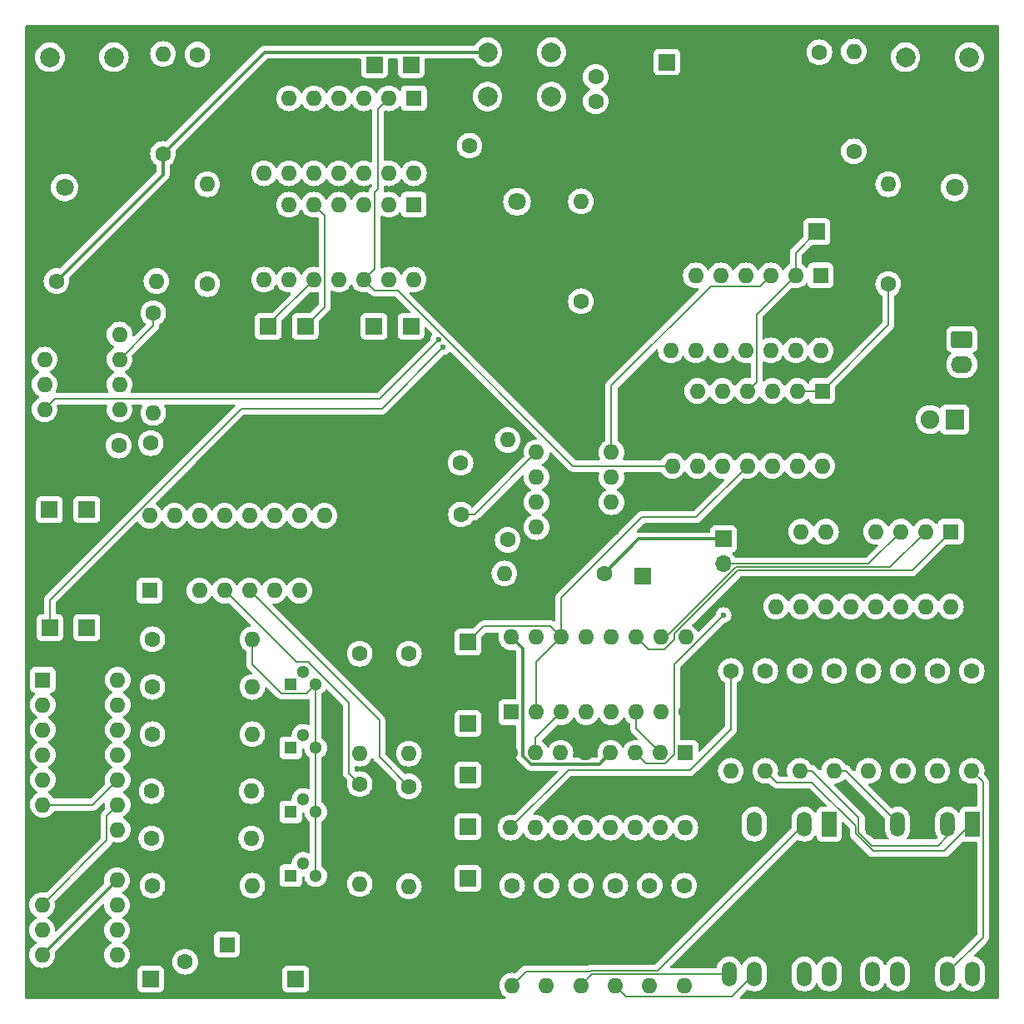
<source format=gbr>
%TF.GenerationSoftware,KiCad,Pcbnew,8.0.6*%
%TF.CreationDate,2024-12-19T16:20:12+01:00*%
%TF.ProjectId,schemat,73636865-6d61-4742-9e6b-696361645f70,rev?*%
%TF.SameCoordinates,Original*%
%TF.FileFunction,Copper,L2,Bot*%
%TF.FilePolarity,Positive*%
%FSLAX46Y46*%
G04 Gerber Fmt 4.6, Leading zero omitted, Abs format (unit mm)*
G04 Created by KiCad (PCBNEW 8.0.6) date 2024-12-19 16:20:12*
%MOMM*%
%LPD*%
G01*
G04 APERTURE LIST*
G04 Aperture macros list*
%AMRoundRect*
0 Rectangle with rounded corners*
0 $1 Rounding radius*
0 $2 $3 $4 $5 $6 $7 $8 $9 X,Y pos of 4 corners*
0 Add a 4 corners polygon primitive as box body*
4,1,4,$2,$3,$4,$5,$6,$7,$8,$9,$2,$3,0*
0 Add four circle primitives for the rounded corners*
1,1,$1+$1,$2,$3*
1,1,$1+$1,$4,$5*
1,1,$1+$1,$6,$7*
1,1,$1+$1,$8,$9*
0 Add four rect primitives between the rounded corners*
20,1,$1+$1,$2,$3,$4,$5,0*
20,1,$1+$1,$4,$5,$6,$7,0*
20,1,$1+$1,$6,$7,$8,$9,0*
20,1,$1+$1,$8,$9,$2,$3,0*%
G04 Aperture macros list end*
%TA.AperFunction,ComponentPad*%
%ADD10C,1.600000*%
%TD*%
%TA.AperFunction,ComponentPad*%
%ADD11O,1.600000X1.600000*%
%TD*%
%TA.AperFunction,ComponentPad*%
%ADD12R,1.700000X1.700000*%
%TD*%
%TA.AperFunction,ComponentPad*%
%ADD13R,1.600000X1.600000*%
%TD*%
%TA.AperFunction,ComponentPad*%
%ADD14R,1.524000X2.524000*%
%TD*%
%TA.AperFunction,ComponentPad*%
%ADD15O,1.524000X2.524000*%
%TD*%
%TA.AperFunction,ComponentPad*%
%ADD16C,2.000000*%
%TD*%
%TA.AperFunction,ComponentPad*%
%ADD17R,1.800000X1.800000*%
%TD*%
%TA.AperFunction,ComponentPad*%
%ADD18C,1.800000*%
%TD*%
%TA.AperFunction,ComponentPad*%
%ADD19C,1.905000*%
%TD*%
%TA.AperFunction,ComponentPad*%
%ADD20R,1.905000X2.000000*%
%TD*%
%TA.AperFunction,ComponentPad*%
%ADD21O,1.905000X2.000000*%
%TD*%
%TA.AperFunction,ComponentPad*%
%ADD22O,1.700000X1.700000*%
%TD*%
%TA.AperFunction,ComponentPad*%
%ADD23R,1.300000X1.300000*%
%TD*%
%TA.AperFunction,ComponentPad*%
%ADD24C,1.300000*%
%TD*%
%TA.AperFunction,ComponentPad*%
%ADD25RoundRect,0.250000X-0.845000X0.620000X-0.845000X-0.620000X0.845000X-0.620000X0.845000X0.620000X0*%
%TD*%
%TA.AperFunction,ComponentPad*%
%ADD26O,2.190000X1.740000*%
%TD*%
%TA.AperFunction,ViaPad*%
%ADD27C,0.600000*%
%TD*%
%TA.AperFunction,Conductor*%
%ADD28C,0.300000*%
%TD*%
%TA.AperFunction,Conductor*%
%ADD29C,0.200000*%
%TD*%
G04 APERTURE END LIST*
D10*
%TO.P,R1,1*%
%TO.N,+5V*%
X104750000Y-33330000D03*
D11*
%TO.P,R1,2*%
%TO.N,/Interfejs U\u017Cytkownika/~USER_1_SIGNAL*%
X104750000Y-23170000D03*
%TD*%
D12*
%TO.P,TP13,1,1*%
%TO.N,/Licznik Czasu/10ms_pulse*%
X83300000Y-76510000D03*
%TD*%
D10*
%TO.P,C8,1*%
%TO.N,Net-(U3-CV)*%
X64800000Y-70260000D03*
%TO.P,C8,2*%
%TO.N,GND*%
X62300000Y-70260000D03*
%TD*%
D13*
%TO.P,U7,1*%
%TO.N,/Licznik Czasu/USER_1_VICTORY*%
X101540000Y-57700000D03*
D11*
%TO.P,U7,2*%
X99000000Y-57700000D03*
%TO.P,U7,3*%
%TO.N,Net-(U7-Pad3)*%
X96460000Y-57700000D03*
%TO.P,U7,4*%
%TO.N,Net-(TP12-Pad1)*%
X93920000Y-57700000D03*
%TO.P,U7,5*%
%TO.N,Net-(U7-Pad3)*%
X91380000Y-57700000D03*
%TO.P,U7,6*%
%TO.N,Net-(U7-Pad10)*%
X88840000Y-57700000D03*
%TO.P,U7,7,VSS*%
%TO.N,GND*%
X86300000Y-57700000D03*
%TO.P,U7,8*%
%TO.N,/Licznik Czasu/USER_2_VICOTRY*%
X86300000Y-65320000D03*
%TO.P,U7,9*%
X88840000Y-65320000D03*
%TO.P,U7,10*%
%TO.N,Net-(U7-Pad10)*%
X91380000Y-65320000D03*
%TO.P,U7,11*%
%TO.N,Net-(U10A-MR)*%
X93920000Y-65320000D03*
%TO.P,U7,12*%
%TO.N,/Licznik Czasu/START_SIGNAL*%
X96460000Y-65320000D03*
%TO.P,U7,13*%
X99000000Y-65320000D03*
%TO.P,U7,14,VDD*%
%TO.N,+5V*%
X101540000Y-65320000D03*
%TD*%
D14*
%TO.P,U14,1,E*%
%TO.N,Net-(U14-E)*%
X116830000Y-101750000D03*
D15*
%TO.P,U14,2,D*%
%TO.N,Net-(U14-D)*%
X114290000Y-101750000D03*
%TO.P,U14,3,CC*%
%TO.N,GND*%
X111750000Y-101750000D03*
%TO.P,U14,4,C*%
%TO.N,Net-(U14-C)*%
X109210000Y-101750000D03*
%TO.P,U14,5,DP*%
%TO.N,GND*%
X106670000Y-101750000D03*
%TO.P,U14,6,B*%
%TO.N,Net-(U14-B)*%
X106670000Y-116990000D03*
%TO.P,U14,7,A*%
%TO.N,Net-(U14-A)*%
X109210000Y-116990000D03*
%TO.P,U14,8,CC*%
%TO.N,GND*%
X111750000Y-116990000D03*
%TO.P,U14,9,F*%
%TO.N,Net-(U14-F)*%
X114290000Y-116990000D03*
%TO.P,U14,10,G*%
%TO.N,Net-(U14-G)*%
X116830000Y-116990000D03*
%TD*%
D12*
%TO.P,TP21,1,1*%
%TO.N,GND*%
X94250000Y-24250000D03*
%TD*%
D13*
%TO.P,U4,1*%
%TO.N,Net-(U4-Pad1)*%
X60000000Y-38750000D03*
D11*
%TO.P,U4,2*%
%TO.N,Net-(TP10-Pad1)*%
X57460000Y-38750000D03*
%TO.P,U4,3*%
%TO.N,/Licznik Czasu/USER_1_VICTORY*%
X54920000Y-38750000D03*
%TO.P,U4,4*%
%TO.N,Net-(TP10-Pad1)*%
X52380000Y-38750000D03*
%TO.P,U4,5*%
%TO.N,/Licznik Czasu/USER_1_VICTORY*%
X49840000Y-38750000D03*
%TO.P,U4,6*%
%TO.N,/Licznik Czasu/START_SIGNAL*%
X47300000Y-38750000D03*
%TO.P,U4,7,VSS*%
%TO.N,GND*%
X44760000Y-38750000D03*
%TO.P,U4,8*%
%TO.N,Net-(U4-Pad8)*%
X44760000Y-46370000D03*
%TO.P,U4,9*%
%TO.N,Net-(TP11-Pad1)*%
X47300000Y-46370000D03*
%TO.P,U4,10*%
%TO.N,/Licznik Czasu/USER_2_VICOTRY*%
X49840000Y-46370000D03*
%TO.P,U4,11*%
%TO.N,Net-(TP11-Pad1)*%
X52380000Y-46370000D03*
%TO.P,U4,12*%
%TO.N,/Licznik Czasu/USER_2_VICOTRY*%
X54920000Y-46370000D03*
%TO.P,U4,13*%
%TO.N,/Licznik Czasu/START_SIGNAL*%
X57460000Y-46370000D03*
%TO.P,U4,14,VDD*%
%TO.N,+5V*%
X60000000Y-46370000D03*
%TD*%
D12*
%TO.P,TP10,1,1*%
%TO.N,Net-(TP10-Pad1)*%
X59710000Y-51120000D03*
%TD*%
D10*
%TO.P,C3,1*%
%TO.N,+5V*%
X78500000Y-25750000D03*
%TO.P,C3,2*%
%TO.N,/Interfejs U\u017Cytkownika/RESET_SIGNAL*%
X78500000Y-28250000D03*
%TD*%
%TO.P,C5,1*%
%TO.N,Net-(U1-THR)*%
X33250000Y-63000000D03*
%TO.P,C5,2*%
%TO.N,GND*%
X33250000Y-65500000D03*
%TD*%
%TO.P,R27,1*%
%TO.N,Net-(U12-Qc)*%
X102750000Y-86170000D03*
D11*
%TO.P,R27,2*%
%TO.N,Net-(U14-C)*%
X102750000Y-96330000D03*
%TD*%
D10*
%TO.P,R33,1*%
%TO.N,/Licznik Czasu/USER_1_VICTORY*%
X108250000Y-46830000D03*
D11*
%TO.P,R33,2*%
%TO.N,Net-(D2-A)*%
X108250000Y-36670000D03*
%TD*%
D10*
%TO.P,R30,1*%
%TO.N,Net-(U12-Qf)*%
X116750000Y-86170000D03*
D11*
%TO.P,R30,2*%
%TO.N,Net-(U14-F)*%
X116750000Y-96330000D03*
%TD*%
D10*
%TO.P,R24,1*%
%TO.N,Net-(U11-Qg)*%
X84000000Y-108000000D03*
D11*
%TO.P,R24,2*%
%TO.N,Net-(U13-G)*%
X84000000Y-118160000D03*
%TD*%
D10*
%TO.P,R25,1*%
%TO.N,Net-(U12-Qa)*%
X109750000Y-86170000D03*
D11*
%TO.P,R25,2*%
%TO.N,Net-(U14-A)*%
X109750000Y-96330000D03*
%TD*%
D16*
%TO.P,SW1,1,1*%
%TO.N,/Interfejs U\u017Cytkownika/~USER_1_SIGNAL*%
X110000000Y-23750000D03*
X116500000Y-23750000D03*
%TO.P,SW1,2,2*%
%TO.N,GND*%
X110000000Y-28250000D03*
X116500000Y-28250000D03*
%TD*%
D10*
%TO.P,R13,1*%
%TO.N,+5V*%
X33340000Y-98400000D03*
D11*
%TO.P,R13,2*%
%TO.N,Net-(Q3-C)*%
X43500000Y-98400000D03*
%TD*%
D12*
%TO.P,TP11,1,1*%
%TO.N,Net-(TP11-Pad1)*%
X55960000Y-51120000D03*
%TD*%
D10*
%TO.P,R8,1*%
%TO.N,+5V*%
X33420000Y-87800000D03*
D11*
%TO.P,R8,2*%
%TO.N,Net-(Q1-C)*%
X43580000Y-87800000D03*
%TD*%
D10*
%TO.P,R15,1*%
%TO.N,+5V*%
X33320000Y-103200000D03*
D11*
%TO.P,R15,2*%
%TO.N,Net-(Q4-C)*%
X43480000Y-103200000D03*
%TD*%
D12*
%TO.P,TP18,1,1*%
%TO.N,/Licznik Czasu/START_SIGNAL*%
X23000000Y-81750000D03*
%TD*%
D10*
%TO.P,R11,1*%
%TO.N,+5V*%
X33420000Y-92600000D03*
D11*
%TO.P,R11,2*%
%TO.N,Net-(Q2-C)*%
X43580000Y-92600000D03*
%TD*%
D17*
%TO.P,D3,1,K*%
%TO.N,GND*%
X24500000Y-34460000D03*
D18*
%TO.P,D3,2,A*%
%TO.N,Net-(D3-A)*%
X24500000Y-37000000D03*
%TD*%
D12*
%TO.P,TP14,1,1*%
%TO.N,Net-(U10A-MR)*%
X65500000Y-83250000D03*
%TD*%
%TO.P,TP19,1,1*%
%TO.N,/Licznik Czasu/USER_2_VICOTRY*%
X45210000Y-51120000D03*
%TD*%
D13*
%TO.P,U8,1*%
%TO.N,/Interfejs U\u017Cytkownika/~USER_1_SIGNAL*%
X60012448Y-27940000D03*
D11*
%TO.P,U8,2*%
%TO.N,/Licznik Czasu/USER_2_VICOTRY*%
X57472448Y-27940000D03*
%TO.P,U8,3*%
%TO.N,Net-(U4-Pad1)*%
X54932448Y-27940000D03*
%TO.P,U8,4*%
%TO.N,/Interfejs U\u017Cytkownika/~USER_2_SIGNAL*%
X52392448Y-27940000D03*
%TO.P,U8,5*%
%TO.N,/Licznik Czasu/USER_1_VICTORY*%
X49852448Y-27940000D03*
%TO.P,U8,6*%
%TO.N,Net-(U4-Pad8)*%
X47312448Y-27940000D03*
%TO.P,U8,7,GND*%
%TO.N,GND*%
X44772448Y-27940000D03*
%TO.P,U8,8*%
%TO.N,unconnected-(U8-Pad8)*%
X44772448Y-35560000D03*
%TO.P,U8,9*%
%TO.N,unconnected-(U8-Pad9)*%
X47312448Y-35560000D03*
%TO.P,U8,10*%
%TO.N,unconnected-(U8-Pad10)*%
X49852448Y-35560000D03*
%TO.P,U8,11*%
%TO.N,unconnected-(U8-Pad11)*%
X52392448Y-35560000D03*
%TO.P,U8,12*%
%TO.N,unconnected-(U8-Pad12)*%
X54932448Y-35560000D03*
%TO.P,U8,13*%
%TO.N,unconnected-(U8-Pad13)*%
X57472448Y-35560000D03*
%TO.P,U8,14,VCC*%
%TO.N,+5V*%
X60012448Y-35560000D03*
%TD*%
D12*
%TO.P,TP20,1,1*%
%TO.N,/Licznik Czasu/USER_1_VICTORY*%
X48960000Y-51120000D03*
%TD*%
D10*
%TO.P,R32,1*%
%TO.N,/Licznik Czasu/START_SIGNAL*%
X77000000Y-48580000D03*
D11*
%TO.P,R32,2*%
%TO.N,Net-(D1-A)*%
X77000000Y-38420000D03*
%TD*%
D17*
%TO.P,D1,1,K*%
%TO.N,GND*%
X70500000Y-41000000D03*
D18*
%TO.P,D1,2,A*%
%TO.N,Net-(D1-A)*%
X70500000Y-38460000D03*
%TD*%
D19*
%TO.P,Q5,1,D*%
%TO.N,Net-(J2-Pin_2)*%
X112500000Y-60600000D03*
D20*
%TO.P,Q5,2,G*%
%TO.N,+5V*%
X115000000Y-60600000D03*
D21*
%TO.P,Q5,3,S*%
%TO.N,GND*%
X109920000Y-60600000D03*
%TD*%
D10*
%TO.P,C1,1*%
%TO.N,/Interfejs U\u017Cytkownika/~USER_1_SIGNAL*%
X101250000Y-23250000D03*
%TO.P,C1,2*%
%TO.N,GND*%
X101250000Y-25750000D03*
%TD*%
%TO.P,R28,1*%
%TO.N,Net-(U12-Qd)*%
X99250000Y-86170000D03*
D11*
%TO.P,R28,2*%
%TO.N,Net-(U14-D)*%
X99250000Y-96330000D03*
%TD*%
D10*
%TO.P,R19,1*%
%TO.N,Net-(U11-Qb)*%
X77000000Y-108000000D03*
D11*
%TO.P,R19,2*%
%TO.N,Net-(U13-B)*%
X77000000Y-118160000D03*
%TD*%
D12*
%TO.P,TP9,1,1*%
%TO.N,Net-(U5-DIS)*%
X48000000Y-117500000D03*
%TD*%
D10*
%TO.P,R17,1*%
%TO.N,Net-(U3-DIS)*%
X69550000Y-72840000D03*
D11*
%TO.P,R17,2*%
%TO.N,Net-(U3-THR)*%
X69550000Y-62680000D03*
%TD*%
D12*
%TO.P,TP2,1,1*%
%TO.N,/Uk\u0142ad Startowy/High Freq Pulse Generator/PULSE_OUTPUT*%
X26750000Y-69750000D03*
%TD*%
%TO.P,TP8,1,1*%
%TO.N,Net-(U2A-Q0)*%
X65500000Y-107250000D03*
%TD*%
D13*
%TO.P,U2,1,~{CP0}*%
%TO.N,/Uk\u0142ad Startowy/High Freq Pulse Generator/PULSE_OUTPUT*%
X33130000Y-78000000D03*
D11*
%TO.P,U2,2,MR*%
%TO.N,GND*%
X35670000Y-78000000D03*
%TO.P,U2,3,Q0*%
%TO.N,Net-(U2A-Q0)*%
X38210000Y-78000000D03*
%TO.P,U2,4,~{CP1}*%
X40750000Y-78000000D03*
%TO.P,U2,5,Q1*%
%TO.N,Net-(U2A-Q1)*%
X43290000Y-78000000D03*
%TO.P,U2,6,Q2*%
%TO.N,Net-(U2A-Q2)*%
X45830000Y-78000000D03*
%TO.P,U2,7,Q3*%
%TO.N,Net-(U2A-Q3)*%
X48370000Y-78000000D03*
%TO.P,U2,8,GND*%
%TO.N,GND*%
X50910000Y-78000000D03*
%TO.P,U2,9,Q3*%
%TO.N,unconnected-(U2B-Q3-Pad9)*%
X50910000Y-70380000D03*
%TO.P,U2,10,Q2*%
%TO.N,unconnected-(U2B-Q2-Pad10)*%
X48370000Y-70380000D03*
%TO.P,U2,11,Q1*%
%TO.N,unconnected-(U2B-Q1-Pad11)*%
X45830000Y-70380000D03*
%TO.P,U2,12,~{CP1}*%
%TO.N,unconnected-(U2B-~{CP1}-Pad12)*%
X43290000Y-70380000D03*
%TO.P,U2,13,Q0*%
%TO.N,unconnected-(U2B-Q0-Pad13)*%
X40750000Y-70380000D03*
%TO.P,U2,14,MR*%
%TO.N,unconnected-(U2B-MR-Pad14)*%
X38210000Y-70380000D03*
%TO.P,U2,15,~{CP0}*%
%TO.N,unconnected-(U2B-~{CP0}-Pad15)*%
X35670000Y-70380000D03*
%TO.P,U2,16,VCC*%
%TO.N,+5V*%
X33130000Y-70380000D03*
%TD*%
D10*
%TO.P,C6,1*%
%TO.N,Net-(U5-CV)*%
X36750000Y-115750000D03*
%TO.P,C6,2*%
%TO.N,GND*%
X36750000Y-118250000D03*
%TD*%
D13*
%TO.P,U11,1,DB*%
%TO.N,Net-(U10A-Q1)*%
X87625000Y-94500000D03*
D11*
%TO.P,U11,2,DC*%
%TO.N,Net-(U10A-Q2)*%
X85085000Y-94500000D03*
%TO.P,U11,3,~{LT}*%
%TO.N,Net-(J1-Pin_2)*%
X82545000Y-94500000D03*
%TO.P,U11,4,~{BI}*%
%TO.N,+5V*%
X80005000Y-94500000D03*
%TO.P,U11,5,~{EL}*%
%TO.N,GND*%
X77465000Y-94500000D03*
%TO.P,U11,6,DD*%
%TO.N,Net-(U10A-Q3)*%
X74925000Y-94500000D03*
%TO.P,U11,7,DA*%
%TO.N,Net-(U10A-Q0)*%
X72385000Y-94500000D03*
%TO.P,U11,8,Vss*%
%TO.N,GND*%
X69845000Y-94500000D03*
%TO.P,U11,9,Qe*%
%TO.N,Net-(U11-Qe)*%
X69845000Y-102120000D03*
%TO.P,U11,10,Qd*%
%TO.N,Net-(U11-Qd)*%
X72385000Y-102120000D03*
%TO.P,U11,11,Qc*%
%TO.N,Net-(U11-Qc)*%
X74925000Y-102120000D03*
%TO.P,U11,12,Qb*%
%TO.N,Net-(U11-Qb)*%
X77465000Y-102120000D03*
%TO.P,U11,13,Qa*%
%TO.N,Net-(U11-Qa)*%
X80005000Y-102120000D03*
%TO.P,U11,14,Qg*%
%TO.N,Net-(U11-Qg)*%
X82545000Y-102120000D03*
%TO.P,U11,15,Qf*%
%TO.N,Net-(U11-Qf)*%
X85085000Y-102120000D03*
%TO.P,U11,16,Vdd*%
%TO.N,+5V*%
X87625000Y-102120000D03*
%TD*%
D12*
%TO.P,TP3,1,1*%
%TO.N,/Uk\u0142ad Startowy/Start Impulse Generator/START_PULSE_OUTPUT*%
X33250000Y-117500000D03*
%TD*%
D10*
%TO.P,R26,1*%
%TO.N,Net-(U12-Qb)*%
X106250000Y-86170000D03*
D11*
%TO.P,R26,2*%
%TO.N,Net-(U14-B)*%
X106250000Y-96330000D03*
%TD*%
D10*
%TO.P,R10,1*%
%TO.N,Net-(U2A-Q2)*%
X54500000Y-84420000D03*
D11*
%TO.P,R10,2*%
%TO.N,Net-(Q2-B)*%
X54500000Y-94580000D03*
%TD*%
D10*
%TO.P,R7,1*%
%TO.N,+5V*%
X33420000Y-82950000D03*
D11*
%TO.P,R7,2*%
%TO.N,Net-(Q1-E)*%
X43580000Y-82950000D03*
%TD*%
D12*
%TO.P,TP12,1,1*%
%TO.N,Net-(TP12-Pad1)*%
X101000000Y-41500000D03*
%TD*%
D10*
%TO.P,C2,1*%
%TO.N,/Interfejs U\u017Cytkownika/~USER_2_SIGNAL*%
X38000000Y-23500000D03*
%TO.P,C2,2*%
%TO.N,GND*%
X38000000Y-26000000D03*
%TD*%
%TO.P,R12,1*%
%TO.N,Net-(U2A-Q1)*%
X59500000Y-97920000D03*
D11*
%TO.P,R12,2*%
%TO.N,Net-(Q3-B)*%
X59500000Y-108080000D03*
%TD*%
D10*
%TO.P,R31,1*%
%TO.N,Net-(U12-Qg)*%
X113250000Y-86170000D03*
D11*
%TO.P,R31,2*%
%TO.N,Net-(U14-G)*%
X113250000Y-96330000D03*
%TD*%
D12*
%TO.P,TP1,1,1*%
%TO.N,+5V*%
X85750000Y-24250000D03*
%TD*%
D13*
%TO.P,U16,1*%
%TO.N,/Interfejs U\u017Cytkownika/RESET_SIGNAL*%
X22270000Y-87075000D03*
D11*
%TO.P,U16,2*%
X22270000Y-89615000D03*
%TO.P,U16,3*%
%TO.N,/Uk\u0142ad Startowy/Start Impulse Generator/~TIMER_ENABLE*%
X22270000Y-92155000D03*
%TO.P,U16,4*%
%TO.N,/Licznik Czasu/START_SIGNAL*%
X22270000Y-94695000D03*
%TO.P,U16,5*%
%TO.N,/Uk\u0142ad Startowy/Start Impulse Generator/START_PULSE_OUTPUT*%
X22270000Y-97235000D03*
%TO.P,U16,6*%
%TO.N,Net-(U16-Pad10)*%
X22270000Y-99775000D03*
%TO.P,U16,7,VSS*%
%TO.N,GND*%
X22270000Y-102315000D03*
%TO.P,U16,8*%
%TO.N,/Licznik Czasu/START_SIGNAL*%
X29890000Y-102315000D03*
%TO.P,U16,9*%
%TO.N,/Uk\u0142ad Startowy/Start Impulse Generator/~TIMER_ENABLE*%
X29890000Y-99775000D03*
%TO.P,U16,10*%
%TO.N,Net-(U16-Pad10)*%
X29890000Y-97235000D03*
%TO.P,U16,11*%
%TO.N,unconnected-(U16-Pad11)*%
X29890000Y-94695000D03*
%TO.P,U16,12*%
%TO.N,unconnected-(U16-Pad12)*%
X29890000Y-92155000D03*
%TO.P,U16,13*%
%TO.N,unconnected-(U16-Pad13)*%
X29890000Y-89615000D03*
%TO.P,U16,14,VDD*%
%TO.N,+5V*%
X29890000Y-87075000D03*
%TD*%
D13*
%TO.P,U12,1,DB*%
%TO.N,Net-(U10B-Q1)*%
X114625000Y-72000000D03*
D11*
%TO.P,U12,2,DC*%
%TO.N,Net-(U10B-Q2)*%
X112085000Y-72000000D03*
%TO.P,U12,3,~{LT}*%
%TO.N,Net-(J1-Pin_2)*%
X109545000Y-72000000D03*
%TO.P,U12,4,~{BI}*%
%TO.N,+5V*%
X107005000Y-72000000D03*
%TO.P,U12,5,~{EL}*%
%TO.N,GND*%
X104465000Y-72000000D03*
%TO.P,U12,6,DD*%
%TO.N,Net-(U10B-Q3)*%
X101925000Y-72000000D03*
%TO.P,U12,7,DA*%
%TO.N,Net-(U10B-Q0)*%
X99385000Y-72000000D03*
%TO.P,U12,8,Vss*%
%TO.N,GND*%
X96845000Y-72000000D03*
%TO.P,U12,9,Qe*%
%TO.N,Net-(U12-Qe)*%
X96845000Y-79620000D03*
%TO.P,U12,10,Qd*%
%TO.N,Net-(U12-Qd)*%
X99385000Y-79620000D03*
%TO.P,U12,11,Qc*%
%TO.N,Net-(U12-Qc)*%
X101925000Y-79620000D03*
%TO.P,U12,12,Qb*%
%TO.N,Net-(U12-Qb)*%
X104465000Y-79620000D03*
%TO.P,U12,13,Qa*%
%TO.N,Net-(U12-Qa)*%
X107005000Y-79620000D03*
%TO.P,U12,14,Qg*%
%TO.N,Net-(U12-Qg)*%
X109545000Y-79620000D03*
%TO.P,U12,15,Qf*%
%TO.N,Net-(U12-Qf)*%
X112085000Y-79620000D03*
%TO.P,U12,16,Vdd*%
%TO.N,+5V*%
X114625000Y-79620000D03*
%TD*%
D12*
%TO.P,TP5,1,1*%
%TO.N,Net-(U2A-Q3)*%
X65500000Y-91500000D03*
%TD*%
D10*
%TO.P,C4,1*%
%TO.N,Net-(U1-CV)*%
X30000000Y-63250000D03*
%TO.P,C4,2*%
%TO.N,GND*%
X27500000Y-63250000D03*
%TD*%
D12*
%TO.P,J1,1,Pin_1*%
%TO.N,+5V*%
X91500000Y-72750000D03*
D22*
%TO.P,J1,2,Pin_2*%
%TO.N,Net-(J1-Pin_2)*%
X91500000Y-75290000D03*
%TD*%
D10*
%TO.P,R2,1*%
%TO.N,+5V*%
X34500000Y-33580000D03*
D11*
%TO.P,R2,2*%
%TO.N,/Interfejs U\u017Cytkownika/~USER_2_SIGNAL*%
X34500000Y-23420000D03*
%TD*%
D16*
%TO.P,SW2,1,1*%
%TO.N,/Interfejs U\u017Cytkownika/~USER_2_SIGNAL*%
X23000000Y-23750000D03*
X29500000Y-23750000D03*
%TO.P,SW2,2,2*%
%TO.N,GND*%
X23000000Y-28250000D03*
X29500000Y-28250000D03*
%TD*%
D10*
%TO.P,R23,1*%
%TO.N,Net-(U11-Qf)*%
X87500000Y-108000000D03*
D11*
%TO.P,R23,2*%
%TO.N,Net-(U13-F)*%
X87500000Y-118160000D03*
%TD*%
D13*
%TO.P,U10,1,~{CP0}*%
%TO.N,/Licznik Czasu/10ms_pulse*%
X69920000Y-90370000D03*
D11*
%TO.P,U10,2,MR*%
%TO.N,Net-(U10A-MR)*%
X72460000Y-90370000D03*
%TO.P,U10,3,Q0*%
%TO.N,Net-(U10A-Q0)*%
X75000000Y-90370000D03*
%TO.P,U10,4,~{CP1}*%
X77540000Y-90370000D03*
%TO.P,U10,5,Q1*%
%TO.N,Net-(U10A-Q1)*%
X80080000Y-90370000D03*
%TO.P,U10,6,Q2*%
%TO.N,Net-(U10A-Q2)*%
X82620000Y-90370000D03*
%TO.P,U10,7,Q3*%
%TO.N,Net-(U10A-Q3)*%
X85160000Y-90370000D03*
%TO.P,U10,8,GND*%
%TO.N,GND*%
X87700000Y-90370000D03*
%TO.P,U10,9,Q3*%
%TO.N,Net-(U10B-Q3)*%
X87700000Y-82750000D03*
%TO.P,U10,10,Q2*%
%TO.N,Net-(U10B-Q2)*%
X85160000Y-82750000D03*
%TO.P,U10,11,Q1*%
%TO.N,Net-(U10B-Q1)*%
X82620000Y-82750000D03*
%TO.P,U10,12,~{CP1}*%
%TO.N,Net-(U10B-Q0)*%
X80080000Y-82750000D03*
%TO.P,U10,13,Q0*%
X77540000Y-82750000D03*
%TO.P,U10,14,MR*%
%TO.N,Net-(U10A-MR)*%
X75000000Y-82750000D03*
%TO.P,U10,15,~{CP0}*%
%TO.N,Net-(U10A-Q3)*%
X72460000Y-82750000D03*
%TO.P,U10,16,VCC*%
%TO.N,+5V*%
X69920000Y-82750000D03*
%TD*%
D23*
%TO.P,Q3,1,C*%
%TO.N,Net-(Q3-C)*%
X47480000Y-100500000D03*
D24*
%TO.P,Q3,2,B*%
%TO.N,Net-(Q3-B)*%
X48750000Y-99230000D03*
%TO.P,Q3,3,E*%
%TO.N,Net-(Q1-E)*%
X50020000Y-100500000D03*
%TD*%
D25*
%TO.P,J2,1,Pin_1*%
%TO.N,+5V*%
X115750000Y-52460000D03*
D26*
%TO.P,J2,2,Pin_2*%
%TO.N,Net-(J2-Pin_2)*%
X115750000Y-55000000D03*
%TD*%
D10*
%TO.P,C9,1*%
%TO.N,Net-(U3-THR)*%
X64750000Y-65000000D03*
%TO.P,C9,2*%
%TO.N,GND*%
X59750000Y-65000000D03*
%TD*%
D23*
%TO.P,Q4,1,C*%
%TO.N,Net-(Q4-C)*%
X47480000Y-107000000D03*
D24*
%TO.P,Q4,2,B*%
%TO.N,Net-(Q4-B)*%
X48750000Y-105730000D03*
%TO.P,Q4,3,E*%
%TO.N,Net-(Q1-E)*%
X50020000Y-107000000D03*
%TD*%
D10*
%TO.P,R14,1*%
%TO.N,Net-(U2A-Q0)*%
X54500000Y-97670000D03*
D11*
%TO.P,R14,2*%
%TO.N,Net-(Q4-B)*%
X54500000Y-107830000D03*
%TD*%
D13*
%TO.P,U3,1,GND*%
%TO.N,GND*%
X80100000Y-71560000D03*
D11*
%TO.P,U3,2,TR*%
%TO.N,Net-(U3-THR)*%
X80100000Y-69020000D03*
%TO.P,U3,3,Q*%
%TO.N,/Licznik Czasu/10ms_pulse*%
X80100000Y-66480000D03*
%TO.P,U3,4,R*%
%TO.N,/Licznik Czasu/10ms Pulse Generator/PULSE_ENABLE*%
X80100000Y-63940000D03*
%TO.P,U3,5,CV*%
%TO.N,Net-(U3-CV)*%
X72480000Y-63940000D03*
%TO.P,U3,6,THR*%
%TO.N,Net-(U3-THR)*%
X72480000Y-66480000D03*
%TO.P,U3,7,DIS*%
%TO.N,Net-(U3-DIS)*%
X72480000Y-69020000D03*
%TO.P,U3,8,VCC*%
%TO.N,+5V*%
X72480000Y-71560000D03*
%TD*%
D10*
%TO.P,R4,1*%
%TO.N,+5V*%
X23670000Y-46530000D03*
D11*
%TO.P,R4,2*%
%TO.N,Net-(U1-DIS)*%
X33830000Y-46530000D03*
%TD*%
D23*
%TO.P,Q1,1,C*%
%TO.N,Net-(Q1-C)*%
X47480000Y-87500000D03*
D24*
%TO.P,Q1,2,B*%
%TO.N,Net-(Q1-B)*%
X48750000Y-86230000D03*
%TO.P,Q1,3,E*%
%TO.N,Net-(Q1-E)*%
X50020000Y-87500000D03*
%TD*%
D13*
%TO.P,C7,1*%
%TO.N,Net-(U5-DIS)*%
X41000000Y-114000000D03*
D10*
%TO.P,C7,2*%
%TO.N,GND*%
X43500000Y-114000000D03*
%TD*%
D12*
%TO.P,TP17,1,1*%
%TO.N,/Interfejs U\u017Cytkownika/~USER_2_SIGNAL*%
X56000000Y-24510000D03*
%TD*%
D13*
%TO.P,U1,1,GND*%
%TO.N,GND*%
X22450000Y-51950000D03*
D11*
%TO.P,U1,2,TR*%
%TO.N,Net-(U1-THR)*%
X22450000Y-54490000D03*
%TO.P,U1,3,Q*%
%TO.N,/Uk\u0142ad Startowy/High Freq Pulse Generator/PULSE_OUTPUT*%
X22450000Y-57030000D03*
%TO.P,U1,4,R*%
%TO.N,/Interfejs U\u017Cytkownika/RESET_SIGNAL*%
X22450000Y-59570000D03*
%TO.P,U1,5,CV*%
%TO.N,Net-(U1-CV)*%
X30070000Y-59570000D03*
%TO.P,U1,6,THR*%
%TO.N,Net-(U1-THR)*%
X30070000Y-57030000D03*
%TO.P,U1,7,DIS*%
%TO.N,Net-(U1-DIS)*%
X30070000Y-54490000D03*
%TO.P,U1,8,VCC*%
%TO.N,+5V*%
X30070000Y-51950000D03*
%TD*%
D12*
%TO.P,TP6,1,1*%
%TO.N,Net-(U2A-Q2)*%
X65500000Y-96750000D03*
%TD*%
%TO.P,TP4,1,1*%
%TO.N,/Uk\u0142ad Startowy/Start Impulse Generator/~TIMER_ENABLE*%
X26750000Y-81750000D03*
%TD*%
D10*
%TO.P,R20,1*%
%TO.N,Net-(U11-Qc)*%
X73500000Y-108000000D03*
D11*
%TO.P,R20,2*%
%TO.N,Net-(U13-C)*%
X73500000Y-118160000D03*
%TD*%
D10*
%TO.P,R21,1*%
%TO.N,Net-(U11-Qd)*%
X70000000Y-108000000D03*
D11*
%TO.P,R21,2*%
%TO.N,Net-(U13-D)*%
X70000000Y-118160000D03*
%TD*%
D23*
%TO.P,Q2,1,C*%
%TO.N,Net-(Q2-C)*%
X47480000Y-94000000D03*
D24*
%TO.P,Q2,2,B*%
%TO.N,Net-(Q2-B)*%
X48750000Y-92730000D03*
%TO.P,Q2,3,E*%
%TO.N,Net-(Q1-E)*%
X50020000Y-94000000D03*
%TD*%
D13*
%TO.P,U5,1,GND*%
%TO.N,GND*%
X22200000Y-107450000D03*
D11*
%TO.P,U5,2,TR*%
%TO.N,/Uk\u0142ad Startowy/Start Impulse Generator/~TIMER_ENABLE*%
X22200000Y-109990000D03*
%TO.P,U5,3,Q*%
%TO.N,/Uk\u0142ad Startowy/Start Impulse Generator/START_PULSE_OUTPUT*%
X22200000Y-112530000D03*
%TO.P,U5,4,R*%
%TO.N,+5V*%
X22200000Y-115070000D03*
%TO.P,U5,5,CV*%
%TO.N,Net-(U5-CV)*%
X29820000Y-115070000D03*
%TO.P,U5,6,THR*%
%TO.N,Net-(U5-DIS)*%
X29820000Y-112530000D03*
%TO.P,U5,7,DIS*%
X29820000Y-109990000D03*
%TO.P,U5,8,VCC*%
%TO.N,+5V*%
X29820000Y-107450000D03*
%TD*%
D12*
%TO.P,TP15,1,1*%
%TO.N,/Interfejs U\u017Cytkownika/RESET_SIGNAL*%
X22950000Y-69780000D03*
%TD*%
D10*
%TO.P,R18,1*%
%TO.N,Net-(U11-Qa)*%
X80500000Y-108000000D03*
D11*
%TO.P,R18,2*%
%TO.N,Net-(U13-A)*%
X80500000Y-118160000D03*
%TD*%
D12*
%TO.P,TP7,1,1*%
%TO.N,Net-(U2A-Q1)*%
X65500000Y-102000000D03*
%TD*%
D13*
%TO.P,U6,1*%
%TO.N,/Licznik Czasu/START_SIGNAL*%
X101375000Y-45950000D03*
D11*
%TO.P,U6,2*%
%TO.N,Net-(TP12-Pad1)*%
X98835000Y-45950000D03*
%TO.P,U6,3*%
%TO.N,/Licznik Czasu/10ms Pulse Generator/PULSE_ENABLE*%
X96295000Y-45950000D03*
%TO.P,U6,4*%
%TO.N,unconnected-(U6-Pad4)*%
X93755000Y-45950000D03*
%TO.P,U6,5*%
%TO.N,unconnected-(U6-Pad5)*%
X91215000Y-45950000D03*
%TO.P,U6,6*%
%TO.N,unconnected-(U6-Pad6)*%
X88675000Y-45950000D03*
%TO.P,U6,7,GND*%
%TO.N,GND*%
X86135000Y-45950000D03*
%TO.P,U6,8*%
%TO.N,unconnected-(U6-Pad8)*%
X86135000Y-53570000D03*
%TO.P,U6,9*%
%TO.N,unconnected-(U6-Pad9)*%
X88675000Y-53570000D03*
%TO.P,U6,10*%
%TO.N,unconnected-(U6-Pad10)*%
X91215000Y-53570000D03*
%TO.P,U6,11*%
%TO.N,unconnected-(U6-Pad11)*%
X93755000Y-53570000D03*
%TO.P,U6,12*%
%TO.N,unconnected-(U6-Pad12)*%
X96295000Y-53570000D03*
%TO.P,U6,13*%
%TO.N,unconnected-(U6-Pad13)*%
X98835000Y-53570000D03*
%TO.P,U6,14,VCC*%
%TO.N,+5V*%
X101375000Y-53570000D03*
%TD*%
D17*
%TO.P,D2,1,K*%
%TO.N,GND*%
X115000000Y-34475000D03*
D18*
%TO.P,D2,2,A*%
%TO.N,Net-(D2-A)*%
X115000000Y-37015000D03*
%TD*%
D10*
%TO.P,R9,1*%
%TO.N,Net-(U5-DIS)*%
X33420000Y-108000000D03*
D11*
%TO.P,R9,2*%
%TO.N,Net-(Q1-E)*%
X43580000Y-108000000D03*
%TD*%
D14*
%TO.P,U13,1,E*%
%TO.N,Net-(U13-E)*%
X102250000Y-101750000D03*
D15*
%TO.P,U13,2,D*%
%TO.N,Net-(U13-D)*%
X99710000Y-101750000D03*
%TO.P,U13,3,CC*%
%TO.N,GND*%
X97170000Y-101750000D03*
%TO.P,U13,4,C*%
%TO.N,Net-(U13-C)*%
X94630000Y-101750000D03*
%TO.P,U13,5,DP*%
%TO.N,GND*%
X92090000Y-101750000D03*
%TO.P,U13,6,B*%
%TO.N,Net-(U13-B)*%
X92090000Y-116990000D03*
%TO.P,U13,7,A*%
%TO.N,Net-(U13-A)*%
X94630000Y-116990000D03*
%TO.P,U13,8,CC*%
%TO.N,GND*%
X97170000Y-116990000D03*
%TO.P,U13,9,F*%
%TO.N,Net-(U13-F)*%
X99710000Y-116990000D03*
%TO.P,U13,10,G*%
%TO.N,Net-(U13-G)*%
X102250000Y-116990000D03*
%TD*%
D10*
%TO.P,R6,1*%
%TO.N,Net-(U2A-Q3)*%
X59500000Y-84420000D03*
D11*
%TO.P,R6,2*%
%TO.N,Net-(Q1-B)*%
X59500000Y-94580000D03*
%TD*%
D10*
%TO.P,R16,1*%
%TO.N,+5V*%
X79380000Y-76260000D03*
D11*
%TO.P,R16,2*%
%TO.N,Net-(U3-DIS)*%
X69220000Y-76260000D03*
%TD*%
D16*
%TO.P,SW3,1,1*%
%TO.N,+5V*%
X67500000Y-23250000D03*
X74000000Y-23250000D03*
%TO.P,SW3,2,2*%
%TO.N,/Interfejs U\u017Cytkownika/RESET_SIGNAL*%
X67500000Y-27750000D03*
X74000000Y-27750000D03*
%TD*%
D10*
%TO.P,R34,1*%
%TO.N,/Licznik Czasu/USER_2_VICOTRY*%
X39000000Y-46830000D03*
D11*
%TO.P,R34,2*%
%TO.N,Net-(D3-A)*%
X39000000Y-36670000D03*
%TD*%
D10*
%TO.P,R29,1*%
%TO.N,Net-(U12-Qe)*%
X95750000Y-86170000D03*
D11*
%TO.P,R29,2*%
%TO.N,Net-(U14-E)*%
X95750000Y-96330000D03*
%TD*%
D10*
%TO.P,R5,1*%
%TO.N,Net-(U1-DIS)*%
X33500000Y-49780000D03*
D11*
%TO.P,R5,2*%
%TO.N,Net-(U1-THR)*%
X33500000Y-59940000D03*
%TD*%
D10*
%TO.P,R3,1*%
%TO.N,/Interfejs U\u017Cytkownika/RESET_SIGNAL*%
X65670000Y-32750000D03*
D11*
%TO.P,R3,2*%
%TO.N,GND*%
X75830000Y-32750000D03*
%TD*%
D12*
%TO.P,TP16,1,1*%
%TO.N,/Interfejs U\u017Cytkownika/~USER_1_SIGNAL*%
X59750000Y-24510000D03*
%TD*%
D10*
%TO.P,R22,1*%
%TO.N,Net-(U11-Qe)*%
X92250000Y-86170000D03*
D11*
%TO.P,R22,2*%
%TO.N,Net-(U13-E)*%
X92250000Y-96330000D03*
%TD*%
D27*
%TO.N,/Interfejs U\u017Cytkownika/RESET_SIGNAL*%
X62500000Y-52500000D03*
%TO.N,Net-(J1-Pin_2)*%
X91500000Y-80500000D03*
%TO.N,/Licznik Czasu/START_SIGNAL*%
X63000000Y-53250000D03*
%TD*%
D28*
%TO.N,+5V*%
X79380000Y-76260000D02*
X82890000Y-72750000D01*
X71070000Y-83900000D02*
X69920000Y-82750000D01*
X34500000Y-35700000D02*
X23670000Y-46530000D01*
X71900000Y-95650000D02*
X71070000Y-94820000D01*
X34500000Y-33580000D02*
X34500000Y-35700000D01*
X80005000Y-94500000D02*
X78855000Y-95650000D01*
X22200000Y-115070000D02*
X29820000Y-107450000D01*
X78855000Y-95650000D02*
X71900000Y-95650000D01*
X44830000Y-23250000D02*
X67500000Y-23250000D01*
X71070000Y-94820000D02*
X71070000Y-83900000D01*
X82890000Y-72750000D02*
X91500000Y-72750000D01*
X34500000Y-33580000D02*
X44830000Y-23250000D01*
D29*
%TO.N,/Interfejs U\u017Cytkownika/RESET_SIGNAL*%
X23550000Y-58470000D02*
X22450000Y-59570000D01*
X56530000Y-58470000D02*
X23550000Y-58470000D01*
X62500000Y-52500000D02*
X56530000Y-58470000D01*
%TO.N,Net-(U3-CV)*%
X64800000Y-70260000D02*
X66160000Y-70260000D01*
X66160000Y-70260000D02*
X72480000Y-63940000D01*
%TO.N,Net-(J1-Pin_2)*%
X106255000Y-75290000D02*
X91500000Y-75290000D01*
X86500000Y-94640635D02*
X86500000Y-85505635D01*
X109545000Y-72000000D02*
X106255000Y-75290000D01*
X86500000Y-85505635D02*
X91500000Y-80505635D01*
X85540635Y-95600000D02*
X86500000Y-94640635D01*
X83645000Y-95600000D02*
X85540635Y-95600000D01*
X82545000Y-94500000D02*
X83645000Y-95600000D01*
X91500000Y-80505635D02*
X91500000Y-80500000D01*
%TO.N,Net-(Q1-E)*%
X49070000Y-88450000D02*
X50020000Y-87500000D01*
X50020000Y-107000000D02*
X50020000Y-100500000D01*
X46530000Y-88450000D02*
X49070000Y-88450000D01*
X50020000Y-87500000D02*
X50020000Y-94000000D01*
X43580000Y-85500000D02*
X46530000Y-88450000D01*
X43580000Y-82950000D02*
X43580000Y-85500000D01*
X50020000Y-100500000D02*
X50020000Y-94000000D01*
%TO.N,Net-(U1-DIS)*%
X33500000Y-49780000D02*
X33500000Y-51060000D01*
X33500000Y-51060000D02*
X30070000Y-54490000D01*
%TO.N,Net-(U2A-Q1)*%
X56500000Y-91210000D02*
X56500000Y-94920000D01*
X56500000Y-94920000D02*
X59500000Y-97920000D01*
X43290000Y-78000000D02*
X56500000Y-91210000D01*
%TO.N,Net-(U2A-Q0)*%
X49280000Y-85280000D02*
X53400000Y-89400000D01*
X40750000Y-78000000D02*
X48030000Y-85280000D01*
X53400000Y-96570000D02*
X54500000Y-97670000D01*
X48030000Y-85280000D02*
X49280000Y-85280000D01*
X53400000Y-89400000D02*
X53400000Y-96570000D01*
%TO.N,Net-(U13-A)*%
X81600000Y-119260000D02*
X92360000Y-119260000D01*
X80500000Y-118160000D02*
X81600000Y-119260000D01*
X92360000Y-119260000D02*
X94630000Y-116990000D01*
%TO.N,Net-(U13-B)*%
X78160000Y-117000000D02*
X92080000Y-117000000D01*
X77000000Y-118160000D02*
X78160000Y-117000000D01*
X92080000Y-117000000D02*
X92090000Y-116990000D01*
%TO.N,Net-(U13-D)*%
X71410000Y-116750000D02*
X77947552Y-116750000D01*
X84797000Y-116663000D02*
X99710000Y-101750000D01*
X78034552Y-116663000D02*
X84797000Y-116663000D01*
X77947552Y-116750000D02*
X78034552Y-116663000D01*
X70000000Y-118160000D02*
X71410000Y-116750000D01*
%TO.N,Net-(U11-Qe)*%
X88075000Y-96250000D02*
X92250000Y-92075000D01*
X92250000Y-92075000D02*
X92250000Y-86170000D01*
X69845000Y-102120000D02*
X75715000Y-96250000D01*
X75715000Y-96250000D02*
X88075000Y-96250000D01*
%TO.N,Net-(U14-C)*%
X109210000Y-101630000D02*
X103910000Y-96330000D01*
X103910000Y-96330000D02*
X102750000Y-96330000D01*
%TO.N,Net-(U14-D)*%
X113327000Y-103923000D02*
X106603105Y-103923000D01*
X105250000Y-102569895D02*
X105250000Y-101108000D01*
X114290000Y-102960000D02*
X113327000Y-103923000D01*
X106603105Y-103923000D02*
X105250000Y-102569895D01*
X100472000Y-96330000D02*
X99250000Y-96330000D01*
X105250000Y-101108000D02*
X100472000Y-96330000D01*
X114290000Y-101630000D02*
X114290000Y-102960000D01*
%TO.N,Net-(U14-E)*%
X104923000Y-101923000D02*
X100500000Y-97500000D01*
X116830000Y-101630000D02*
X113960000Y-104500000D01*
X104923000Y-102705343D02*
X104923000Y-101923000D01*
X113960000Y-104500000D02*
X106717657Y-104500000D01*
X100500000Y-97500000D02*
X96920000Y-97500000D01*
X96920000Y-97500000D02*
X95750000Y-96330000D01*
X106717657Y-104500000D02*
X104923000Y-102705343D01*
%TO.N,Net-(U14-F)*%
X116750000Y-96330000D02*
X117892000Y-97472000D01*
X117892000Y-113268000D02*
X114290000Y-116870000D01*
X117892000Y-97472000D02*
X117892000Y-113268000D01*
%TO.N,/Licznik Czasu/START_SIGNAL*%
X23000000Y-81750000D02*
X23000000Y-78954365D01*
X42454365Y-59500000D02*
X56750000Y-59500000D01*
X23000000Y-78954365D02*
X42454365Y-59500000D01*
X56750000Y-59500000D02*
X63000000Y-53250000D01*
%TO.N,/Licznik Czasu/USER_1_VICTORY*%
X48960000Y-51120000D02*
X50940000Y-49140000D01*
X108250000Y-46830000D02*
X108250000Y-50990000D01*
X50940000Y-49140000D02*
X50940000Y-39850000D01*
X50940000Y-39850000D02*
X49840000Y-38750000D01*
X108250000Y-50990000D02*
X101540000Y-57700000D01*
X99000000Y-57700000D02*
X101540000Y-57700000D01*
%TO.N,/Licznik Czasu/USER_2_VICOTRY*%
X45210000Y-51000000D02*
X49840000Y-46370000D01*
X56372448Y-29040000D02*
X56372448Y-37127552D01*
X56020000Y-45270000D02*
X54920000Y-46370000D01*
X57472448Y-27940000D02*
X56372448Y-29040000D01*
X86300000Y-65320000D02*
X76210000Y-65320000D01*
X56020000Y-47470000D02*
X54920000Y-46370000D01*
X58360000Y-47470000D02*
X56020000Y-47470000D01*
X76210000Y-65320000D02*
X58360000Y-47470000D01*
X56372448Y-37127552D02*
X56020000Y-37480000D01*
X56020000Y-37480000D02*
X56020000Y-45270000D01*
%TO.N,Net-(TP12-Pad1)*%
X94855000Y-49930000D02*
X94855000Y-56765000D01*
X94855000Y-56765000D02*
X93920000Y-57700000D01*
X98835000Y-45950000D02*
X98835000Y-43665000D01*
X98835000Y-45950000D02*
X94855000Y-49930000D01*
X98835000Y-43665000D02*
X101000000Y-41500000D01*
%TO.N,/Licznik Czasu/10ms Pulse Generator/PULSE_ENABLE*%
X96295000Y-45950000D02*
X95195000Y-47050000D01*
X95195000Y-47050000D02*
X90200000Y-47050000D01*
X90200000Y-47050000D02*
X80100000Y-57150000D01*
X80100000Y-57150000D02*
X80100000Y-63940000D01*
%TO.N,/Uk\u0142ad Startowy/Start Impulse Generator/~TIMER_ENABLE*%
X22200000Y-109990000D02*
X28790000Y-103400000D01*
X28790000Y-100875000D02*
X29890000Y-99775000D01*
X28790000Y-103400000D02*
X28790000Y-100875000D01*
%TO.N,Net-(U10A-MR)*%
X73900000Y-81650000D02*
X67100000Y-81650000D01*
X88690000Y-70550000D02*
X83200000Y-70550000D01*
X83200000Y-70550000D02*
X75000000Y-78750000D01*
X67100000Y-81650000D02*
X65500000Y-83250000D01*
X75000000Y-78750000D02*
X75000000Y-82750000D01*
X72460000Y-90370000D02*
X72460000Y-85290000D01*
X93920000Y-65320000D02*
X88690000Y-70550000D01*
X75000000Y-82750000D02*
X73900000Y-81650000D01*
X72460000Y-85290000D02*
X75000000Y-82750000D01*
%TO.N,Net-(U10A-Q0)*%
X72385000Y-92985000D02*
X75000000Y-90370000D01*
X72385000Y-94500000D02*
X72385000Y-92985000D01*
%TO.N,Net-(U10A-Q2)*%
X82620000Y-92035000D02*
X85085000Y-94500000D01*
X82620000Y-90370000D02*
X82620000Y-92035000D01*
%TO.N,Net-(U10B-Q1)*%
X92950365Y-75944000D02*
X86500000Y-82394365D01*
X83870000Y-84000000D02*
X82620000Y-82750000D01*
X86500000Y-82394365D02*
X86500000Y-82965635D01*
X110681000Y-75944000D02*
X92950365Y-75944000D01*
X114625000Y-72000000D02*
X110681000Y-75944000D01*
X85465635Y-84000000D02*
X83870000Y-84000000D01*
X86500000Y-82965635D02*
X85465635Y-84000000D01*
%TO.N,Net-(U10B-Q2)*%
X108468000Y-75617000D02*
X92799346Y-75617000D01*
X92799346Y-75617000D02*
X85666346Y-82750000D01*
X112085000Y-72000000D02*
X108468000Y-75617000D01*
%TO.N,Net-(U16-Pad10)*%
X27350000Y-99775000D02*
X29890000Y-97235000D01*
X22270000Y-99775000D02*
X27350000Y-99775000D01*
%TD*%
%TA.AperFunction,Conductor*%
%TO.N,GND*%
G36*
X81417865Y-90913348D02*
G01*
X81462382Y-90964725D01*
X81489429Y-91022728D01*
X81489432Y-91022734D01*
X81619954Y-91209141D01*
X81780858Y-91370045D01*
X81780861Y-91370047D01*
X81966624Y-91500118D01*
X82010248Y-91554693D01*
X82019500Y-91601692D01*
X82019500Y-91948330D01*
X82019499Y-91948348D01*
X82019499Y-92114054D01*
X82019498Y-92114054D01*
X82060423Y-92266784D01*
X82060424Y-92266788D01*
X82066398Y-92277135D01*
X82066401Y-92277139D01*
X82139477Y-92403712D01*
X82139481Y-92403717D01*
X82258349Y-92522585D01*
X82258355Y-92522590D01*
X82726336Y-92990571D01*
X82759821Y-93051894D01*
X82754837Y-93121586D01*
X82712965Y-93177519D01*
X82647501Y-93201936D01*
X82627848Y-93201780D01*
X82545002Y-93194532D01*
X82544998Y-93194532D01*
X82318313Y-93214364D01*
X82318302Y-93214366D01*
X82098511Y-93273258D01*
X82098502Y-93273261D01*
X81892267Y-93369431D01*
X81892265Y-93369432D01*
X81705858Y-93499954D01*
X81544954Y-93660858D01*
X81414432Y-93847265D01*
X81414431Y-93847267D01*
X81387382Y-93905275D01*
X81341209Y-93957714D01*
X81274016Y-93976866D01*
X81207135Y-93956650D01*
X81162618Y-93905275D01*
X81151065Y-93880500D01*
X81135568Y-93847266D01*
X81005047Y-93660861D01*
X81005045Y-93660858D01*
X80844141Y-93499954D01*
X80657734Y-93369432D01*
X80657732Y-93369431D01*
X80451497Y-93273261D01*
X80451488Y-93273258D01*
X80231697Y-93214366D01*
X80231693Y-93214365D01*
X80231692Y-93214365D01*
X80231691Y-93214364D01*
X80231686Y-93214364D01*
X80005002Y-93194532D01*
X80004998Y-93194532D01*
X79778313Y-93214364D01*
X79778302Y-93214366D01*
X79558511Y-93273258D01*
X79558502Y-93273261D01*
X79352267Y-93369431D01*
X79352265Y-93369432D01*
X79165858Y-93499954D01*
X79004954Y-93660858D01*
X78874432Y-93847265D01*
X78874431Y-93847267D01*
X78778261Y-94053502D01*
X78778258Y-94053511D01*
X78719366Y-94273302D01*
X78719364Y-94273313D01*
X78699532Y-94499998D01*
X78699532Y-94500001D01*
X78719364Y-94726686D01*
X78719366Y-94726697D01*
X78730209Y-94767163D01*
X78728546Y-94837013D01*
X78698116Y-94886937D01*
X78621873Y-94963181D01*
X78560550Y-94996666D01*
X78534191Y-94999500D01*
X76299137Y-94999500D01*
X76232098Y-94979815D01*
X76186343Y-94927011D01*
X76176399Y-94857853D01*
X76179362Y-94843407D01*
X76199791Y-94767163D01*
X76210635Y-94726692D01*
X76230468Y-94500000D01*
X76210635Y-94273308D01*
X76154105Y-94062333D01*
X76151741Y-94053511D01*
X76151738Y-94053502D01*
X76132247Y-94011703D01*
X76055568Y-93847266D01*
X75925047Y-93660861D01*
X75925045Y-93660858D01*
X75764141Y-93499954D01*
X75577734Y-93369432D01*
X75577732Y-93369431D01*
X75371497Y-93273261D01*
X75371488Y-93273258D01*
X75151697Y-93214366D01*
X75151693Y-93214365D01*
X75151692Y-93214365D01*
X75151691Y-93214364D01*
X75151686Y-93214364D01*
X74925002Y-93194532D01*
X74924998Y-93194532D01*
X74698313Y-93214364D01*
X74698302Y-93214366D01*
X74478511Y-93273258D01*
X74478502Y-93273261D01*
X74272267Y-93369431D01*
X74272265Y-93369432D01*
X74085858Y-93499954D01*
X73924954Y-93660858D01*
X73794432Y-93847265D01*
X73794431Y-93847267D01*
X73767382Y-93905275D01*
X73721209Y-93957714D01*
X73654016Y-93976866D01*
X73587135Y-93956650D01*
X73542618Y-93905275D01*
X73531065Y-93880500D01*
X73515568Y-93847266D01*
X73385047Y-93660861D01*
X73385045Y-93660858D01*
X73224141Y-93499954D01*
X73048252Y-93376796D01*
X73004627Y-93322219D01*
X72997433Y-93252721D01*
X73028956Y-93190366D01*
X73031663Y-93187571D01*
X74557294Y-91661939D01*
X74618615Y-91628456D01*
X74677066Y-91629847D01*
X74696604Y-91635082D01*
X74773308Y-91655635D01*
X74917144Y-91668219D01*
X74999998Y-91675468D01*
X75000000Y-91675468D01*
X75000002Y-91675468D01*
X75056807Y-91670498D01*
X75226692Y-91655635D01*
X75446496Y-91596739D01*
X75652734Y-91500568D01*
X75839139Y-91370047D01*
X76000047Y-91209139D01*
X76130568Y-91022734D01*
X76157618Y-90964724D01*
X76203790Y-90912285D01*
X76270983Y-90893133D01*
X76337865Y-90913348D01*
X76382382Y-90964725D01*
X76409429Y-91022728D01*
X76409432Y-91022734D01*
X76539954Y-91209141D01*
X76700858Y-91370045D01*
X76700861Y-91370047D01*
X76887266Y-91500568D01*
X77093504Y-91596739D01*
X77093509Y-91596740D01*
X77093511Y-91596741D01*
X77111989Y-91601692D01*
X77313308Y-91655635D01*
X77457144Y-91668219D01*
X77539998Y-91675468D01*
X77540000Y-91675468D01*
X77540002Y-91675468D01*
X77596807Y-91670498D01*
X77766692Y-91655635D01*
X77986496Y-91596739D01*
X78192734Y-91500568D01*
X78379139Y-91370047D01*
X78540047Y-91209139D01*
X78670568Y-91022734D01*
X78697618Y-90964724D01*
X78743790Y-90912285D01*
X78810983Y-90893133D01*
X78877865Y-90913348D01*
X78922382Y-90964725D01*
X78949429Y-91022728D01*
X78949432Y-91022734D01*
X79079954Y-91209141D01*
X79240858Y-91370045D01*
X79240861Y-91370047D01*
X79427266Y-91500568D01*
X79633504Y-91596739D01*
X79633509Y-91596740D01*
X79633511Y-91596741D01*
X79651989Y-91601692D01*
X79853308Y-91655635D01*
X79997144Y-91668219D01*
X80079998Y-91675468D01*
X80080000Y-91675468D01*
X80080002Y-91675468D01*
X80136807Y-91670498D01*
X80306692Y-91655635D01*
X80526496Y-91596739D01*
X80732734Y-91500568D01*
X80919139Y-91370047D01*
X81080047Y-91209139D01*
X81210568Y-91022734D01*
X81237618Y-90964724D01*
X81283790Y-90912285D01*
X81350983Y-90893133D01*
X81417865Y-90913348D01*
G37*
%TD.AperFunction*%
%TA.AperFunction,Conductor*%
G36*
X119442539Y-20520185D02*
G01*
X119488294Y-20572989D01*
X119499500Y-20624500D01*
X119499500Y-119375500D01*
X119479815Y-119442539D01*
X119427011Y-119488294D01*
X119375500Y-119499500D01*
X93269097Y-119499500D01*
X93202058Y-119479815D01*
X93156303Y-119427011D01*
X93146359Y-119357853D01*
X93175384Y-119294297D01*
X93181416Y-119287819D01*
X93470096Y-118999139D01*
X93858987Y-118610247D01*
X93920308Y-118576764D01*
X93989999Y-118581748D01*
X94002961Y-118587445D01*
X94145367Y-118660005D01*
X94145370Y-118660006D01*
X94239866Y-118690709D01*
X94334364Y-118721413D01*
X94530639Y-118752500D01*
X94530640Y-118752500D01*
X94729360Y-118752500D01*
X94729361Y-118752500D01*
X94925636Y-118721413D01*
X95114632Y-118660005D01*
X95291694Y-118569787D01*
X95452464Y-118452981D01*
X95592981Y-118312464D01*
X95709787Y-118151694D01*
X95800005Y-117974632D01*
X95861413Y-117785636D01*
X95892500Y-117589361D01*
X95892500Y-116390639D01*
X98447500Y-116390639D01*
X98447500Y-117589361D01*
X98460745Y-117672989D01*
X98478587Y-117785637D01*
X98539993Y-117974629D01*
X98539994Y-117974632D01*
X98630213Y-118151694D01*
X98747019Y-118312464D01*
X98887536Y-118452981D01*
X99048306Y-118569787D01*
X99120351Y-118606496D01*
X99225367Y-118660005D01*
X99225370Y-118660006D01*
X99319866Y-118690709D01*
X99414364Y-118721413D01*
X99610639Y-118752500D01*
X99610640Y-118752500D01*
X99809360Y-118752500D01*
X99809361Y-118752500D01*
X100005636Y-118721413D01*
X100194632Y-118660005D01*
X100371694Y-118569787D01*
X100532464Y-118452981D01*
X100672981Y-118312464D01*
X100789787Y-118151694D01*
X100869515Y-117995218D01*
X100917490Y-117944423D01*
X100985311Y-117927628D01*
X101051446Y-117950165D01*
X101090484Y-117995218D01*
X101170213Y-118151694D01*
X101287019Y-118312464D01*
X101427536Y-118452981D01*
X101588306Y-118569787D01*
X101660351Y-118606496D01*
X101765367Y-118660005D01*
X101765370Y-118660006D01*
X101859866Y-118690709D01*
X101954364Y-118721413D01*
X102150639Y-118752500D01*
X102150640Y-118752500D01*
X102349360Y-118752500D01*
X102349361Y-118752500D01*
X102545636Y-118721413D01*
X102734632Y-118660005D01*
X102911694Y-118569787D01*
X103072464Y-118452981D01*
X103212981Y-118312464D01*
X103329787Y-118151694D01*
X103420005Y-117974632D01*
X103481413Y-117785636D01*
X103512500Y-117589361D01*
X103512500Y-116390639D01*
X105407500Y-116390639D01*
X105407500Y-117589361D01*
X105420745Y-117672989D01*
X105438587Y-117785637D01*
X105499993Y-117974629D01*
X105499994Y-117974632D01*
X105590213Y-118151694D01*
X105707019Y-118312464D01*
X105847536Y-118452981D01*
X106008306Y-118569787D01*
X106080351Y-118606496D01*
X106185367Y-118660005D01*
X106185370Y-118660006D01*
X106279866Y-118690709D01*
X106374364Y-118721413D01*
X106570639Y-118752500D01*
X106570640Y-118752500D01*
X106769360Y-118752500D01*
X106769361Y-118752500D01*
X106965636Y-118721413D01*
X107154632Y-118660005D01*
X107331694Y-118569787D01*
X107492464Y-118452981D01*
X107632981Y-118312464D01*
X107749787Y-118151694D01*
X107829515Y-117995218D01*
X107877490Y-117944423D01*
X107945311Y-117927628D01*
X108011446Y-117950165D01*
X108050484Y-117995218D01*
X108130213Y-118151694D01*
X108247019Y-118312464D01*
X108387536Y-118452981D01*
X108548306Y-118569787D01*
X108620351Y-118606496D01*
X108725367Y-118660005D01*
X108725370Y-118660006D01*
X108819866Y-118690709D01*
X108914364Y-118721413D01*
X109110639Y-118752500D01*
X109110640Y-118752500D01*
X109309360Y-118752500D01*
X109309361Y-118752500D01*
X109505636Y-118721413D01*
X109694632Y-118660005D01*
X109871694Y-118569787D01*
X110032464Y-118452981D01*
X110172981Y-118312464D01*
X110289787Y-118151694D01*
X110380005Y-117974632D01*
X110441413Y-117785636D01*
X110472500Y-117589361D01*
X110472500Y-116390639D01*
X110441413Y-116194364D01*
X110387954Y-116029833D01*
X110380006Y-116005370D01*
X110380005Y-116005367D01*
X110289786Y-115828305D01*
X110232894Y-115750000D01*
X110172981Y-115667536D01*
X110032464Y-115527019D01*
X109871694Y-115410213D01*
X109837814Y-115392950D01*
X109694632Y-115319994D01*
X109694629Y-115319993D01*
X109505637Y-115258587D01*
X109407498Y-115243043D01*
X109309361Y-115227500D01*
X109110639Y-115227500D01*
X109045214Y-115237862D01*
X108914362Y-115258587D01*
X108725370Y-115319993D01*
X108725367Y-115319994D01*
X108548305Y-115410213D01*
X108387533Y-115527021D01*
X108247021Y-115667533D01*
X108130213Y-115828305D01*
X108050485Y-115984780D01*
X108002510Y-116035576D01*
X107934689Y-116052371D01*
X107868554Y-116029833D01*
X107829515Y-115984780D01*
X107790975Y-115909141D01*
X107749787Y-115828306D01*
X107632981Y-115667536D01*
X107492464Y-115527019D01*
X107331694Y-115410213D01*
X107297814Y-115392950D01*
X107154632Y-115319994D01*
X107154629Y-115319993D01*
X106965637Y-115258587D01*
X106867498Y-115243043D01*
X106769361Y-115227500D01*
X106570639Y-115227500D01*
X106505214Y-115237862D01*
X106374362Y-115258587D01*
X106185370Y-115319993D01*
X106185367Y-115319994D01*
X106008305Y-115410213D01*
X105847533Y-115527021D01*
X105707021Y-115667533D01*
X105590213Y-115828305D01*
X105499994Y-116005367D01*
X105499993Y-116005370D01*
X105438587Y-116194362D01*
X105422372Y-116296739D01*
X105407500Y-116390639D01*
X103512500Y-116390639D01*
X103481413Y-116194364D01*
X103427954Y-116029833D01*
X103420006Y-116005370D01*
X103420005Y-116005367D01*
X103329786Y-115828305D01*
X103272894Y-115750000D01*
X103212981Y-115667536D01*
X103072464Y-115527019D01*
X102911694Y-115410213D01*
X102877814Y-115392950D01*
X102734632Y-115319994D01*
X102734629Y-115319993D01*
X102545637Y-115258587D01*
X102447498Y-115243043D01*
X102349361Y-115227500D01*
X102150639Y-115227500D01*
X102085214Y-115237862D01*
X101954362Y-115258587D01*
X101765370Y-115319993D01*
X101765367Y-115319994D01*
X101588305Y-115410213D01*
X101427533Y-115527021D01*
X101287021Y-115667533D01*
X101170213Y-115828305D01*
X101090485Y-115984780D01*
X101042510Y-116035576D01*
X100974689Y-116052371D01*
X100908554Y-116029833D01*
X100869515Y-115984780D01*
X100830975Y-115909141D01*
X100789787Y-115828306D01*
X100672981Y-115667536D01*
X100532464Y-115527019D01*
X100371694Y-115410213D01*
X100337814Y-115392950D01*
X100194632Y-115319994D01*
X100194629Y-115319993D01*
X100005637Y-115258587D01*
X99907498Y-115243043D01*
X99809361Y-115227500D01*
X99610639Y-115227500D01*
X99545214Y-115237862D01*
X99414362Y-115258587D01*
X99225370Y-115319993D01*
X99225367Y-115319994D01*
X99048305Y-115410213D01*
X98887533Y-115527021D01*
X98747021Y-115667533D01*
X98630213Y-115828305D01*
X98539994Y-116005367D01*
X98539993Y-116005370D01*
X98478587Y-116194362D01*
X98462372Y-116296739D01*
X98447500Y-116390639D01*
X95892500Y-116390639D01*
X95861413Y-116194364D01*
X95807954Y-116029833D01*
X95800006Y-116005370D01*
X95800005Y-116005367D01*
X95709786Y-115828305D01*
X95652894Y-115750000D01*
X95592981Y-115667536D01*
X95452464Y-115527019D01*
X95291694Y-115410213D01*
X95257814Y-115392950D01*
X95114632Y-115319994D01*
X95114629Y-115319993D01*
X94925637Y-115258587D01*
X94827498Y-115243043D01*
X94729361Y-115227500D01*
X94530639Y-115227500D01*
X94465214Y-115237862D01*
X94334362Y-115258587D01*
X94145370Y-115319993D01*
X94145367Y-115319994D01*
X93968305Y-115410213D01*
X93807533Y-115527021D01*
X93667021Y-115667533D01*
X93550213Y-115828305D01*
X93470485Y-115984780D01*
X93422510Y-116035576D01*
X93354689Y-116052371D01*
X93288554Y-116029833D01*
X93249515Y-115984780D01*
X93210975Y-115909141D01*
X93169787Y-115828306D01*
X93052981Y-115667536D01*
X92912464Y-115527019D01*
X92751694Y-115410213D01*
X92717814Y-115392950D01*
X92574632Y-115319994D01*
X92574629Y-115319993D01*
X92385637Y-115258587D01*
X92287498Y-115243043D01*
X92189361Y-115227500D01*
X91990639Y-115227500D01*
X91925214Y-115237862D01*
X91794362Y-115258587D01*
X91605370Y-115319993D01*
X91605367Y-115319994D01*
X91428305Y-115410213D01*
X91267533Y-115527021D01*
X91127021Y-115667533D01*
X91010213Y-115828305D01*
X90919994Y-116005367D01*
X90919993Y-116005370D01*
X90858587Y-116194362D01*
X90842664Y-116294898D01*
X90812735Y-116358032D01*
X90753424Y-116394964D01*
X90720191Y-116399500D01*
X86209097Y-116399500D01*
X86142058Y-116379815D01*
X86096303Y-116327011D01*
X86086359Y-116257853D01*
X86115384Y-116194297D01*
X86121416Y-116187819D01*
X89289970Y-113019265D01*
X98938987Y-103370246D01*
X99000308Y-103336763D01*
X99070000Y-103341747D01*
X99082959Y-103347443D01*
X99104966Y-103358657D01*
X99225362Y-103420003D01*
X99225370Y-103420006D01*
X99304040Y-103445567D01*
X99414364Y-103481413D01*
X99610639Y-103512500D01*
X99610640Y-103512500D01*
X99809360Y-103512500D01*
X99809361Y-103512500D01*
X100005636Y-103481413D01*
X100194632Y-103420005D01*
X100371694Y-103329787D01*
X100532464Y-103212981D01*
X100672981Y-103072464D01*
X100763183Y-102948311D01*
X100818511Y-102905646D01*
X100888125Y-102899667D01*
X100949920Y-102932272D01*
X100984277Y-102993111D01*
X100987500Y-103021194D01*
X100987500Y-103059869D01*
X100987501Y-103059876D01*
X100993908Y-103119483D01*
X101044202Y-103254328D01*
X101044206Y-103254335D01*
X101130452Y-103369544D01*
X101130455Y-103369547D01*
X101245664Y-103455793D01*
X101245671Y-103455797D01*
X101380517Y-103506091D01*
X101380516Y-103506091D01*
X101387444Y-103506835D01*
X101440127Y-103512500D01*
X103059872Y-103512499D01*
X103119483Y-103506091D01*
X103254331Y-103455796D01*
X103369546Y-103369546D01*
X103455796Y-103254331D01*
X103506091Y-103119483D01*
X103512500Y-103059873D01*
X103512499Y-101661095D01*
X103532184Y-101594057D01*
X103584987Y-101548302D01*
X103654146Y-101538358D01*
X103717702Y-101567383D01*
X103724169Y-101573405D01*
X103985722Y-101834957D01*
X104286181Y-102135416D01*
X104319666Y-102196739D01*
X104322500Y-102223097D01*
X104322500Y-102618673D01*
X104322499Y-102618691D01*
X104322499Y-102784397D01*
X104322498Y-102784397D01*
X104322499Y-102784400D01*
X104363423Y-102937128D01*
X104363424Y-102937130D01*
X104363423Y-102937130D01*
X104381091Y-102967730D01*
X104381093Y-102967732D01*
X104381094Y-102967734D01*
X104411959Y-103021194D01*
X104442479Y-103074058D01*
X104561349Y-103192928D01*
X104561355Y-103192933D01*
X106232796Y-104864374D01*
X106232806Y-104864385D01*
X106237136Y-104868715D01*
X106237137Y-104868716D01*
X106348941Y-104980520D01*
X106435752Y-105030639D01*
X106435754Y-105030641D01*
X106485870Y-105059576D01*
X106485872Y-105059577D01*
X106638599Y-105100500D01*
X106638600Y-105100500D01*
X113873331Y-105100500D01*
X113873347Y-105100501D01*
X113880943Y-105100501D01*
X114039054Y-105100501D01*
X114039057Y-105100501D01*
X114191785Y-105059577D01*
X114241904Y-105030639D01*
X114328716Y-104980520D01*
X114440520Y-104868716D01*
X114440520Y-104868714D01*
X114450728Y-104858507D01*
X114450730Y-104858504D01*
X115789547Y-103519686D01*
X115850868Y-103486203D01*
X115920557Y-103491186D01*
X115960517Y-103506091D01*
X116020127Y-103512500D01*
X117167500Y-103512499D01*
X117234539Y-103532184D01*
X117280294Y-103584987D01*
X117291500Y-103636499D01*
X117291500Y-112967902D01*
X117271815Y-113034941D01*
X117255181Y-113055583D01*
X114981518Y-115329245D01*
X114920195Y-115362730D01*
X114850503Y-115357746D01*
X114837542Y-115352049D01*
X114774632Y-115319995D01*
X114774629Y-115319993D01*
X114585637Y-115258587D01*
X114487498Y-115243043D01*
X114389361Y-115227500D01*
X114190639Y-115227500D01*
X114125214Y-115237862D01*
X113994362Y-115258587D01*
X113805370Y-115319993D01*
X113805367Y-115319994D01*
X113628305Y-115410213D01*
X113467533Y-115527021D01*
X113327021Y-115667533D01*
X113210213Y-115828305D01*
X113119994Y-116005367D01*
X113119993Y-116005370D01*
X113058587Y-116194362D01*
X113042372Y-116296739D01*
X113027500Y-116390639D01*
X113027500Y-117589361D01*
X113040745Y-117672989D01*
X113058587Y-117785637D01*
X113119993Y-117974629D01*
X113119994Y-117974632D01*
X113210213Y-118151694D01*
X113327019Y-118312464D01*
X113467536Y-118452981D01*
X113628306Y-118569787D01*
X113700351Y-118606496D01*
X113805367Y-118660005D01*
X113805370Y-118660006D01*
X113899866Y-118690709D01*
X113994364Y-118721413D01*
X114190639Y-118752500D01*
X114190640Y-118752500D01*
X114389360Y-118752500D01*
X114389361Y-118752500D01*
X114585636Y-118721413D01*
X114774632Y-118660005D01*
X114951694Y-118569787D01*
X115112464Y-118452981D01*
X115252981Y-118312464D01*
X115369787Y-118151694D01*
X115449515Y-117995218D01*
X115497490Y-117944423D01*
X115565311Y-117927628D01*
X115631446Y-117950165D01*
X115670484Y-117995218D01*
X115750213Y-118151694D01*
X115867019Y-118312464D01*
X116007536Y-118452981D01*
X116168306Y-118569787D01*
X116240351Y-118606496D01*
X116345367Y-118660005D01*
X116345370Y-118660006D01*
X116439866Y-118690709D01*
X116534364Y-118721413D01*
X116730639Y-118752500D01*
X116730640Y-118752500D01*
X116929360Y-118752500D01*
X116929361Y-118752500D01*
X117125636Y-118721413D01*
X117314632Y-118660005D01*
X117491694Y-118569787D01*
X117652464Y-118452981D01*
X117792981Y-118312464D01*
X117909787Y-118151694D01*
X118000005Y-117974632D01*
X118061413Y-117785636D01*
X118092500Y-117589361D01*
X118092500Y-116390639D01*
X118061413Y-116194364D01*
X118007954Y-116029833D01*
X118000006Y-116005370D01*
X118000005Y-116005367D01*
X117909786Y-115828305D01*
X117852894Y-115750000D01*
X117792981Y-115667536D01*
X117652464Y-115527019D01*
X117491694Y-115410213D01*
X117457814Y-115392950D01*
X117314632Y-115319994D01*
X117314629Y-115319993D01*
X117125637Y-115258587D01*
X117042285Y-115245385D01*
X116979151Y-115215455D01*
X116942220Y-115156144D01*
X116943218Y-115086281D01*
X116974001Y-115035233D01*
X118250506Y-113758727D01*
X118250511Y-113758724D01*
X118260714Y-113748520D01*
X118260716Y-113748520D01*
X118372520Y-113636716D01*
X118434105Y-113530047D01*
X118451577Y-113499785D01*
X118492500Y-113347058D01*
X118492500Y-113188943D01*
X118492500Y-97561059D01*
X118492501Y-97561046D01*
X118492501Y-97392945D01*
X118492501Y-97392943D01*
X118451577Y-97240215D01*
X118397360Y-97146309D01*
X118372520Y-97103284D01*
X118260716Y-96991480D01*
X118260715Y-96991479D01*
X118256385Y-96987149D01*
X118256374Y-96987139D01*
X118041941Y-96772706D01*
X118008456Y-96711383D01*
X118009847Y-96652931D01*
X118035635Y-96556692D01*
X118055468Y-96330000D01*
X118053924Y-96312357D01*
X118047199Y-96235484D01*
X118035635Y-96103308D01*
X117976739Y-95883504D01*
X117880568Y-95677266D01*
X117750047Y-95490861D01*
X117750045Y-95490858D01*
X117589141Y-95329954D01*
X117521325Y-95282469D01*
X117402734Y-95199432D01*
X117249817Y-95128125D01*
X117196497Y-95103261D01*
X117196488Y-95103258D01*
X116976697Y-95044366D01*
X116976693Y-95044365D01*
X116976692Y-95044365D01*
X116976691Y-95044364D01*
X116976686Y-95044364D01*
X116750002Y-95024532D01*
X116749998Y-95024532D01*
X116523313Y-95044364D01*
X116523302Y-95044366D01*
X116303511Y-95103258D01*
X116303502Y-95103261D01*
X116097266Y-95199432D01*
X115910858Y-95329954D01*
X115749954Y-95490858D01*
X115619432Y-95677265D01*
X115619431Y-95677267D01*
X115523261Y-95883502D01*
X115523258Y-95883511D01*
X115464366Y-96103302D01*
X115464364Y-96103313D01*
X115444532Y-96329998D01*
X115444532Y-96330001D01*
X115464364Y-96556686D01*
X115464366Y-96556697D01*
X115523258Y-96776488D01*
X115523261Y-96776497D01*
X115619431Y-96982732D01*
X115619432Y-96982734D01*
X115749954Y-97169141D01*
X115910858Y-97330045D01*
X115910861Y-97330047D01*
X116097266Y-97460568D01*
X116303504Y-97556739D01*
X116303509Y-97556740D01*
X116303511Y-97556741D01*
X116356415Y-97570916D01*
X116523308Y-97615635D01*
X116685230Y-97629801D01*
X116749998Y-97635468D01*
X116750000Y-97635468D01*
X116750002Y-97635468D01*
X116806673Y-97630509D01*
X116976692Y-97615635D01*
X117072932Y-97589847D01*
X117142781Y-97591510D01*
X117192706Y-97621941D01*
X117255181Y-97684416D01*
X117288666Y-97745739D01*
X117291500Y-97772097D01*
X117291500Y-99863500D01*
X117271815Y-99930539D01*
X117219011Y-99976294D01*
X117167500Y-99987500D01*
X116020129Y-99987500D01*
X116020123Y-99987501D01*
X115960516Y-99993908D01*
X115825671Y-100044202D01*
X115825664Y-100044206D01*
X115710455Y-100130452D01*
X115710452Y-100130455D01*
X115624206Y-100245664D01*
X115624202Y-100245671D01*
X115573908Y-100380517D01*
X115567501Y-100440116D01*
X115567500Y-100440135D01*
X115567500Y-100478801D01*
X115547815Y-100545840D01*
X115495011Y-100591595D01*
X115425853Y-100601539D01*
X115362297Y-100572514D01*
X115343182Y-100551687D01*
X115310195Y-100506285D01*
X115252981Y-100427536D01*
X115112464Y-100287019D01*
X114951694Y-100170213D01*
X114917814Y-100152950D01*
X114774632Y-100079994D01*
X114774629Y-100079993D01*
X114585637Y-100018587D01*
X114478928Y-100001686D01*
X114389361Y-99987500D01*
X114190639Y-99987500D01*
X114125214Y-99997862D01*
X113994362Y-100018587D01*
X113805370Y-100079993D01*
X113805367Y-100079994D01*
X113628305Y-100170213D01*
X113467533Y-100287021D01*
X113327021Y-100427533D01*
X113210213Y-100588305D01*
X113119994Y-100765367D01*
X113119993Y-100765370D01*
X113058587Y-100954362D01*
X113035183Y-101102128D01*
X113027500Y-101150639D01*
X113027500Y-102349361D01*
X113036319Y-102405042D01*
X113058587Y-102545637D01*
X113119993Y-102734629D01*
X113119994Y-102734632D01*
X113203166Y-102897864D01*
X113210213Y-102911694D01*
X113250928Y-102967734D01*
X113265307Y-102987524D01*
X113288787Y-103053331D01*
X113272962Y-103121385D01*
X113252671Y-103148090D01*
X113114584Y-103286180D01*
X113053261Y-103319666D01*
X113026902Y-103322500D01*
X110222307Y-103322500D01*
X110155268Y-103302815D01*
X110109513Y-103250011D01*
X110099569Y-103180853D01*
X110128594Y-103117297D01*
X110134626Y-103110819D01*
X110153117Y-103092328D01*
X110172981Y-103072464D01*
X110289787Y-102911694D01*
X110380005Y-102734632D01*
X110441413Y-102545636D01*
X110472500Y-102349361D01*
X110472500Y-101150639D01*
X110441413Y-100954364D01*
X110389940Y-100795945D01*
X110380006Y-100765370D01*
X110380005Y-100765367D01*
X110324302Y-100656046D01*
X110289787Y-100588306D01*
X110172981Y-100427536D01*
X110032464Y-100287019D01*
X109871694Y-100170213D01*
X109837814Y-100152950D01*
X109694632Y-100079994D01*
X109694629Y-100079993D01*
X109505637Y-100018587D01*
X109398928Y-100001686D01*
X109309361Y-99987500D01*
X109110639Y-99987500D01*
X109045214Y-99997862D01*
X108914362Y-100018587D01*
X108725370Y-100079993D01*
X108725366Y-100079995D01*
X108662454Y-100112050D01*
X108593785Y-100124945D01*
X108529045Y-100098668D01*
X108518480Y-100089245D01*
X106267642Y-97838407D01*
X106234157Y-97777084D01*
X106239141Y-97707392D01*
X106281013Y-97651459D01*
X106344512Y-97627199D01*
X106476692Y-97615635D01*
X106696496Y-97556739D01*
X106902734Y-97460568D01*
X107089139Y-97330047D01*
X107250047Y-97169139D01*
X107380568Y-96982734D01*
X107476739Y-96776496D01*
X107535635Y-96556692D01*
X107555468Y-96330000D01*
X107555468Y-96329998D01*
X108444532Y-96329998D01*
X108444532Y-96330001D01*
X108464364Y-96556686D01*
X108464366Y-96556697D01*
X108523258Y-96776488D01*
X108523261Y-96776497D01*
X108619431Y-96982732D01*
X108619432Y-96982734D01*
X108749954Y-97169141D01*
X108910858Y-97330045D01*
X108910861Y-97330047D01*
X109097266Y-97460568D01*
X109303504Y-97556739D01*
X109303509Y-97556740D01*
X109303511Y-97556741D01*
X109356415Y-97570916D01*
X109523308Y-97615635D01*
X109685230Y-97629801D01*
X109749998Y-97635468D01*
X109750000Y-97635468D01*
X109750002Y-97635468D01*
X109806673Y-97630509D01*
X109976692Y-97615635D01*
X110196496Y-97556739D01*
X110402734Y-97460568D01*
X110589139Y-97330047D01*
X110750047Y-97169139D01*
X110880568Y-96982734D01*
X110976739Y-96776496D01*
X111035635Y-96556692D01*
X111055468Y-96330000D01*
X111055468Y-96329998D01*
X111944532Y-96329998D01*
X111944532Y-96330001D01*
X111964364Y-96556686D01*
X111964366Y-96556697D01*
X112023258Y-96776488D01*
X112023261Y-96776497D01*
X112119431Y-96982732D01*
X112119432Y-96982734D01*
X112249954Y-97169141D01*
X112410858Y-97330045D01*
X112410861Y-97330047D01*
X112597266Y-97460568D01*
X112803504Y-97556739D01*
X112803509Y-97556740D01*
X112803511Y-97556741D01*
X112856415Y-97570916D01*
X113023308Y-97615635D01*
X113185230Y-97629801D01*
X113249998Y-97635468D01*
X113250000Y-97635468D01*
X113250002Y-97635468D01*
X113306673Y-97630509D01*
X113476692Y-97615635D01*
X113696496Y-97556739D01*
X113902734Y-97460568D01*
X114089139Y-97330047D01*
X114250047Y-97169139D01*
X114380568Y-96982734D01*
X114476739Y-96776496D01*
X114535635Y-96556692D01*
X114555468Y-96330000D01*
X114553924Y-96312357D01*
X114547199Y-96235484D01*
X114535635Y-96103308D01*
X114476739Y-95883504D01*
X114380568Y-95677266D01*
X114250047Y-95490861D01*
X114250045Y-95490858D01*
X114089141Y-95329954D01*
X114021325Y-95282469D01*
X113902734Y-95199432D01*
X113749817Y-95128125D01*
X113696497Y-95103261D01*
X113696488Y-95103258D01*
X113476697Y-95044366D01*
X113476693Y-95044365D01*
X113476692Y-95044365D01*
X113476691Y-95044364D01*
X113476686Y-95044364D01*
X113250002Y-95024532D01*
X113249998Y-95024532D01*
X113023313Y-95044364D01*
X113023302Y-95044366D01*
X112803511Y-95103258D01*
X112803502Y-95103261D01*
X112597266Y-95199432D01*
X112410858Y-95329954D01*
X112249954Y-95490858D01*
X112119432Y-95677265D01*
X112119431Y-95677267D01*
X112023261Y-95883502D01*
X112023258Y-95883511D01*
X111964366Y-96103302D01*
X111964364Y-96103313D01*
X111944532Y-96329998D01*
X111055468Y-96329998D01*
X111053924Y-96312357D01*
X111047199Y-96235484D01*
X111035635Y-96103308D01*
X110976739Y-95883504D01*
X110880568Y-95677266D01*
X110750047Y-95490861D01*
X110750045Y-95490858D01*
X110589141Y-95329954D01*
X110521325Y-95282469D01*
X110402734Y-95199432D01*
X110249817Y-95128125D01*
X110196497Y-95103261D01*
X110196488Y-95103258D01*
X109976697Y-95044366D01*
X109976693Y-95044365D01*
X109976692Y-95044365D01*
X109976691Y-95044364D01*
X109976686Y-95044364D01*
X109750002Y-95024532D01*
X109749998Y-95024532D01*
X109523313Y-95044364D01*
X109523302Y-95044366D01*
X109303511Y-95103258D01*
X109303502Y-95103261D01*
X109097266Y-95199432D01*
X108910858Y-95329954D01*
X108749954Y-95490858D01*
X108619432Y-95677265D01*
X108619431Y-95677267D01*
X108523261Y-95883502D01*
X108523258Y-95883511D01*
X108464366Y-96103302D01*
X108464364Y-96103313D01*
X108444532Y-96329998D01*
X107555468Y-96329998D01*
X107553924Y-96312357D01*
X107547199Y-96235484D01*
X107535635Y-96103308D01*
X107476739Y-95883504D01*
X107380568Y-95677266D01*
X107250047Y-95490861D01*
X107250045Y-95490858D01*
X107089141Y-95329954D01*
X107021325Y-95282469D01*
X106902734Y-95199432D01*
X106749817Y-95128125D01*
X106696497Y-95103261D01*
X106696488Y-95103258D01*
X106476697Y-95044366D01*
X106476693Y-95044365D01*
X106476692Y-95044365D01*
X106476691Y-95044364D01*
X106476686Y-95044364D01*
X106250002Y-95024532D01*
X106249998Y-95024532D01*
X106023313Y-95044364D01*
X106023302Y-95044366D01*
X105803511Y-95103258D01*
X105803502Y-95103261D01*
X105597266Y-95199432D01*
X105410858Y-95329954D01*
X105249954Y-95490858D01*
X105119432Y-95677265D01*
X105119431Y-95677267D01*
X105023261Y-95883502D01*
X105023258Y-95883511D01*
X104964366Y-96103302D01*
X104964364Y-96103312D01*
X104952801Y-96235484D01*
X104927348Y-96300552D01*
X104870758Y-96341531D01*
X104800996Y-96345409D01*
X104741592Y-96312357D01*
X104397590Y-95968355D01*
X104397588Y-95968352D01*
X104278717Y-95849481D01*
X104278709Y-95849475D01*
X104182780Y-95794091D01*
X104182778Y-95794090D01*
X104141790Y-95770425D01*
X104141789Y-95770424D01*
X104129263Y-95767067D01*
X103989057Y-95729499D01*
X103989054Y-95729499D01*
X103981692Y-95729499D01*
X103914653Y-95709814D01*
X103880117Y-95676622D01*
X103750045Y-95490858D01*
X103589141Y-95329954D01*
X103521325Y-95282469D01*
X103402734Y-95199432D01*
X103249817Y-95128125D01*
X103196497Y-95103261D01*
X103196488Y-95103258D01*
X102976697Y-95044366D01*
X102976693Y-95044365D01*
X102976692Y-95044365D01*
X102976691Y-95044364D01*
X102976686Y-95044364D01*
X102750002Y-95024532D01*
X102749998Y-95024532D01*
X102523313Y-95044364D01*
X102523302Y-95044366D01*
X102303511Y-95103258D01*
X102303502Y-95103261D01*
X102097266Y-95199432D01*
X101910858Y-95329954D01*
X101749954Y-95490858D01*
X101619432Y-95677265D01*
X101619431Y-95677267D01*
X101523261Y-95883502D01*
X101523258Y-95883511D01*
X101464366Y-96103302D01*
X101464364Y-96103312D01*
X101457789Y-96178472D01*
X101432336Y-96243540D01*
X101375746Y-96284519D01*
X101305984Y-96288397D01*
X101246580Y-96255345D01*
X100959590Y-95968355D01*
X100959588Y-95968352D01*
X100840717Y-95849481D01*
X100840709Y-95849475D01*
X100744780Y-95794091D01*
X100744778Y-95794090D01*
X100703790Y-95770425D01*
X100703789Y-95770424D01*
X100691263Y-95767067D01*
X100551057Y-95729499D01*
X100551054Y-95729499D01*
X100481692Y-95729499D01*
X100414653Y-95709814D01*
X100380117Y-95676622D01*
X100250045Y-95490858D01*
X100089141Y-95329954D01*
X100021325Y-95282469D01*
X99902734Y-95199432D01*
X99749817Y-95128125D01*
X99696497Y-95103261D01*
X99696488Y-95103258D01*
X99476697Y-95044366D01*
X99476693Y-95044365D01*
X99476692Y-95044365D01*
X99476691Y-95044364D01*
X99476686Y-95044364D01*
X99250002Y-95024532D01*
X99249998Y-95024532D01*
X99023313Y-95044364D01*
X99023302Y-95044366D01*
X98803511Y-95103258D01*
X98803502Y-95103261D01*
X98597266Y-95199432D01*
X98410858Y-95329954D01*
X98249954Y-95490858D01*
X98119432Y-95677265D01*
X98119431Y-95677267D01*
X98023261Y-95883502D01*
X98023258Y-95883511D01*
X97964366Y-96103302D01*
X97964364Y-96103313D01*
X97944532Y-96329998D01*
X97944532Y-96330001D01*
X97964364Y-96556686D01*
X97964366Y-96556697D01*
X98014395Y-96743407D01*
X98012732Y-96813256D01*
X97973569Y-96871119D01*
X97909341Y-96898623D01*
X97894620Y-96899500D01*
X97220097Y-96899500D01*
X97153058Y-96879815D01*
X97132416Y-96863181D01*
X97041941Y-96772706D01*
X97008456Y-96711383D01*
X97009847Y-96652931D01*
X97035635Y-96556692D01*
X97055468Y-96330000D01*
X97053924Y-96312357D01*
X97047199Y-96235484D01*
X97035635Y-96103308D01*
X96976739Y-95883504D01*
X96880568Y-95677266D01*
X96750047Y-95490861D01*
X96750045Y-95490858D01*
X96589141Y-95329954D01*
X96521325Y-95282469D01*
X96402734Y-95199432D01*
X96249817Y-95128125D01*
X96196497Y-95103261D01*
X96196488Y-95103258D01*
X95976697Y-95044366D01*
X95976693Y-95044365D01*
X95976692Y-95044365D01*
X95976691Y-95044364D01*
X95976686Y-95044364D01*
X95750002Y-95024532D01*
X95749998Y-95024532D01*
X95523313Y-95044364D01*
X95523302Y-95044366D01*
X95303511Y-95103258D01*
X95303502Y-95103261D01*
X95097266Y-95199432D01*
X94910858Y-95329954D01*
X94749954Y-95490858D01*
X94619432Y-95677265D01*
X94619431Y-95677267D01*
X94523261Y-95883502D01*
X94523258Y-95883511D01*
X94464366Y-96103302D01*
X94464364Y-96103313D01*
X94444532Y-96329998D01*
X94444532Y-96330001D01*
X94464364Y-96556686D01*
X94464366Y-96556697D01*
X94523258Y-96776488D01*
X94523261Y-96776497D01*
X94619431Y-96982732D01*
X94619432Y-96982734D01*
X94749954Y-97169141D01*
X94910858Y-97330045D01*
X94910861Y-97330047D01*
X95097266Y-97460568D01*
X95303504Y-97556739D01*
X95303509Y-97556740D01*
X95303511Y-97556741D01*
X95356415Y-97570916D01*
X95523308Y-97615635D01*
X95685230Y-97629801D01*
X95749998Y-97635468D01*
X95750000Y-97635468D01*
X95750002Y-97635468D01*
X95806673Y-97630509D01*
X95976692Y-97615635D01*
X96072932Y-97589847D01*
X96142781Y-97591510D01*
X96192706Y-97621941D01*
X96435139Y-97864374D01*
X96435149Y-97864385D01*
X96439479Y-97868715D01*
X96439480Y-97868716D01*
X96551284Y-97980520D01*
X96638095Y-98030639D01*
X96638097Y-98030641D01*
X96660884Y-98043797D01*
X96688215Y-98059577D01*
X96840943Y-98100501D01*
X96840946Y-98100501D01*
X97006653Y-98100501D01*
X97006669Y-98100500D01*
X100199903Y-98100500D01*
X100266942Y-98120185D01*
X100287584Y-98136819D01*
X101926584Y-99775819D01*
X101960069Y-99837142D01*
X101955085Y-99906834D01*
X101913213Y-99962767D01*
X101847749Y-99987184D01*
X101838903Y-99987500D01*
X101440129Y-99987500D01*
X101440123Y-99987501D01*
X101380516Y-99993908D01*
X101245671Y-100044202D01*
X101245664Y-100044206D01*
X101130455Y-100130452D01*
X101130452Y-100130455D01*
X101044206Y-100245664D01*
X101044202Y-100245671D01*
X100993908Y-100380517D01*
X100987501Y-100440116D01*
X100987500Y-100440135D01*
X100987500Y-100478801D01*
X100967815Y-100545840D01*
X100915011Y-100591595D01*
X100845853Y-100601539D01*
X100782297Y-100572514D01*
X100763182Y-100551687D01*
X100730195Y-100506285D01*
X100672981Y-100427536D01*
X100532464Y-100287019D01*
X100371694Y-100170213D01*
X100337814Y-100152950D01*
X100194632Y-100079994D01*
X100194629Y-100079993D01*
X100005637Y-100018587D01*
X99898928Y-100001686D01*
X99809361Y-99987500D01*
X99610639Y-99987500D01*
X99545214Y-99997862D01*
X99414362Y-100018587D01*
X99225370Y-100079993D01*
X99225367Y-100079994D01*
X99048305Y-100170213D01*
X98887533Y-100287021D01*
X98747021Y-100427533D01*
X98630213Y-100588305D01*
X98539994Y-100765367D01*
X98539993Y-100765370D01*
X98478587Y-100954362D01*
X98447500Y-101150639D01*
X98447500Y-102111903D01*
X98427815Y-102178942D01*
X98411181Y-102199584D01*
X84584584Y-116026181D01*
X84523261Y-116059666D01*
X84496903Y-116062500D01*
X78121222Y-116062500D01*
X78121206Y-116062499D01*
X78113610Y-116062499D01*
X77955495Y-116062499D01*
X77879131Y-116082961D01*
X77802766Y-116103423D01*
X77802765Y-116103424D01*
X77751735Y-116132887D01*
X77689735Y-116149500D01*
X71330943Y-116149500D01*
X71178214Y-116190423D01*
X71160646Y-116200567D01*
X71160643Y-116200568D01*
X71041290Y-116269475D01*
X71041282Y-116269481D01*
X70929478Y-116381286D01*
X70442705Y-116868058D01*
X70381382Y-116901543D01*
X70322931Y-116900152D01*
X70226697Y-116874366D01*
X70226693Y-116874365D01*
X70226692Y-116874365D01*
X70226691Y-116874364D01*
X70226686Y-116874364D01*
X70000002Y-116854532D01*
X69999998Y-116854532D01*
X69773313Y-116874364D01*
X69773302Y-116874366D01*
X69553511Y-116933258D01*
X69553502Y-116933261D01*
X69347267Y-117029431D01*
X69347265Y-117029432D01*
X69160858Y-117159954D01*
X68999954Y-117320858D01*
X68869432Y-117507265D01*
X68869431Y-117507267D01*
X68773261Y-117713502D01*
X68773258Y-117713511D01*
X68714366Y-117933302D01*
X68714364Y-117933313D01*
X68694532Y-118159998D01*
X68694532Y-118160001D01*
X68714364Y-118386686D01*
X68714366Y-118386697D01*
X68773258Y-118606488D01*
X68773261Y-118606497D01*
X68869431Y-118812732D01*
X68869432Y-118812734D01*
X68999954Y-118999141D01*
X69160858Y-119160045D01*
X69160861Y-119160047D01*
X69323499Y-119273926D01*
X69367123Y-119328501D01*
X69374317Y-119397999D01*
X69342795Y-119460354D01*
X69282565Y-119495769D01*
X69252375Y-119499500D01*
X20624500Y-119499500D01*
X20557461Y-119479815D01*
X20511706Y-119427011D01*
X20500500Y-119375500D01*
X20500500Y-116602135D01*
X31899500Y-116602135D01*
X31899500Y-118397870D01*
X31899501Y-118397876D01*
X31905908Y-118457483D01*
X31956202Y-118592328D01*
X31956206Y-118592335D01*
X32042452Y-118707544D01*
X32042455Y-118707547D01*
X32157664Y-118793793D01*
X32157671Y-118793797D01*
X32292517Y-118844091D01*
X32292516Y-118844091D01*
X32299444Y-118844835D01*
X32352127Y-118850500D01*
X34147872Y-118850499D01*
X34207483Y-118844091D01*
X34342331Y-118793796D01*
X34457546Y-118707546D01*
X34543796Y-118592331D01*
X34594091Y-118457483D01*
X34600500Y-118397873D01*
X34600499Y-116602128D01*
X34594091Y-116542517D01*
X34562096Y-116456735D01*
X34543797Y-116407671D01*
X34543793Y-116407664D01*
X34457547Y-116292455D01*
X34457544Y-116292452D01*
X34342335Y-116206206D01*
X34342328Y-116206202D01*
X34207482Y-116155908D01*
X34207483Y-116155908D01*
X34147883Y-116149501D01*
X34147881Y-116149500D01*
X34147873Y-116149500D01*
X34147864Y-116149500D01*
X32352129Y-116149500D01*
X32352123Y-116149501D01*
X32292516Y-116155908D01*
X32157671Y-116206202D01*
X32157664Y-116206206D01*
X32042455Y-116292452D01*
X32042452Y-116292455D01*
X31956206Y-116407664D01*
X31956202Y-116407671D01*
X31905908Y-116542517D01*
X31900896Y-116589139D01*
X31899501Y-116602123D01*
X31899500Y-116602135D01*
X20500500Y-116602135D01*
X20500500Y-109989998D01*
X20894532Y-109989998D01*
X20894532Y-109990001D01*
X20914364Y-110216686D01*
X20914366Y-110216697D01*
X20973258Y-110436488D01*
X20973261Y-110436497D01*
X21069431Y-110642732D01*
X21069432Y-110642734D01*
X21199954Y-110829141D01*
X21360858Y-110990045D01*
X21360861Y-110990047D01*
X21547266Y-111120568D01*
X21605275Y-111147618D01*
X21657714Y-111193791D01*
X21676866Y-111260984D01*
X21656650Y-111327865D01*
X21605275Y-111372382D01*
X21547267Y-111399431D01*
X21547265Y-111399432D01*
X21360858Y-111529954D01*
X21199954Y-111690858D01*
X21069432Y-111877265D01*
X21069431Y-111877267D01*
X20973261Y-112083502D01*
X20973258Y-112083511D01*
X20914366Y-112303302D01*
X20914364Y-112303313D01*
X20894532Y-112529998D01*
X20894532Y-112530001D01*
X20914364Y-112756686D01*
X20914366Y-112756697D01*
X20973258Y-112976488D01*
X20973261Y-112976497D01*
X21069431Y-113182732D01*
X21069432Y-113182734D01*
X21199954Y-113369141D01*
X21360858Y-113530045D01*
X21360861Y-113530047D01*
X21547266Y-113660568D01*
X21605275Y-113687618D01*
X21657714Y-113733791D01*
X21676866Y-113800984D01*
X21656650Y-113867865D01*
X21605275Y-113912382D01*
X21547267Y-113939431D01*
X21547265Y-113939432D01*
X21360858Y-114069954D01*
X21199954Y-114230858D01*
X21069432Y-114417265D01*
X21069431Y-114417267D01*
X20973261Y-114623502D01*
X20973258Y-114623511D01*
X20914366Y-114843302D01*
X20914364Y-114843313D01*
X20894532Y-115069998D01*
X20894532Y-115070001D01*
X20914364Y-115296686D01*
X20914366Y-115296697D01*
X20973258Y-115516488D01*
X20973261Y-115516497D01*
X21069431Y-115722732D01*
X21069432Y-115722734D01*
X21199954Y-115909141D01*
X21360858Y-116070045D01*
X21360861Y-116070047D01*
X21547266Y-116200568D01*
X21753504Y-116296739D01*
X21973308Y-116355635D01*
X22135230Y-116369801D01*
X22199998Y-116375468D01*
X22200000Y-116375468D01*
X22200002Y-116375468D01*
X22256673Y-116370509D01*
X22426692Y-116355635D01*
X22646496Y-116296739D01*
X22852734Y-116200568D01*
X23039139Y-116070047D01*
X23200047Y-115909139D01*
X23330568Y-115722734D01*
X23426739Y-115516496D01*
X23485635Y-115296692D01*
X23505468Y-115070000D01*
X23485635Y-114843308D01*
X23474790Y-114802834D01*
X23476453Y-114732984D01*
X23506882Y-114683062D01*
X28303793Y-109886151D01*
X28365114Y-109852668D01*
X28434806Y-109857652D01*
X28490739Y-109899524D01*
X28515156Y-109964988D01*
X28515001Y-109984634D01*
X28514532Y-109989998D01*
X28514532Y-109990001D01*
X28534364Y-110216686D01*
X28534366Y-110216697D01*
X28593258Y-110436488D01*
X28593261Y-110436497D01*
X28689431Y-110642732D01*
X28689432Y-110642734D01*
X28819954Y-110829141D01*
X28980858Y-110990045D01*
X28980861Y-110990047D01*
X29167266Y-111120568D01*
X29225275Y-111147618D01*
X29277714Y-111193791D01*
X29296866Y-111260984D01*
X29276650Y-111327865D01*
X29225275Y-111372382D01*
X29167267Y-111399431D01*
X29167265Y-111399432D01*
X28980858Y-111529954D01*
X28819954Y-111690858D01*
X28689432Y-111877265D01*
X28689431Y-111877267D01*
X28593261Y-112083502D01*
X28593258Y-112083511D01*
X28534366Y-112303302D01*
X28534364Y-112303313D01*
X28514532Y-112529998D01*
X28514532Y-112530001D01*
X28534364Y-112756686D01*
X28534366Y-112756697D01*
X28593258Y-112976488D01*
X28593261Y-112976497D01*
X28689431Y-113182732D01*
X28689432Y-113182734D01*
X28819954Y-113369141D01*
X28980858Y-113530045D01*
X28980861Y-113530047D01*
X29167266Y-113660568D01*
X29225275Y-113687618D01*
X29277714Y-113733791D01*
X29296866Y-113800984D01*
X29276650Y-113867865D01*
X29225275Y-113912382D01*
X29167267Y-113939431D01*
X29167265Y-113939432D01*
X28980858Y-114069954D01*
X28819954Y-114230858D01*
X28689432Y-114417265D01*
X28689431Y-114417267D01*
X28593261Y-114623502D01*
X28593258Y-114623511D01*
X28534366Y-114843302D01*
X28534364Y-114843313D01*
X28514532Y-115069998D01*
X28514532Y-115070001D01*
X28534364Y-115296686D01*
X28534366Y-115296697D01*
X28593258Y-115516488D01*
X28593261Y-115516497D01*
X28689431Y-115722732D01*
X28689432Y-115722734D01*
X28819954Y-115909141D01*
X28980858Y-116070045D01*
X28980861Y-116070047D01*
X29167266Y-116200568D01*
X29373504Y-116296739D01*
X29593308Y-116355635D01*
X29755230Y-116369801D01*
X29819998Y-116375468D01*
X29820000Y-116375468D01*
X29820002Y-116375468D01*
X29876673Y-116370509D01*
X30046692Y-116355635D01*
X30266496Y-116296739D01*
X30472734Y-116200568D01*
X30659139Y-116070047D01*
X30820047Y-115909139D01*
X30931478Y-115749998D01*
X35444532Y-115749998D01*
X35444532Y-115750001D01*
X35464364Y-115976686D01*
X35464366Y-115976697D01*
X35523258Y-116196488D01*
X35523261Y-116196497D01*
X35619431Y-116402732D01*
X35619432Y-116402734D01*
X35749954Y-116589141D01*
X35910858Y-116750045D01*
X35910861Y-116750047D01*
X36097266Y-116880568D01*
X36303504Y-116976739D01*
X36523308Y-117035635D01*
X36685230Y-117049801D01*
X36749998Y-117055468D01*
X36750000Y-117055468D01*
X36750002Y-117055468D01*
X36806673Y-117050509D01*
X36976692Y-117035635D01*
X37196496Y-116976739D01*
X37402734Y-116880568D01*
X37589139Y-116750047D01*
X37737051Y-116602135D01*
X46649500Y-116602135D01*
X46649500Y-118397870D01*
X46649501Y-118397876D01*
X46655908Y-118457483D01*
X46706202Y-118592328D01*
X46706206Y-118592335D01*
X46792452Y-118707544D01*
X46792455Y-118707547D01*
X46907664Y-118793793D01*
X46907671Y-118793797D01*
X47042517Y-118844091D01*
X47042516Y-118844091D01*
X47049444Y-118844835D01*
X47102127Y-118850500D01*
X48897872Y-118850499D01*
X48957483Y-118844091D01*
X49092331Y-118793796D01*
X49207546Y-118707546D01*
X49293796Y-118592331D01*
X49344091Y-118457483D01*
X49350500Y-118397873D01*
X49350499Y-116602128D01*
X49344091Y-116542517D01*
X49312096Y-116456735D01*
X49293797Y-116407671D01*
X49293793Y-116407664D01*
X49207547Y-116292455D01*
X49207544Y-116292452D01*
X49092335Y-116206206D01*
X49092328Y-116206202D01*
X48957482Y-116155908D01*
X48957483Y-116155908D01*
X48897883Y-116149501D01*
X48897881Y-116149500D01*
X48897873Y-116149500D01*
X48897864Y-116149500D01*
X47102129Y-116149500D01*
X47102123Y-116149501D01*
X47042516Y-116155908D01*
X46907671Y-116206202D01*
X46907664Y-116206206D01*
X46792455Y-116292452D01*
X46792452Y-116292455D01*
X46706206Y-116407664D01*
X46706202Y-116407671D01*
X46655908Y-116542517D01*
X46650896Y-116589139D01*
X46649501Y-116602123D01*
X46649500Y-116602135D01*
X37737051Y-116602135D01*
X37750047Y-116589139D01*
X37880568Y-116402734D01*
X37976739Y-116196496D01*
X38035635Y-115976692D01*
X38055468Y-115750000D01*
X38035635Y-115523308D01*
X37981158Y-115319995D01*
X37976741Y-115303511D01*
X37976738Y-115303502D01*
X37948897Y-115243797D01*
X37880568Y-115097266D01*
X37750047Y-114910861D01*
X37750045Y-114910858D01*
X37589141Y-114749954D01*
X37402734Y-114619432D01*
X37402732Y-114619431D01*
X37196497Y-114523261D01*
X37196488Y-114523258D01*
X36976697Y-114464366D01*
X36976693Y-114464365D01*
X36976692Y-114464365D01*
X36976691Y-114464364D01*
X36976686Y-114464364D01*
X36750002Y-114444532D01*
X36749998Y-114444532D01*
X36523313Y-114464364D01*
X36523302Y-114464366D01*
X36303511Y-114523258D01*
X36303502Y-114523261D01*
X36097267Y-114619431D01*
X36097265Y-114619432D01*
X35910858Y-114749954D01*
X35749954Y-114910858D01*
X35619432Y-115097265D01*
X35619431Y-115097267D01*
X35523261Y-115303502D01*
X35523258Y-115303511D01*
X35464366Y-115523302D01*
X35464364Y-115523313D01*
X35444532Y-115749998D01*
X30931478Y-115749998D01*
X30950568Y-115722734D01*
X31046739Y-115516496D01*
X31105635Y-115296692D01*
X31125468Y-115070000D01*
X31105635Y-114843308D01*
X31046739Y-114623504D01*
X30950568Y-114417266D01*
X30820047Y-114230861D01*
X30820045Y-114230858D01*
X30659141Y-114069954D01*
X30472734Y-113939432D01*
X30472728Y-113939429D01*
X30414725Y-113912382D01*
X30362285Y-113866210D01*
X30343133Y-113799017D01*
X30363348Y-113732135D01*
X30414725Y-113687618D01*
X30472734Y-113660568D01*
X30659139Y-113530047D01*
X30820047Y-113369139D01*
X30950568Y-113182734D01*
X30964837Y-113152135D01*
X39699500Y-113152135D01*
X39699500Y-114847870D01*
X39699501Y-114847876D01*
X39705908Y-114907483D01*
X39756202Y-115042328D01*
X39756206Y-115042335D01*
X39842452Y-115157544D01*
X39842455Y-115157547D01*
X39957664Y-115243793D01*
X39957671Y-115243797D01*
X40092517Y-115294091D01*
X40092516Y-115294091D01*
X40099444Y-115294835D01*
X40152127Y-115300500D01*
X41847872Y-115300499D01*
X41907483Y-115294091D01*
X42042331Y-115243796D01*
X42157546Y-115157546D01*
X42243796Y-115042331D01*
X42294091Y-114907483D01*
X42300500Y-114847873D01*
X42300499Y-113152128D01*
X42294091Y-113092517D01*
X42250818Y-112976497D01*
X42243797Y-112957671D01*
X42243793Y-112957664D01*
X42157547Y-112842455D01*
X42157544Y-112842452D01*
X42042335Y-112756206D01*
X42042328Y-112756202D01*
X41907482Y-112705908D01*
X41907483Y-112705908D01*
X41847883Y-112699501D01*
X41847881Y-112699500D01*
X41847873Y-112699500D01*
X41847864Y-112699500D01*
X40152129Y-112699500D01*
X40152123Y-112699501D01*
X40092516Y-112705908D01*
X39957671Y-112756202D01*
X39957664Y-112756206D01*
X39842455Y-112842452D01*
X39842452Y-112842455D01*
X39756206Y-112957664D01*
X39756202Y-112957671D01*
X39705908Y-113092517D01*
X39699501Y-113152116D01*
X39699501Y-113152123D01*
X39699500Y-113152135D01*
X30964837Y-113152135D01*
X31046739Y-112976496D01*
X31105635Y-112756692D01*
X31125468Y-112530000D01*
X31125467Y-112529994D01*
X31105635Y-112303313D01*
X31105635Y-112303308D01*
X31046739Y-112083504D01*
X30950568Y-111877266D01*
X30820047Y-111690861D01*
X30820045Y-111690858D01*
X30659141Y-111529954D01*
X30472734Y-111399432D01*
X30472728Y-111399429D01*
X30414725Y-111372382D01*
X30362285Y-111326210D01*
X30343133Y-111259017D01*
X30363348Y-111192135D01*
X30414725Y-111147618D01*
X30472734Y-111120568D01*
X30659139Y-110990047D01*
X30820047Y-110829139D01*
X30950568Y-110642734D01*
X31046739Y-110436496D01*
X31105635Y-110216692D01*
X31125468Y-109990000D01*
X31105635Y-109763308D01*
X31046739Y-109543504D01*
X30950568Y-109337266D01*
X30820047Y-109150861D01*
X30820045Y-109150858D01*
X30659141Y-108989954D01*
X30472734Y-108859432D01*
X30472728Y-108859429D01*
X30414725Y-108832382D01*
X30362285Y-108786210D01*
X30343133Y-108719017D01*
X30363348Y-108652135D01*
X30414725Y-108607618D01*
X30472734Y-108580568D01*
X30659139Y-108450047D01*
X30820047Y-108289139D01*
X30950568Y-108102734D01*
X30998475Y-107999998D01*
X32114532Y-107999998D01*
X32114532Y-108000001D01*
X32134364Y-108226686D01*
X32134366Y-108226697D01*
X32193258Y-108446488D01*
X32193261Y-108446497D01*
X32289431Y-108652732D01*
X32289432Y-108652734D01*
X32419954Y-108839141D01*
X32580858Y-109000045D01*
X32580861Y-109000047D01*
X32767266Y-109130568D01*
X32973504Y-109226739D01*
X33193308Y-109285635D01*
X33355230Y-109299801D01*
X33419998Y-109305468D01*
X33420000Y-109305468D01*
X33420002Y-109305468D01*
X33476673Y-109300509D01*
X33646692Y-109285635D01*
X33866496Y-109226739D01*
X34072734Y-109130568D01*
X34259139Y-109000047D01*
X34420047Y-108839139D01*
X34550568Y-108652734D01*
X34646739Y-108446496D01*
X34705635Y-108226692D01*
X34725468Y-108000000D01*
X34725468Y-107999998D01*
X42274532Y-107999998D01*
X42274532Y-108000001D01*
X42294364Y-108226686D01*
X42294366Y-108226697D01*
X42353258Y-108446488D01*
X42353261Y-108446497D01*
X42449431Y-108652732D01*
X42449432Y-108652734D01*
X42579954Y-108839141D01*
X42740858Y-109000045D01*
X42740861Y-109000047D01*
X42927266Y-109130568D01*
X43133504Y-109226739D01*
X43353308Y-109285635D01*
X43515230Y-109299801D01*
X43579998Y-109305468D01*
X43580000Y-109305468D01*
X43580002Y-109305468D01*
X43636673Y-109300509D01*
X43806692Y-109285635D01*
X44026496Y-109226739D01*
X44232734Y-109130568D01*
X44419139Y-109000047D01*
X44580047Y-108839139D01*
X44710568Y-108652734D01*
X44806739Y-108446496D01*
X44865635Y-108226692D01*
X44885468Y-108000000D01*
X44865635Y-107773308D01*
X44806739Y-107553504D01*
X44710568Y-107347266D01*
X44580047Y-107160861D01*
X44580045Y-107160858D01*
X44419141Y-106999954D01*
X44232734Y-106869432D01*
X44232732Y-106869431D01*
X44026497Y-106773261D01*
X44026488Y-106773258D01*
X43806697Y-106714366D01*
X43806693Y-106714365D01*
X43806692Y-106714365D01*
X43806691Y-106714364D01*
X43806686Y-106714364D01*
X43580002Y-106694532D01*
X43579998Y-106694532D01*
X43353313Y-106714364D01*
X43353302Y-106714366D01*
X43133511Y-106773258D01*
X43133502Y-106773261D01*
X42927267Y-106869431D01*
X42927265Y-106869432D01*
X42740858Y-106999954D01*
X42579954Y-107160858D01*
X42449432Y-107347265D01*
X42449431Y-107347267D01*
X42353261Y-107553502D01*
X42353258Y-107553511D01*
X42294366Y-107773302D01*
X42294364Y-107773313D01*
X42274532Y-107999998D01*
X34725468Y-107999998D01*
X34705635Y-107773308D01*
X34646739Y-107553504D01*
X34550568Y-107347266D01*
X34420047Y-107160861D01*
X34420045Y-107160858D01*
X34259141Y-106999954D01*
X34072734Y-106869432D01*
X34072732Y-106869431D01*
X33866497Y-106773261D01*
X33866488Y-106773258D01*
X33646697Y-106714366D01*
X33646693Y-106714365D01*
X33646692Y-106714365D01*
X33646691Y-106714364D01*
X33646686Y-106714364D01*
X33420002Y-106694532D01*
X33419998Y-106694532D01*
X33193313Y-106714364D01*
X33193302Y-106714366D01*
X32973511Y-106773258D01*
X32973502Y-106773261D01*
X32767267Y-106869431D01*
X32767265Y-106869432D01*
X32580858Y-106999954D01*
X32419954Y-107160858D01*
X32289432Y-107347265D01*
X32289431Y-107347267D01*
X32193261Y-107553502D01*
X32193258Y-107553511D01*
X32134366Y-107773302D01*
X32134364Y-107773313D01*
X32114532Y-107999998D01*
X30998475Y-107999998D01*
X31046739Y-107896496D01*
X31105635Y-107676692D01*
X31125468Y-107450000D01*
X31105635Y-107223308D01*
X31046739Y-107003504D01*
X30950568Y-106797266D01*
X30820047Y-106610861D01*
X30820045Y-106610858D01*
X30659141Y-106449954D01*
X30472734Y-106319432D01*
X30472732Y-106319431D01*
X30266497Y-106223261D01*
X30266488Y-106223258D01*
X30046697Y-106164366D01*
X30046693Y-106164365D01*
X30046692Y-106164365D01*
X30046691Y-106164364D01*
X30046686Y-106164364D01*
X29820002Y-106144532D01*
X29819998Y-106144532D01*
X29593313Y-106164364D01*
X29593302Y-106164366D01*
X29373511Y-106223258D01*
X29373502Y-106223261D01*
X29167267Y-106319431D01*
X29167265Y-106319432D01*
X28980858Y-106449954D01*
X28819954Y-106610858D01*
X28689432Y-106797265D01*
X28689431Y-106797267D01*
X28593261Y-107003502D01*
X28593258Y-107003511D01*
X28534366Y-107223302D01*
X28534364Y-107223313D01*
X28514532Y-107449998D01*
X28514532Y-107450001D01*
X28534364Y-107676686D01*
X28534366Y-107676697D01*
X28545209Y-107717163D01*
X28543546Y-107787013D01*
X28513115Y-107836937D01*
X23716208Y-112633844D01*
X23654885Y-112667329D01*
X23585193Y-112662345D01*
X23529260Y-112620473D01*
X23504843Y-112555009D01*
X23504998Y-112535361D01*
X23505468Y-112530000D01*
X23485635Y-112303308D01*
X23426739Y-112083504D01*
X23330568Y-111877266D01*
X23200047Y-111690861D01*
X23200045Y-111690858D01*
X23039141Y-111529954D01*
X22852734Y-111399432D01*
X22852728Y-111399429D01*
X22794725Y-111372382D01*
X22742285Y-111326210D01*
X22723133Y-111259017D01*
X22743348Y-111192135D01*
X22794725Y-111147618D01*
X22852734Y-111120568D01*
X23039139Y-110990047D01*
X23200047Y-110829139D01*
X23330568Y-110642734D01*
X23426739Y-110436496D01*
X23485635Y-110216692D01*
X23505468Y-109990000D01*
X23485635Y-109763308D01*
X23459847Y-109667066D01*
X23461510Y-109597217D01*
X23491939Y-109547294D01*
X29148506Y-103890728D01*
X29148511Y-103890724D01*
X29158714Y-103880520D01*
X29158716Y-103880520D01*
X29270520Y-103768716D01*
X29349577Y-103631784D01*
X29349580Y-103631772D01*
X29350914Y-103628554D01*
X29352778Y-103626240D01*
X29353641Y-103624746D01*
X29353873Y-103624880D01*
X29394752Y-103574148D01*
X29461045Y-103552079D01*
X29497562Y-103556223D01*
X29663308Y-103600635D01*
X29825230Y-103614801D01*
X29889998Y-103620468D01*
X29890000Y-103620468D01*
X29890002Y-103620468D01*
X29946673Y-103615509D01*
X30116692Y-103600635D01*
X30336496Y-103541739D01*
X30542734Y-103445568D01*
X30729139Y-103315047D01*
X30844188Y-103199998D01*
X32014532Y-103199998D01*
X32014532Y-103200001D01*
X32034364Y-103426686D01*
X32034366Y-103426697D01*
X32093258Y-103646488D01*
X32093261Y-103646497D01*
X32189431Y-103852732D01*
X32189432Y-103852734D01*
X32319954Y-104039141D01*
X32480858Y-104200045D01*
X32480861Y-104200047D01*
X32667266Y-104330568D01*
X32873504Y-104426739D01*
X33093308Y-104485635D01*
X33255230Y-104499801D01*
X33319998Y-104505468D01*
X33320000Y-104505468D01*
X33320002Y-104505468D01*
X33376673Y-104500509D01*
X33546692Y-104485635D01*
X33766496Y-104426739D01*
X33972734Y-104330568D01*
X34159139Y-104200047D01*
X34320047Y-104039139D01*
X34450568Y-103852734D01*
X34546739Y-103646496D01*
X34605635Y-103426692D01*
X34625468Y-103200000D01*
X34625468Y-103199998D01*
X42174532Y-103199998D01*
X42174532Y-103200001D01*
X42194364Y-103426686D01*
X42194366Y-103426697D01*
X42253258Y-103646488D01*
X42253261Y-103646497D01*
X42349431Y-103852732D01*
X42349432Y-103852734D01*
X42479954Y-104039141D01*
X42640858Y-104200045D01*
X42640861Y-104200047D01*
X42827266Y-104330568D01*
X43033504Y-104426739D01*
X43253308Y-104485635D01*
X43415230Y-104499801D01*
X43479998Y-104505468D01*
X43480000Y-104505468D01*
X43480002Y-104505468D01*
X43536673Y-104500509D01*
X43706692Y-104485635D01*
X43926496Y-104426739D01*
X44132734Y-104330568D01*
X44319139Y-104200047D01*
X44480047Y-104039139D01*
X44610568Y-103852734D01*
X44706739Y-103646496D01*
X44765635Y-103426692D01*
X44785468Y-103200000D01*
X44765635Y-102973308D01*
X44708881Y-102761497D01*
X44706741Y-102753511D01*
X44706738Y-102753502D01*
X44664698Y-102663348D01*
X44610568Y-102547266D01*
X44480047Y-102360861D01*
X44480045Y-102360858D01*
X44319141Y-102199954D01*
X44132734Y-102069432D01*
X44132732Y-102069431D01*
X43926497Y-101973261D01*
X43926488Y-101973258D01*
X43706697Y-101914366D01*
X43706693Y-101914365D01*
X43706692Y-101914365D01*
X43706691Y-101914364D01*
X43706686Y-101914364D01*
X43480002Y-101894532D01*
X43479998Y-101894532D01*
X43253313Y-101914364D01*
X43253302Y-101914366D01*
X43033511Y-101973258D01*
X43033502Y-101973261D01*
X42827267Y-102069431D01*
X42827265Y-102069432D01*
X42640858Y-102199954D01*
X42479954Y-102360858D01*
X42349432Y-102547265D01*
X42349431Y-102547267D01*
X42253261Y-102753502D01*
X42253258Y-102753511D01*
X42194366Y-102973302D01*
X42194364Y-102973313D01*
X42174532Y-103199998D01*
X34625468Y-103199998D01*
X34605635Y-102973308D01*
X34548881Y-102761497D01*
X34546741Y-102753511D01*
X34546738Y-102753502D01*
X34504698Y-102663348D01*
X34450568Y-102547266D01*
X34320047Y-102360861D01*
X34320045Y-102360858D01*
X34159141Y-102199954D01*
X33972734Y-102069432D01*
X33972732Y-102069431D01*
X33766497Y-101973261D01*
X33766488Y-101973258D01*
X33546697Y-101914366D01*
X33546693Y-101914365D01*
X33546692Y-101914365D01*
X33546691Y-101914364D01*
X33546686Y-101914364D01*
X33320002Y-101894532D01*
X33319998Y-101894532D01*
X33093313Y-101914364D01*
X33093302Y-101914366D01*
X32873511Y-101973258D01*
X32873502Y-101973261D01*
X32667267Y-102069431D01*
X32667265Y-102069432D01*
X32480858Y-102199954D01*
X32319954Y-102360858D01*
X32189432Y-102547265D01*
X32189431Y-102547267D01*
X32093261Y-102753502D01*
X32093258Y-102753511D01*
X32034366Y-102973302D01*
X32034364Y-102973313D01*
X32014532Y-103199998D01*
X30844188Y-103199998D01*
X30890047Y-103154139D01*
X31020568Y-102967734D01*
X31116739Y-102761496D01*
X31175635Y-102541692D01*
X31195468Y-102315000D01*
X31175635Y-102088308D01*
X31116739Y-101868504D01*
X31020568Y-101662266D01*
X30912233Y-101507546D01*
X30890045Y-101475858D01*
X30729141Y-101314954D01*
X30542734Y-101184432D01*
X30542728Y-101184429D01*
X30484725Y-101157382D01*
X30432285Y-101111210D01*
X30413133Y-101044017D01*
X30433348Y-100977135D01*
X30484725Y-100932618D01*
X30542734Y-100905568D01*
X30729139Y-100775047D01*
X30890047Y-100614139D01*
X31020568Y-100427734D01*
X31116739Y-100221496D01*
X31175635Y-100001692D01*
X31195468Y-99775000D01*
X31190795Y-99721593D01*
X31182497Y-99626738D01*
X31175635Y-99548308D01*
X31116739Y-99328504D01*
X31020568Y-99122266D01*
X30890047Y-98935861D01*
X30890045Y-98935858D01*
X30729141Y-98774954D01*
X30542734Y-98644432D01*
X30542728Y-98644429D01*
X30484725Y-98617382D01*
X30432285Y-98571210D01*
X30413133Y-98504017D01*
X30433348Y-98437135D01*
X30476208Y-98399998D01*
X32034532Y-98399998D01*
X32034532Y-98400001D01*
X32054364Y-98626686D01*
X32054366Y-98626697D01*
X32113258Y-98846488D01*
X32113261Y-98846497D01*
X32209431Y-99052732D01*
X32209432Y-99052734D01*
X32339954Y-99239141D01*
X32500858Y-99400045D01*
X32500861Y-99400047D01*
X32687266Y-99530568D01*
X32893504Y-99626739D01*
X33113308Y-99685635D01*
X33275230Y-99699801D01*
X33339998Y-99705468D01*
X33340000Y-99705468D01*
X33340002Y-99705468D01*
X33396673Y-99700509D01*
X33566692Y-99685635D01*
X33786496Y-99626739D01*
X33992734Y-99530568D01*
X34179139Y-99400047D01*
X34340047Y-99239139D01*
X34470568Y-99052734D01*
X34566739Y-98846496D01*
X34625635Y-98626692D01*
X34645468Y-98400000D01*
X34645468Y-98399998D01*
X42194532Y-98399998D01*
X42194532Y-98400001D01*
X42214364Y-98626686D01*
X42214366Y-98626697D01*
X42273258Y-98846488D01*
X42273261Y-98846497D01*
X42369431Y-99052732D01*
X42369432Y-99052734D01*
X42499954Y-99239141D01*
X42660858Y-99400045D01*
X42660861Y-99400047D01*
X42847266Y-99530568D01*
X43053504Y-99626739D01*
X43273308Y-99685635D01*
X43435230Y-99699801D01*
X43499998Y-99705468D01*
X43500000Y-99705468D01*
X43500002Y-99705468D01*
X43556673Y-99700509D01*
X43726692Y-99685635D01*
X43946496Y-99626739D01*
X44152734Y-99530568D01*
X44339139Y-99400047D01*
X44500047Y-99239139D01*
X44630568Y-99052734D01*
X44726739Y-98846496D01*
X44785635Y-98626692D01*
X44805468Y-98400000D01*
X44802455Y-98365567D01*
X44797414Y-98307947D01*
X44785635Y-98173308D01*
X44726739Y-97953504D01*
X44630568Y-97747266D01*
X44532839Y-97607693D01*
X44500045Y-97560858D01*
X44339141Y-97399954D01*
X44152734Y-97269432D01*
X44152732Y-97269431D01*
X43946497Y-97173261D01*
X43946488Y-97173258D01*
X43726697Y-97114366D01*
X43726693Y-97114365D01*
X43726692Y-97114365D01*
X43726691Y-97114364D01*
X43726686Y-97114364D01*
X43500002Y-97094532D01*
X43499998Y-97094532D01*
X43273313Y-97114364D01*
X43273302Y-97114366D01*
X43053511Y-97173258D01*
X43053502Y-97173261D01*
X42847267Y-97269431D01*
X42847265Y-97269432D01*
X42660858Y-97399954D01*
X42499954Y-97560858D01*
X42369432Y-97747265D01*
X42369431Y-97747267D01*
X42273261Y-97953502D01*
X42273258Y-97953511D01*
X42214366Y-98173302D01*
X42214364Y-98173313D01*
X42194532Y-98399998D01*
X34645468Y-98399998D01*
X34642455Y-98365567D01*
X34637414Y-98307947D01*
X34625635Y-98173308D01*
X34566739Y-97953504D01*
X34470568Y-97747266D01*
X34372839Y-97607693D01*
X34340045Y-97560858D01*
X34179141Y-97399954D01*
X33992734Y-97269432D01*
X33992732Y-97269431D01*
X33786497Y-97173261D01*
X33786488Y-97173258D01*
X33566697Y-97114366D01*
X33566693Y-97114365D01*
X33566692Y-97114365D01*
X33566691Y-97114364D01*
X33566686Y-97114364D01*
X33340002Y-97094532D01*
X33339998Y-97094532D01*
X33113313Y-97114364D01*
X33113302Y-97114366D01*
X32893511Y-97173258D01*
X32893502Y-97173261D01*
X32687267Y-97269431D01*
X32687265Y-97269432D01*
X32500858Y-97399954D01*
X32339954Y-97560858D01*
X32209432Y-97747265D01*
X32209431Y-97747267D01*
X32113261Y-97953502D01*
X32113258Y-97953511D01*
X32054366Y-98173302D01*
X32054364Y-98173313D01*
X32034532Y-98399998D01*
X30476208Y-98399998D01*
X30484725Y-98392618D01*
X30542734Y-98365568D01*
X30729139Y-98235047D01*
X30890047Y-98074139D01*
X31020568Y-97887734D01*
X31116739Y-97681496D01*
X31175635Y-97461692D01*
X31195468Y-97235000D01*
X31175635Y-97008308D01*
X31123371Y-96813256D01*
X31116741Y-96788511D01*
X31116738Y-96788502D01*
X31111140Y-96776497D01*
X31020568Y-96582266D01*
X30890047Y-96395861D01*
X30890045Y-96395858D01*
X30729141Y-96234954D01*
X30542734Y-96104432D01*
X30542728Y-96104429D01*
X30484725Y-96077382D01*
X30432285Y-96031210D01*
X30413133Y-95964017D01*
X30433348Y-95897135D01*
X30484725Y-95852618D01*
X30485802Y-95852116D01*
X30542734Y-95825568D01*
X30729139Y-95695047D01*
X30890047Y-95534139D01*
X31020568Y-95347734D01*
X31116739Y-95141496D01*
X31175635Y-94921692D01*
X31195217Y-94697870D01*
X31195468Y-94695001D01*
X31195468Y-94694998D01*
X31185407Y-94580000D01*
X31175635Y-94468308D01*
X31116739Y-94248504D01*
X31020568Y-94042266D01*
X30890047Y-93855861D01*
X30890045Y-93855858D01*
X30729141Y-93694954D01*
X30542734Y-93564432D01*
X30542728Y-93564429D01*
X30484725Y-93537382D01*
X30432285Y-93491210D01*
X30413133Y-93424017D01*
X30433348Y-93357135D01*
X30484725Y-93312618D01*
X30542734Y-93285568D01*
X30729139Y-93155047D01*
X30890047Y-92994139D01*
X31020568Y-92807734D01*
X31116739Y-92601496D01*
X31117140Y-92599998D01*
X32114532Y-92599998D01*
X32114532Y-92600001D01*
X32134364Y-92826686D01*
X32134366Y-92826697D01*
X32193258Y-93046488D01*
X32193261Y-93046497D01*
X32289431Y-93252732D01*
X32289432Y-93252734D01*
X32419954Y-93439141D01*
X32580858Y-93600045D01*
X32580861Y-93600047D01*
X32767266Y-93730568D01*
X32973504Y-93826739D01*
X33193308Y-93885635D01*
X33355230Y-93899801D01*
X33419998Y-93905468D01*
X33420000Y-93905468D01*
X33420002Y-93905468D01*
X33476673Y-93900509D01*
X33646692Y-93885635D01*
X33866496Y-93826739D01*
X34072734Y-93730568D01*
X34259139Y-93600047D01*
X34420047Y-93439139D01*
X34550568Y-93252734D01*
X34646739Y-93046496D01*
X34705635Y-92826692D01*
X34725468Y-92600000D01*
X34725468Y-92599998D01*
X42274532Y-92599998D01*
X42274532Y-92600001D01*
X42294364Y-92826686D01*
X42294366Y-92826697D01*
X42353258Y-93046488D01*
X42353261Y-93046497D01*
X42449431Y-93252732D01*
X42449432Y-93252734D01*
X42579954Y-93439141D01*
X42740858Y-93600045D01*
X42740861Y-93600047D01*
X42927266Y-93730568D01*
X43133504Y-93826739D01*
X43353308Y-93885635D01*
X43515230Y-93899801D01*
X43579998Y-93905468D01*
X43580000Y-93905468D01*
X43580002Y-93905468D01*
X43636673Y-93900509D01*
X43806692Y-93885635D01*
X44026496Y-93826739D01*
X44232734Y-93730568D01*
X44419139Y-93600047D01*
X44580047Y-93439139D01*
X44710568Y-93252734D01*
X44806739Y-93046496D01*
X44865635Y-92826692D01*
X44885468Y-92600000D01*
X44884797Y-92592335D01*
X44866369Y-92381697D01*
X44865635Y-92373308D01*
X44806739Y-92153504D01*
X44710568Y-91947266D01*
X44612839Y-91807693D01*
X44580045Y-91760858D01*
X44419141Y-91599954D01*
X44232734Y-91469432D01*
X44232732Y-91469431D01*
X44026497Y-91373261D01*
X44026488Y-91373258D01*
X43806697Y-91314366D01*
X43806693Y-91314365D01*
X43806692Y-91314365D01*
X43806691Y-91314364D01*
X43806686Y-91314364D01*
X43580002Y-91294532D01*
X43579998Y-91294532D01*
X43353313Y-91314364D01*
X43353302Y-91314366D01*
X43133511Y-91373258D01*
X43133502Y-91373261D01*
X42927267Y-91469431D01*
X42927265Y-91469432D01*
X42740858Y-91599954D01*
X42579954Y-91760858D01*
X42449432Y-91947265D01*
X42449431Y-91947267D01*
X42353261Y-92153502D01*
X42353258Y-92153511D01*
X42294366Y-92373302D01*
X42294364Y-92373313D01*
X42274532Y-92599998D01*
X34725468Y-92599998D01*
X34724797Y-92592335D01*
X34706369Y-92381697D01*
X34705635Y-92373308D01*
X34646739Y-92153504D01*
X34550568Y-91947266D01*
X34452839Y-91807693D01*
X34420045Y-91760858D01*
X34259141Y-91599954D01*
X34072734Y-91469432D01*
X34072732Y-91469431D01*
X33866497Y-91373261D01*
X33866488Y-91373258D01*
X33646697Y-91314366D01*
X33646693Y-91314365D01*
X33646692Y-91314365D01*
X33646691Y-91314364D01*
X33646686Y-91314364D01*
X33420002Y-91294532D01*
X33419998Y-91294532D01*
X33193313Y-91314364D01*
X33193302Y-91314366D01*
X32973511Y-91373258D01*
X32973502Y-91373261D01*
X32767267Y-91469431D01*
X32767265Y-91469432D01*
X32580858Y-91599954D01*
X32419954Y-91760858D01*
X32289432Y-91947265D01*
X32289431Y-91947267D01*
X32193261Y-92153502D01*
X32193258Y-92153511D01*
X32134366Y-92373302D01*
X32134364Y-92373313D01*
X32114532Y-92599998D01*
X31117140Y-92599998D01*
X31175635Y-92381692D01*
X31195468Y-92155000D01*
X31195385Y-92154057D01*
X31181552Y-91995938D01*
X31175635Y-91928308D01*
X31116739Y-91708504D01*
X31020568Y-91502266D01*
X30890047Y-91315861D01*
X30890045Y-91315858D01*
X30729141Y-91154954D01*
X30542734Y-91024432D01*
X30542728Y-91024429D01*
X30484725Y-90997382D01*
X30432285Y-90951210D01*
X30413133Y-90884017D01*
X30433348Y-90817135D01*
X30484725Y-90772618D01*
X30542734Y-90745568D01*
X30729139Y-90615047D01*
X30890047Y-90454139D01*
X31020568Y-90267734D01*
X31116739Y-90061496D01*
X31175635Y-89841692D01*
X31195468Y-89615000D01*
X31175635Y-89388308D01*
X31116739Y-89168504D01*
X31020568Y-88962266D01*
X30890047Y-88775861D01*
X30890045Y-88775858D01*
X30729141Y-88614954D01*
X30542734Y-88484432D01*
X30542728Y-88484429D01*
X30484725Y-88457382D01*
X30432285Y-88411210D01*
X30413133Y-88344017D01*
X30433348Y-88277135D01*
X30484725Y-88232618D01*
X30542734Y-88205568D01*
X30729139Y-88075047D01*
X30890047Y-87914139D01*
X30969969Y-87799998D01*
X32114532Y-87799998D01*
X32114532Y-87800001D01*
X32134364Y-88026686D01*
X32134366Y-88026697D01*
X32193258Y-88246488D01*
X32193261Y-88246497D01*
X32289431Y-88452732D01*
X32289432Y-88452734D01*
X32419954Y-88639141D01*
X32580858Y-88800045D01*
X32580861Y-88800047D01*
X32767266Y-88930568D01*
X32973504Y-89026739D01*
X33193308Y-89085635D01*
X33355230Y-89099801D01*
X33419998Y-89105468D01*
X33420000Y-89105468D01*
X33420002Y-89105468D01*
X33476673Y-89100509D01*
X33646692Y-89085635D01*
X33866496Y-89026739D01*
X34072734Y-88930568D01*
X34259139Y-88800047D01*
X34420047Y-88639139D01*
X34550568Y-88452734D01*
X34646739Y-88246496D01*
X34705635Y-88026692D01*
X34725468Y-87800000D01*
X34705635Y-87573308D01*
X34646739Y-87353504D01*
X34550568Y-87147266D01*
X34420047Y-86960861D01*
X34420045Y-86960858D01*
X34259141Y-86799954D01*
X34072734Y-86669432D01*
X34072732Y-86669431D01*
X33866497Y-86573261D01*
X33866488Y-86573258D01*
X33646697Y-86514366D01*
X33646693Y-86514365D01*
X33646692Y-86514365D01*
X33646691Y-86514364D01*
X33646686Y-86514364D01*
X33420002Y-86494532D01*
X33419998Y-86494532D01*
X33193313Y-86514364D01*
X33193302Y-86514366D01*
X32973511Y-86573258D01*
X32973502Y-86573261D01*
X32767267Y-86669431D01*
X32767265Y-86669432D01*
X32580858Y-86799954D01*
X32419954Y-86960858D01*
X32289432Y-87147265D01*
X32289431Y-87147267D01*
X32193261Y-87353502D01*
X32193258Y-87353511D01*
X32134366Y-87573302D01*
X32134364Y-87573313D01*
X32114532Y-87799998D01*
X30969969Y-87799998D01*
X31020568Y-87727734D01*
X31116739Y-87521496D01*
X31175635Y-87301692D01*
X31195468Y-87075000D01*
X31175635Y-86848308D01*
X31116739Y-86628504D01*
X31020568Y-86422266D01*
X30890047Y-86235861D01*
X30890045Y-86235858D01*
X30729141Y-86074954D01*
X30542734Y-85944432D01*
X30542732Y-85944431D01*
X30336497Y-85848261D01*
X30336488Y-85848258D01*
X30116697Y-85789366D01*
X30116693Y-85789365D01*
X30116692Y-85789365D01*
X30116691Y-85789364D01*
X30116686Y-85789364D01*
X29890002Y-85769532D01*
X29889998Y-85769532D01*
X29663313Y-85789364D01*
X29663302Y-85789366D01*
X29443511Y-85848258D01*
X29443502Y-85848261D01*
X29237267Y-85944431D01*
X29237265Y-85944432D01*
X29050858Y-86074954D01*
X28889954Y-86235858D01*
X28759432Y-86422265D01*
X28759431Y-86422267D01*
X28663261Y-86628502D01*
X28663258Y-86628511D01*
X28604366Y-86848302D01*
X28604364Y-86848313D01*
X28584532Y-87074998D01*
X28584532Y-87075001D01*
X28604364Y-87301686D01*
X28604366Y-87301697D01*
X28663258Y-87521488D01*
X28663261Y-87521497D01*
X28759431Y-87727732D01*
X28759432Y-87727734D01*
X28889954Y-87914141D01*
X29050858Y-88075045D01*
X29097693Y-88107839D01*
X29237266Y-88205568D01*
X29295275Y-88232618D01*
X29347714Y-88278791D01*
X29366866Y-88345984D01*
X29346650Y-88412865D01*
X29295275Y-88457382D01*
X29237267Y-88484431D01*
X29237265Y-88484432D01*
X29050858Y-88614954D01*
X28889954Y-88775858D01*
X28759432Y-88962265D01*
X28759431Y-88962267D01*
X28663261Y-89168502D01*
X28663258Y-89168511D01*
X28604366Y-89388302D01*
X28604364Y-89388313D01*
X28584532Y-89614998D01*
X28584532Y-89615001D01*
X28604364Y-89841686D01*
X28604366Y-89841697D01*
X28663258Y-90061488D01*
X28663261Y-90061497D01*
X28759431Y-90267732D01*
X28759432Y-90267734D01*
X28889954Y-90454141D01*
X29050858Y-90615045D01*
X29050861Y-90615047D01*
X29237266Y-90745568D01*
X29295275Y-90772618D01*
X29347714Y-90818791D01*
X29366866Y-90885984D01*
X29346650Y-90952865D01*
X29295275Y-90997382D01*
X29237267Y-91024431D01*
X29237265Y-91024432D01*
X29050858Y-91154954D01*
X28889954Y-91315858D01*
X28759432Y-91502265D01*
X28759431Y-91502267D01*
X28663261Y-91708502D01*
X28663258Y-91708511D01*
X28604366Y-91928302D01*
X28604364Y-91928313D01*
X28584532Y-92154998D01*
X28584532Y-92155001D01*
X28604364Y-92381686D01*
X28604366Y-92381697D01*
X28663258Y-92601488D01*
X28663261Y-92601497D01*
X28759431Y-92807732D01*
X28759432Y-92807734D01*
X28889954Y-92994141D01*
X29050858Y-93155045D01*
X29050861Y-93155047D01*
X29237266Y-93285568D01*
X29272777Y-93302127D01*
X29295275Y-93312618D01*
X29347714Y-93358791D01*
X29366866Y-93425984D01*
X29346650Y-93492865D01*
X29295275Y-93537382D01*
X29237267Y-93564431D01*
X29237265Y-93564432D01*
X29050858Y-93694954D01*
X28889954Y-93855858D01*
X28759432Y-94042265D01*
X28759431Y-94042267D01*
X28663261Y-94248502D01*
X28663258Y-94248511D01*
X28604366Y-94468302D01*
X28604364Y-94468313D01*
X28584532Y-94694998D01*
X28584532Y-94695001D01*
X28604364Y-94921686D01*
X28604366Y-94921697D01*
X28663258Y-95141488D01*
X28663261Y-95141497D01*
X28759431Y-95347732D01*
X28759432Y-95347734D01*
X28889954Y-95534141D01*
X29050858Y-95695045D01*
X29050861Y-95695047D01*
X29237266Y-95825568D01*
X29294198Y-95852116D01*
X29295275Y-95852618D01*
X29347714Y-95898791D01*
X29366866Y-95965984D01*
X29346650Y-96032865D01*
X29295275Y-96077382D01*
X29237267Y-96104431D01*
X29237265Y-96104432D01*
X29050858Y-96234954D01*
X28889954Y-96395858D01*
X28759432Y-96582265D01*
X28759431Y-96582267D01*
X28663261Y-96788502D01*
X28663258Y-96788511D01*
X28604366Y-97008302D01*
X28604364Y-97008313D01*
X28584532Y-97234998D01*
X28584532Y-97235001D01*
X28604364Y-97461686D01*
X28604366Y-97461697D01*
X28630152Y-97557931D01*
X28628489Y-97627781D01*
X28598058Y-97677705D01*
X27137584Y-99138181D01*
X27076261Y-99171666D01*
X27049903Y-99174500D01*
X23501692Y-99174500D01*
X23434653Y-99154815D01*
X23400119Y-99121625D01*
X23270047Y-98935861D01*
X23270045Y-98935858D01*
X23109141Y-98774954D01*
X22922734Y-98644432D01*
X22922728Y-98644429D01*
X22864725Y-98617382D01*
X22812285Y-98571210D01*
X22793133Y-98504017D01*
X22813348Y-98437135D01*
X22864725Y-98392618D01*
X22922734Y-98365568D01*
X23109139Y-98235047D01*
X23270047Y-98074139D01*
X23400568Y-97887734D01*
X23496739Y-97681496D01*
X23555635Y-97461692D01*
X23575468Y-97235000D01*
X23555635Y-97008308D01*
X23503371Y-96813256D01*
X23496741Y-96788511D01*
X23496738Y-96788502D01*
X23491140Y-96776497D01*
X23400568Y-96582266D01*
X23270047Y-96395861D01*
X23270045Y-96395858D01*
X23109141Y-96234954D01*
X22922734Y-96104432D01*
X22922728Y-96104429D01*
X22864725Y-96077382D01*
X22812285Y-96031210D01*
X22793133Y-95964017D01*
X22813348Y-95897135D01*
X22864725Y-95852618D01*
X22865802Y-95852116D01*
X22922734Y-95825568D01*
X23109139Y-95695047D01*
X23270047Y-95534139D01*
X23400568Y-95347734D01*
X23496739Y-95141496D01*
X23555635Y-94921692D01*
X23575217Y-94697870D01*
X23575468Y-94695001D01*
X23575468Y-94694998D01*
X23565407Y-94580000D01*
X23555635Y-94468308D01*
X23496739Y-94248504D01*
X23400568Y-94042266D01*
X23270047Y-93855861D01*
X23270045Y-93855858D01*
X23109141Y-93694954D01*
X22922734Y-93564432D01*
X22922728Y-93564429D01*
X22864725Y-93537382D01*
X22812285Y-93491210D01*
X22793133Y-93424017D01*
X22813348Y-93357135D01*
X22864725Y-93312618D01*
X22922734Y-93285568D01*
X23109139Y-93155047D01*
X23270047Y-92994139D01*
X23400568Y-92807734D01*
X23496739Y-92601496D01*
X23555635Y-92381692D01*
X23575468Y-92155000D01*
X23575385Y-92154057D01*
X23561552Y-91995938D01*
X23555635Y-91928308D01*
X23496739Y-91708504D01*
X23400568Y-91502266D01*
X23270047Y-91315861D01*
X23270045Y-91315858D01*
X23109141Y-91154954D01*
X22922734Y-91024432D01*
X22922728Y-91024429D01*
X22864725Y-90997382D01*
X22812285Y-90951210D01*
X22793133Y-90884017D01*
X22813348Y-90817135D01*
X22864725Y-90772618D01*
X22922734Y-90745568D01*
X23109139Y-90615047D01*
X23270047Y-90454139D01*
X23400568Y-90267734D01*
X23496739Y-90061496D01*
X23555635Y-89841692D01*
X23575468Y-89615000D01*
X23555635Y-89388308D01*
X23496739Y-89168504D01*
X23400568Y-88962266D01*
X23270047Y-88775861D01*
X23270045Y-88775858D01*
X23109143Y-88614956D01*
X23084536Y-88597726D01*
X23040912Y-88543149D01*
X23033719Y-88473650D01*
X23065241Y-88411296D01*
X23125471Y-88375882D01*
X23142404Y-88372861D01*
X23177483Y-88369091D01*
X23312331Y-88318796D01*
X23427546Y-88232546D01*
X23513796Y-88117331D01*
X23564091Y-87982483D01*
X23570500Y-87922873D01*
X23570499Y-86227128D01*
X23564091Y-86167517D01*
X23529567Y-86074954D01*
X23513797Y-86032671D01*
X23513793Y-86032664D01*
X23427547Y-85917455D01*
X23427544Y-85917452D01*
X23312335Y-85831206D01*
X23312328Y-85831202D01*
X23177482Y-85780908D01*
X23177483Y-85780908D01*
X23117883Y-85774501D01*
X23117881Y-85774500D01*
X23117873Y-85774500D01*
X23117864Y-85774500D01*
X21422129Y-85774500D01*
X21422123Y-85774501D01*
X21362516Y-85780908D01*
X21227671Y-85831202D01*
X21227664Y-85831206D01*
X21112455Y-85917452D01*
X21112452Y-85917455D01*
X21026206Y-86032664D01*
X21026202Y-86032671D01*
X20975908Y-86167517D01*
X20969501Y-86227116D01*
X20969501Y-86227123D01*
X20969500Y-86227135D01*
X20969500Y-87922870D01*
X20969501Y-87922876D01*
X20975908Y-87982483D01*
X21026202Y-88117328D01*
X21026206Y-88117335D01*
X21112452Y-88232544D01*
X21112455Y-88232547D01*
X21227664Y-88318793D01*
X21227671Y-88318797D01*
X21272618Y-88335561D01*
X21362517Y-88369091D01*
X21397596Y-88372862D01*
X21462144Y-88399599D01*
X21501993Y-88456991D01*
X21504488Y-88526816D01*
X21468836Y-88586905D01*
X21455464Y-88597725D01*
X21430858Y-88614954D01*
X21269954Y-88775858D01*
X21139432Y-88962265D01*
X21139431Y-88962267D01*
X21043261Y-89168502D01*
X21043258Y-89168511D01*
X20984366Y-89388302D01*
X20984364Y-89388313D01*
X20964532Y-89614998D01*
X20964532Y-89615001D01*
X20984364Y-89841686D01*
X20984366Y-89841697D01*
X21043258Y-90061488D01*
X21043261Y-90061497D01*
X21139431Y-90267732D01*
X21139432Y-90267734D01*
X21269954Y-90454141D01*
X21430858Y-90615045D01*
X21430861Y-90615047D01*
X21617266Y-90745568D01*
X21675275Y-90772618D01*
X21727714Y-90818791D01*
X21746866Y-90885984D01*
X21726650Y-90952865D01*
X21675275Y-90997382D01*
X21617267Y-91024431D01*
X21617265Y-91024432D01*
X21430858Y-91154954D01*
X21269954Y-91315858D01*
X21139432Y-91502265D01*
X21139431Y-91502267D01*
X21043261Y-91708502D01*
X21043258Y-91708511D01*
X20984366Y-91928302D01*
X20984364Y-91928313D01*
X20964532Y-92154998D01*
X20964532Y-92155001D01*
X20984364Y-92381686D01*
X20984366Y-92381697D01*
X21043258Y-92601488D01*
X21043261Y-92601497D01*
X21139431Y-92807732D01*
X21139432Y-92807734D01*
X21269954Y-92994141D01*
X21430858Y-93155045D01*
X21430861Y-93155047D01*
X21617266Y-93285568D01*
X21652777Y-93302127D01*
X21675275Y-93312618D01*
X21727714Y-93358791D01*
X21746866Y-93425984D01*
X21726650Y-93492865D01*
X21675275Y-93537382D01*
X21617267Y-93564431D01*
X21617265Y-93564432D01*
X21430858Y-93694954D01*
X21269954Y-93855858D01*
X21139432Y-94042265D01*
X21139431Y-94042267D01*
X21043261Y-94248502D01*
X21043258Y-94248511D01*
X20984366Y-94468302D01*
X20984364Y-94468313D01*
X20964532Y-94694998D01*
X20964532Y-94695001D01*
X20984364Y-94921686D01*
X20984366Y-94921697D01*
X21043258Y-95141488D01*
X21043261Y-95141497D01*
X21139431Y-95347732D01*
X21139432Y-95347734D01*
X21269954Y-95534141D01*
X21430858Y-95695045D01*
X21430861Y-95695047D01*
X21617266Y-95825568D01*
X21674198Y-95852116D01*
X21675275Y-95852618D01*
X21727714Y-95898791D01*
X21746866Y-95965984D01*
X21726650Y-96032865D01*
X21675275Y-96077382D01*
X21617267Y-96104431D01*
X21617265Y-96104432D01*
X21430858Y-96234954D01*
X21269954Y-96395858D01*
X21139432Y-96582265D01*
X21139431Y-96582267D01*
X21043261Y-96788502D01*
X21043258Y-96788511D01*
X20984366Y-97008302D01*
X20984364Y-97008313D01*
X20964532Y-97234998D01*
X20964532Y-97235001D01*
X20984364Y-97461686D01*
X20984366Y-97461697D01*
X21043258Y-97681488D01*
X21043261Y-97681497D01*
X21139431Y-97887732D01*
X21139432Y-97887734D01*
X21269954Y-98074141D01*
X21430858Y-98235045D01*
X21430861Y-98235047D01*
X21617266Y-98365568D01*
X21675275Y-98392618D01*
X21727714Y-98438791D01*
X21746866Y-98505984D01*
X21726650Y-98572865D01*
X21675275Y-98617382D01*
X21617267Y-98644431D01*
X21617265Y-98644432D01*
X21430858Y-98774954D01*
X21269954Y-98935858D01*
X21139432Y-99122265D01*
X21139431Y-99122267D01*
X21043261Y-99328502D01*
X21043258Y-99328511D01*
X20984366Y-99548302D01*
X20984364Y-99548313D01*
X20964532Y-99774998D01*
X20964532Y-99775001D01*
X20984364Y-100001686D01*
X20984366Y-100001697D01*
X21043258Y-100221488D01*
X21043261Y-100221497D01*
X21139431Y-100427732D01*
X21139432Y-100427734D01*
X21269954Y-100614141D01*
X21430858Y-100775045D01*
X21430861Y-100775047D01*
X21617266Y-100905568D01*
X21823504Y-101001739D01*
X22043308Y-101060635D01*
X22205230Y-101074801D01*
X22269998Y-101080468D01*
X22270000Y-101080468D01*
X22270002Y-101080468D01*
X22326673Y-101075509D01*
X22496692Y-101060635D01*
X22716496Y-101001739D01*
X22922734Y-100905568D01*
X23109139Y-100775047D01*
X23270047Y-100614139D01*
X23400118Y-100428375D01*
X23454693Y-100384752D01*
X23501692Y-100375500D01*
X27263331Y-100375500D01*
X27263347Y-100375501D01*
X27270943Y-100375501D01*
X27429054Y-100375501D01*
X27429057Y-100375501D01*
X27581785Y-100334577D01*
X27662995Y-100287690D01*
X27718716Y-100255520D01*
X27830520Y-100143716D01*
X27830520Y-100143714D01*
X27840724Y-100133511D01*
X27840728Y-100133506D01*
X28380573Y-99593660D01*
X28441894Y-99560177D01*
X28511586Y-99565161D01*
X28567519Y-99607033D01*
X28591936Y-99672497D01*
X28591780Y-99692150D01*
X28584532Y-99774997D01*
X28584532Y-99775001D01*
X28604364Y-100001686D01*
X28604366Y-100001697D01*
X28630152Y-100097931D01*
X28628489Y-100167781D01*
X28598058Y-100217705D01*
X28421286Y-100394478D01*
X28309481Y-100506282D01*
X28309480Y-100506284D01*
X28267465Y-100579057D01*
X28230423Y-100643215D01*
X28189499Y-100795943D01*
X28189499Y-100795945D01*
X28189499Y-100964046D01*
X28189500Y-100964059D01*
X28189500Y-103099902D01*
X28169815Y-103166941D01*
X28153181Y-103187583D01*
X22642705Y-108698058D01*
X22581382Y-108731543D01*
X22522931Y-108730152D01*
X22426697Y-108704366D01*
X22426693Y-108704365D01*
X22426692Y-108704365D01*
X22426691Y-108704364D01*
X22426686Y-108704364D01*
X22200002Y-108684532D01*
X22199998Y-108684532D01*
X21973313Y-108704364D01*
X21973302Y-108704366D01*
X21753511Y-108763258D01*
X21753502Y-108763261D01*
X21547267Y-108859431D01*
X21547265Y-108859432D01*
X21360858Y-108989954D01*
X21199954Y-109150858D01*
X21069432Y-109337265D01*
X21069431Y-109337267D01*
X20973261Y-109543502D01*
X20973258Y-109543511D01*
X20914366Y-109763302D01*
X20914364Y-109763313D01*
X20894532Y-109989998D01*
X20500500Y-109989998D01*
X20500500Y-68882135D01*
X21599500Y-68882135D01*
X21599500Y-70677870D01*
X21599501Y-70677876D01*
X21605908Y-70737483D01*
X21656202Y-70872328D01*
X21656206Y-70872335D01*
X21742452Y-70987544D01*
X21742455Y-70987547D01*
X21857664Y-71073793D01*
X21857671Y-71073797D01*
X21992517Y-71124091D01*
X21992516Y-71124091D01*
X21999444Y-71124835D01*
X22052127Y-71130500D01*
X23847872Y-71130499D01*
X23907483Y-71124091D01*
X24042331Y-71073796D01*
X24157546Y-70987546D01*
X24243796Y-70872331D01*
X24294091Y-70737483D01*
X24300500Y-70677873D01*
X24300499Y-68882128D01*
X24297275Y-68852135D01*
X25399500Y-68852135D01*
X25399500Y-70647870D01*
X25399501Y-70647876D01*
X25405908Y-70707483D01*
X25456202Y-70842328D01*
X25456206Y-70842335D01*
X25542452Y-70957544D01*
X25542455Y-70957547D01*
X25657664Y-71043793D01*
X25657671Y-71043797D01*
X25792517Y-71094091D01*
X25792516Y-71094091D01*
X25799444Y-71094835D01*
X25852127Y-71100500D01*
X27647872Y-71100499D01*
X27707483Y-71094091D01*
X27842331Y-71043796D01*
X27957546Y-70957546D01*
X28043796Y-70842331D01*
X28094091Y-70707483D01*
X28100500Y-70647873D01*
X28100499Y-68852128D01*
X28094091Y-68792517D01*
X28054985Y-68687669D01*
X28043797Y-68657671D01*
X28043793Y-68657664D01*
X27957547Y-68542455D01*
X27957544Y-68542452D01*
X27842335Y-68456206D01*
X27842328Y-68456202D01*
X27707482Y-68405908D01*
X27707483Y-68405908D01*
X27647883Y-68399501D01*
X27647881Y-68399500D01*
X27647873Y-68399500D01*
X27647864Y-68399500D01*
X25852129Y-68399500D01*
X25852123Y-68399501D01*
X25792516Y-68405908D01*
X25657671Y-68456202D01*
X25657664Y-68456206D01*
X25542455Y-68542452D01*
X25542452Y-68542455D01*
X25456206Y-68657664D01*
X25456202Y-68657671D01*
X25405908Y-68792517D01*
X25399501Y-68852116D01*
X25399501Y-68852123D01*
X25399500Y-68852135D01*
X24297275Y-68852135D01*
X24294091Y-68822517D01*
X24282901Y-68792516D01*
X24243797Y-68687671D01*
X24243793Y-68687664D01*
X24157547Y-68572455D01*
X24157544Y-68572452D01*
X24042335Y-68486206D01*
X24042328Y-68486202D01*
X23907482Y-68435908D01*
X23907483Y-68435908D01*
X23847883Y-68429501D01*
X23847881Y-68429500D01*
X23847873Y-68429500D01*
X23847864Y-68429500D01*
X22052129Y-68429500D01*
X22052123Y-68429501D01*
X21992516Y-68435908D01*
X21857671Y-68486202D01*
X21857664Y-68486206D01*
X21742455Y-68572452D01*
X21742452Y-68572455D01*
X21656206Y-68687664D01*
X21656202Y-68687671D01*
X21605908Y-68822517D01*
X21599501Y-68882116D01*
X21599501Y-68882123D01*
X21599500Y-68882135D01*
X20500500Y-68882135D01*
X20500500Y-63249998D01*
X28694532Y-63249998D01*
X28694532Y-63250001D01*
X28714364Y-63476686D01*
X28714366Y-63476697D01*
X28773258Y-63696488D01*
X28773261Y-63696497D01*
X28869431Y-63902732D01*
X28869432Y-63902734D01*
X28999954Y-64089141D01*
X29160858Y-64250045D01*
X29207693Y-64282839D01*
X29347266Y-64380568D01*
X29553504Y-64476739D01*
X29553509Y-64476740D01*
X29553511Y-64476741D01*
X29606415Y-64490916D01*
X29773308Y-64535635D01*
X29935230Y-64549801D01*
X29999998Y-64555468D01*
X30000000Y-64555468D01*
X30000002Y-64555468D01*
X30056673Y-64550509D01*
X30226692Y-64535635D01*
X30446496Y-64476739D01*
X30652734Y-64380568D01*
X30839139Y-64250047D01*
X31000047Y-64089139D01*
X31130568Y-63902734D01*
X31226739Y-63696496D01*
X31285635Y-63476692D01*
X31305468Y-63250000D01*
X31285635Y-63023308D01*
X31279389Y-62999998D01*
X31944532Y-62999998D01*
X31944532Y-63000001D01*
X31964364Y-63226686D01*
X31964366Y-63226697D01*
X32023258Y-63446488D01*
X32023261Y-63446497D01*
X32119431Y-63652732D01*
X32119432Y-63652734D01*
X32249954Y-63839141D01*
X32410858Y-64000045D01*
X32410861Y-64000047D01*
X32597266Y-64130568D01*
X32803504Y-64226739D01*
X33023308Y-64285635D01*
X33185230Y-64299801D01*
X33249998Y-64305468D01*
X33250000Y-64305468D01*
X33250002Y-64305468D01*
X33306673Y-64300509D01*
X33476692Y-64285635D01*
X33696496Y-64226739D01*
X33902734Y-64130568D01*
X34089139Y-64000047D01*
X34250047Y-63839139D01*
X34380568Y-63652734D01*
X34476739Y-63446496D01*
X34535635Y-63226692D01*
X34555468Y-63000000D01*
X34535635Y-62773308D01*
X34488465Y-62597265D01*
X34476741Y-62553511D01*
X34476738Y-62553502D01*
X34430019Y-62453313D01*
X34380568Y-62347266D01*
X34250047Y-62160861D01*
X34250045Y-62160858D01*
X34089141Y-61999954D01*
X33902734Y-61869432D01*
X33902732Y-61869431D01*
X33696497Y-61773261D01*
X33696488Y-61773258D01*
X33476697Y-61714366D01*
X33476693Y-61714365D01*
X33476692Y-61714365D01*
X33476691Y-61714364D01*
X33476686Y-61714364D01*
X33250002Y-61694532D01*
X33249998Y-61694532D01*
X33023313Y-61714364D01*
X33023302Y-61714366D01*
X32803511Y-61773258D01*
X32803502Y-61773261D01*
X32597267Y-61869431D01*
X32597265Y-61869432D01*
X32410858Y-61999954D01*
X32249954Y-62160858D01*
X32119432Y-62347265D01*
X32119431Y-62347267D01*
X32023261Y-62553502D01*
X32023258Y-62553511D01*
X31964366Y-62773302D01*
X31964364Y-62773313D01*
X31944532Y-62999998D01*
X31279389Y-62999998D01*
X31228448Y-62809881D01*
X31226741Y-62803511D01*
X31226738Y-62803502D01*
X31213608Y-62775345D01*
X31130568Y-62597266D01*
X31000047Y-62410861D01*
X31000045Y-62410858D01*
X30839141Y-62249954D01*
X30652734Y-62119432D01*
X30652732Y-62119431D01*
X30446497Y-62023261D01*
X30446488Y-62023258D01*
X30226697Y-61964366D01*
X30226693Y-61964365D01*
X30226692Y-61964365D01*
X30226691Y-61964364D01*
X30226686Y-61964364D01*
X30000002Y-61944532D01*
X29999998Y-61944532D01*
X29773313Y-61964364D01*
X29773302Y-61964366D01*
X29553511Y-62023258D01*
X29553502Y-62023261D01*
X29347267Y-62119431D01*
X29347265Y-62119432D01*
X29160858Y-62249954D01*
X28999954Y-62410858D01*
X28869432Y-62597265D01*
X28869431Y-62597267D01*
X28773261Y-62803502D01*
X28773258Y-62803511D01*
X28714366Y-63023302D01*
X28714364Y-63023313D01*
X28694532Y-63249998D01*
X20500500Y-63249998D01*
X20500500Y-54489998D01*
X21144532Y-54489998D01*
X21144532Y-54490001D01*
X21164364Y-54716686D01*
X21164366Y-54716697D01*
X21223258Y-54936488D01*
X21223261Y-54936497D01*
X21319431Y-55142732D01*
X21319432Y-55142734D01*
X21449954Y-55329141D01*
X21610858Y-55490045D01*
X21610861Y-55490047D01*
X21797266Y-55620568D01*
X21855275Y-55647618D01*
X21907714Y-55693791D01*
X21926866Y-55760984D01*
X21906650Y-55827865D01*
X21855275Y-55872382D01*
X21797267Y-55899431D01*
X21797265Y-55899432D01*
X21610858Y-56029954D01*
X21449954Y-56190858D01*
X21319432Y-56377265D01*
X21319431Y-56377267D01*
X21223261Y-56583502D01*
X21223258Y-56583511D01*
X21164366Y-56803302D01*
X21164364Y-56803313D01*
X21144532Y-57029998D01*
X21144532Y-57030001D01*
X21164364Y-57256686D01*
X21164366Y-57256697D01*
X21223258Y-57476488D01*
X21223261Y-57476497D01*
X21319431Y-57682732D01*
X21319432Y-57682734D01*
X21449954Y-57869141D01*
X21610858Y-58030045D01*
X21610861Y-58030047D01*
X21797266Y-58160568D01*
X21855275Y-58187618D01*
X21907714Y-58233791D01*
X21926866Y-58300984D01*
X21906650Y-58367865D01*
X21855275Y-58412382D01*
X21797267Y-58439431D01*
X21797265Y-58439432D01*
X21610858Y-58569954D01*
X21449954Y-58730858D01*
X21319432Y-58917265D01*
X21319431Y-58917267D01*
X21223261Y-59123502D01*
X21223258Y-59123511D01*
X21164366Y-59343302D01*
X21164364Y-59343313D01*
X21144532Y-59569998D01*
X21144532Y-59570001D01*
X21164364Y-59796686D01*
X21164366Y-59796697D01*
X21223258Y-60016488D01*
X21223260Y-60016493D01*
X21223261Y-60016496D01*
X21274601Y-60126594D01*
X21319431Y-60222732D01*
X21319432Y-60222734D01*
X21449954Y-60409141D01*
X21610858Y-60570045D01*
X21610861Y-60570047D01*
X21797266Y-60700568D01*
X22003504Y-60796739D01*
X22223308Y-60855635D01*
X22385230Y-60869801D01*
X22449998Y-60875468D01*
X22450000Y-60875468D01*
X22450002Y-60875468D01*
X22506673Y-60870509D01*
X22676692Y-60855635D01*
X22896496Y-60796739D01*
X23102734Y-60700568D01*
X23289139Y-60570047D01*
X23450047Y-60409139D01*
X23580568Y-60222734D01*
X23676739Y-60016496D01*
X23735635Y-59796692D01*
X23755468Y-59570000D01*
X23753904Y-59552129D01*
X23736892Y-59357675D01*
X23735635Y-59343308D01*
X23709847Y-59247066D01*
X23711510Y-59177218D01*
X23741942Y-59127291D01*
X23762421Y-59106814D01*
X23823746Y-59073333D01*
X23850098Y-59070500D01*
X28695863Y-59070500D01*
X28762902Y-59090185D01*
X28808657Y-59142989D01*
X28818601Y-59212147D01*
X28815638Y-59226593D01*
X28784366Y-59343302D01*
X28784364Y-59343313D01*
X28764532Y-59569998D01*
X28764532Y-59570001D01*
X28784364Y-59796686D01*
X28784366Y-59796697D01*
X28843258Y-60016488D01*
X28843260Y-60016493D01*
X28843261Y-60016496D01*
X28894601Y-60126594D01*
X28939431Y-60222732D01*
X28939432Y-60222734D01*
X29069954Y-60409141D01*
X29230858Y-60570045D01*
X29230861Y-60570047D01*
X29417266Y-60700568D01*
X29623504Y-60796739D01*
X29843308Y-60855635D01*
X30005230Y-60869801D01*
X30069998Y-60875468D01*
X30070000Y-60875468D01*
X30070002Y-60875468D01*
X30126673Y-60870509D01*
X30296692Y-60855635D01*
X30516496Y-60796739D01*
X30722734Y-60700568D01*
X30909139Y-60570047D01*
X31070047Y-60409139D01*
X31200568Y-60222734D01*
X31296739Y-60016496D01*
X31355635Y-59796692D01*
X31375468Y-59570000D01*
X31373904Y-59552129D01*
X31356892Y-59357675D01*
X31355635Y-59343308D01*
X31339256Y-59282181D01*
X31324362Y-59226593D01*
X31326025Y-59156743D01*
X31365188Y-59098881D01*
X31429417Y-59071377D01*
X31444137Y-59070500D01*
X32283012Y-59070500D01*
X32350051Y-59090185D01*
X32395806Y-59142989D01*
X32405750Y-59212147D01*
X32384587Y-59265621D01*
X32377947Y-59275104D01*
X32369432Y-59287265D01*
X32369431Y-59287267D01*
X32273261Y-59493502D01*
X32273258Y-59493511D01*
X32214366Y-59713302D01*
X32214364Y-59713313D01*
X32194532Y-59939998D01*
X32194532Y-59940001D01*
X32214364Y-60166686D01*
X32214366Y-60166697D01*
X32273258Y-60386488D01*
X32273261Y-60386497D01*
X32369431Y-60592732D01*
X32369432Y-60592734D01*
X32499954Y-60779141D01*
X32660858Y-60940045D01*
X32660861Y-60940047D01*
X32847266Y-61070568D01*
X33053504Y-61166739D01*
X33273308Y-61225635D01*
X33435230Y-61239801D01*
X33499998Y-61245468D01*
X33500000Y-61245468D01*
X33500002Y-61245468D01*
X33556673Y-61240509D01*
X33726692Y-61225635D01*
X33946496Y-61166739D01*
X34152734Y-61070568D01*
X34339139Y-60940047D01*
X34500047Y-60779139D01*
X34630568Y-60592734D01*
X34726739Y-60386496D01*
X34785635Y-60166692D01*
X34805468Y-59940000D01*
X34802500Y-59906081D01*
X34798338Y-59858501D01*
X34785635Y-59713308D01*
X34726739Y-59493504D01*
X34630568Y-59287266D01*
X34615412Y-59265621D01*
X34593086Y-59199417D01*
X34610096Y-59131650D01*
X34661044Y-59083837D01*
X34716988Y-59070500D01*
X41735267Y-59070500D01*
X41802306Y-59090185D01*
X41848061Y-59142989D01*
X41858005Y-59212147D01*
X41828980Y-59275703D01*
X41822948Y-59282181D01*
X22519481Y-78585647D01*
X22519477Y-78585652D01*
X22499676Y-78619951D01*
X22499675Y-78619953D01*
X22440423Y-78722580D01*
X22399499Y-78875308D01*
X22399499Y-78875310D01*
X22399499Y-79043411D01*
X22399500Y-79043424D01*
X22399500Y-80275500D01*
X22379815Y-80342539D01*
X22327011Y-80388294D01*
X22275501Y-80399500D01*
X22102130Y-80399500D01*
X22102123Y-80399501D01*
X22042516Y-80405908D01*
X21907671Y-80456202D01*
X21907664Y-80456206D01*
X21792455Y-80542452D01*
X21792452Y-80542455D01*
X21706206Y-80657664D01*
X21706202Y-80657671D01*
X21655908Y-80792517D01*
X21650079Y-80846738D01*
X21649501Y-80852123D01*
X21649500Y-80852135D01*
X21649500Y-82647870D01*
X21649501Y-82647876D01*
X21655908Y-82707483D01*
X21706202Y-82842328D01*
X21706206Y-82842335D01*
X21792452Y-82957544D01*
X21792455Y-82957547D01*
X21907664Y-83043793D01*
X21907671Y-83043797D01*
X22042517Y-83094091D01*
X22042516Y-83094091D01*
X22049444Y-83094835D01*
X22102127Y-83100500D01*
X23897872Y-83100499D01*
X23957483Y-83094091D01*
X24092331Y-83043796D01*
X24207546Y-82957546D01*
X24293796Y-82842331D01*
X24344091Y-82707483D01*
X24350500Y-82647873D01*
X24350499Y-80852135D01*
X25399500Y-80852135D01*
X25399500Y-82647870D01*
X25399501Y-82647876D01*
X25405908Y-82707483D01*
X25456202Y-82842328D01*
X25456206Y-82842335D01*
X25542452Y-82957544D01*
X25542455Y-82957547D01*
X25657664Y-83043793D01*
X25657671Y-83043797D01*
X25792517Y-83094091D01*
X25792516Y-83094091D01*
X25799444Y-83094835D01*
X25852127Y-83100500D01*
X27647872Y-83100499D01*
X27707483Y-83094091D01*
X27842331Y-83043796D01*
X27957546Y-82957546D01*
X27963196Y-82949998D01*
X32114532Y-82949998D01*
X32114532Y-82950001D01*
X32134364Y-83176686D01*
X32134366Y-83176697D01*
X32193258Y-83396488D01*
X32193261Y-83396497D01*
X32289431Y-83602732D01*
X32289432Y-83602734D01*
X32419954Y-83789141D01*
X32580858Y-83950045D01*
X32614361Y-83973504D01*
X32767266Y-84080568D01*
X32973504Y-84176739D01*
X32973509Y-84176740D01*
X32973511Y-84176741D01*
X32991989Y-84181692D01*
X33193308Y-84235635D01*
X33355230Y-84249801D01*
X33419998Y-84255468D01*
X33420000Y-84255468D01*
X33420002Y-84255468D01*
X33476673Y-84250509D01*
X33646692Y-84235635D01*
X33866496Y-84176739D01*
X34072734Y-84080568D01*
X34259139Y-83950047D01*
X34420047Y-83789139D01*
X34550568Y-83602734D01*
X34646739Y-83396496D01*
X34705635Y-83176692D01*
X34725468Y-82950000D01*
X34705635Y-82723308D01*
X34652047Y-82523313D01*
X34646741Y-82503511D01*
X34646738Y-82503502D01*
X34594812Y-82392147D01*
X34550568Y-82297266D01*
X34420047Y-82110861D01*
X34420045Y-82110858D01*
X34259141Y-81949954D01*
X34072734Y-81819432D01*
X34072732Y-81819431D01*
X33866497Y-81723261D01*
X33866488Y-81723258D01*
X33646697Y-81664366D01*
X33646693Y-81664365D01*
X33646692Y-81664365D01*
X33646691Y-81664364D01*
X33646686Y-81664364D01*
X33420002Y-81644532D01*
X33419998Y-81644532D01*
X33193313Y-81664364D01*
X33193302Y-81664366D01*
X32973511Y-81723258D01*
X32973502Y-81723261D01*
X32767267Y-81819431D01*
X32767265Y-81819432D01*
X32580858Y-81949954D01*
X32419954Y-82110858D01*
X32289432Y-82297265D01*
X32289431Y-82297267D01*
X32193261Y-82503502D01*
X32193258Y-82503511D01*
X32134366Y-82723302D01*
X32134364Y-82723313D01*
X32114532Y-82949998D01*
X27963196Y-82949998D01*
X28043796Y-82842331D01*
X28094091Y-82707483D01*
X28100500Y-82647873D01*
X28100499Y-80852128D01*
X28094091Y-80792517D01*
X28043796Y-80657669D01*
X28043795Y-80657668D01*
X28043793Y-80657664D01*
X27957547Y-80542455D01*
X27957544Y-80542452D01*
X27842335Y-80456206D01*
X27842328Y-80456202D01*
X27707482Y-80405908D01*
X27707483Y-80405908D01*
X27647883Y-80399501D01*
X27647881Y-80399500D01*
X27647873Y-80399500D01*
X27647864Y-80399500D01*
X25852129Y-80399500D01*
X25852123Y-80399501D01*
X25792516Y-80405908D01*
X25657671Y-80456202D01*
X25657664Y-80456206D01*
X25542455Y-80542452D01*
X25542452Y-80542455D01*
X25456206Y-80657664D01*
X25456202Y-80657671D01*
X25405908Y-80792517D01*
X25400079Y-80846738D01*
X25399501Y-80852123D01*
X25399500Y-80852135D01*
X24350499Y-80852135D01*
X24350499Y-80852128D01*
X24344091Y-80792517D01*
X24293796Y-80657669D01*
X24293795Y-80657668D01*
X24293793Y-80657664D01*
X24207547Y-80542455D01*
X24207544Y-80542452D01*
X24092335Y-80456206D01*
X24092328Y-80456202D01*
X23957482Y-80405908D01*
X23957483Y-80405908D01*
X23897883Y-80399501D01*
X23897881Y-80399500D01*
X23897873Y-80399500D01*
X23897865Y-80399500D01*
X23724500Y-80399500D01*
X23657461Y-80379815D01*
X23611706Y-80327011D01*
X23600500Y-80275500D01*
X23600500Y-79254461D01*
X23620185Y-79187422D01*
X23636814Y-79166785D01*
X25651464Y-77152135D01*
X31829500Y-77152135D01*
X31829500Y-78847870D01*
X31829501Y-78847876D01*
X31835908Y-78907483D01*
X31886202Y-79042328D01*
X31886206Y-79042335D01*
X31972452Y-79157544D01*
X31972455Y-79157547D01*
X32087664Y-79243793D01*
X32087671Y-79243797D01*
X32222517Y-79294091D01*
X32222516Y-79294091D01*
X32229444Y-79294835D01*
X32282127Y-79300500D01*
X33977872Y-79300499D01*
X34037483Y-79294091D01*
X34172331Y-79243796D01*
X34287546Y-79157546D01*
X34373796Y-79042331D01*
X34424091Y-78907483D01*
X34430500Y-78847873D01*
X34430499Y-77999998D01*
X36904532Y-77999998D01*
X36904532Y-78000001D01*
X36924364Y-78226686D01*
X36924366Y-78226697D01*
X36983258Y-78446488D01*
X36983261Y-78446497D01*
X37079431Y-78652732D01*
X37079432Y-78652734D01*
X37209954Y-78839141D01*
X37370858Y-79000045D01*
X37370861Y-79000047D01*
X37557266Y-79130568D01*
X37763504Y-79226739D01*
X37983308Y-79285635D01*
X38125361Y-79298063D01*
X38209998Y-79305468D01*
X38210000Y-79305468D01*
X38210002Y-79305468D01*
X38266807Y-79300498D01*
X38436692Y-79285635D01*
X38656496Y-79226739D01*
X38862734Y-79130568D01*
X39049139Y-79000047D01*
X39210047Y-78839139D01*
X39340568Y-78652734D01*
X39367618Y-78594724D01*
X39413790Y-78542285D01*
X39480983Y-78523133D01*
X39547865Y-78543348D01*
X39592382Y-78594725D01*
X39619429Y-78652728D01*
X39619432Y-78652734D01*
X39749954Y-78839141D01*
X39910858Y-79000045D01*
X39910861Y-79000047D01*
X40097266Y-79130568D01*
X40303504Y-79226739D01*
X40523308Y-79285635D01*
X40665361Y-79298063D01*
X40749998Y-79305468D01*
X40750000Y-79305468D01*
X40750002Y-79305468D01*
X40806807Y-79300498D01*
X40976692Y-79285635D01*
X41072932Y-79259847D01*
X41142781Y-79261510D01*
X41192706Y-79291941D01*
X43368498Y-81467733D01*
X43401983Y-81529056D01*
X43396999Y-81598748D01*
X43355127Y-81654681D01*
X43312911Y-81675189D01*
X43133508Y-81723259D01*
X43133502Y-81723261D01*
X42927267Y-81819431D01*
X42927265Y-81819432D01*
X42740858Y-81949954D01*
X42579954Y-82110858D01*
X42449432Y-82297265D01*
X42449431Y-82297267D01*
X42353261Y-82503502D01*
X42353258Y-82503511D01*
X42294366Y-82723302D01*
X42294364Y-82723313D01*
X42274532Y-82949998D01*
X42274532Y-82950001D01*
X42294364Y-83176686D01*
X42294366Y-83176697D01*
X42353258Y-83396488D01*
X42353261Y-83396497D01*
X42449431Y-83602732D01*
X42449432Y-83602734D01*
X42579954Y-83789141D01*
X42740858Y-83950045D01*
X42757106Y-83961422D01*
X42926624Y-84080118D01*
X42970248Y-84134693D01*
X42979500Y-84181692D01*
X42979500Y-85413330D01*
X42979499Y-85413348D01*
X42979499Y-85579054D01*
X42979498Y-85579054D01*
X43020423Y-85731786D01*
X43020424Y-85731787D01*
X43042786Y-85770519D01*
X43089223Y-85850951D01*
X43099481Y-85868717D01*
X43218349Y-85987585D01*
X43218355Y-85987590D01*
X43525575Y-86294810D01*
X43559060Y-86356133D01*
X43554076Y-86425825D01*
X43512204Y-86481758D01*
X43448702Y-86506019D01*
X43353312Y-86514364D01*
X43353302Y-86514366D01*
X43133511Y-86573258D01*
X43133502Y-86573261D01*
X42927267Y-86669431D01*
X42927265Y-86669432D01*
X42740858Y-86799954D01*
X42579954Y-86960858D01*
X42449432Y-87147265D01*
X42449431Y-87147267D01*
X42353261Y-87353502D01*
X42353258Y-87353511D01*
X42294366Y-87573302D01*
X42294364Y-87573313D01*
X42274532Y-87799998D01*
X42274532Y-87800001D01*
X42294364Y-88026686D01*
X42294366Y-88026697D01*
X42353258Y-88246488D01*
X42353261Y-88246497D01*
X42449431Y-88452732D01*
X42449432Y-88452734D01*
X42579954Y-88639141D01*
X42740858Y-88800045D01*
X42740861Y-88800047D01*
X42927266Y-88930568D01*
X43133504Y-89026739D01*
X43353308Y-89085635D01*
X43515230Y-89099801D01*
X43579998Y-89105468D01*
X43580000Y-89105468D01*
X43580002Y-89105468D01*
X43636673Y-89100509D01*
X43806692Y-89085635D01*
X44026496Y-89026739D01*
X44232734Y-88930568D01*
X44419139Y-88800047D01*
X44580047Y-88639139D01*
X44710568Y-88452734D01*
X44806739Y-88246496D01*
X44865635Y-88026692D01*
X44873981Y-87931296D01*
X44899432Y-87866230D01*
X44956022Y-87825251D01*
X45025784Y-87821372D01*
X45085189Y-87854424D01*
X46045139Y-88814374D01*
X46045149Y-88814385D01*
X46049479Y-88818715D01*
X46049480Y-88818716D01*
X46161284Y-88930520D01*
X46216273Y-88962267D01*
X46248095Y-88980639D01*
X46248097Y-88980641D01*
X46286151Y-89002611D01*
X46298215Y-89009577D01*
X46450943Y-89050501D01*
X46450946Y-89050501D01*
X46616653Y-89050501D01*
X46616669Y-89050500D01*
X48983331Y-89050500D01*
X48983347Y-89050501D01*
X48990943Y-89050501D01*
X49149054Y-89050501D01*
X49149057Y-89050501D01*
X49263408Y-89019860D01*
X49333256Y-89021523D01*
X49391118Y-89060685D01*
X49418623Y-89124913D01*
X49419500Y-89139635D01*
X49419500Y-91574530D01*
X49399815Y-91641569D01*
X49347011Y-91687324D01*
X49277853Y-91697268D01*
X49250706Y-91690157D01*
X49095026Y-91629847D01*
X49066198Y-91618679D01*
X48856610Y-91579500D01*
X48643390Y-91579500D01*
X48433802Y-91618679D01*
X48433799Y-91618679D01*
X48433799Y-91618680D01*
X48234982Y-91695701D01*
X48234980Y-91695702D01*
X48053699Y-91807947D01*
X47896127Y-91951593D01*
X47767632Y-92121746D01*
X47672596Y-92312605D01*
X47672596Y-92312607D01*
X47614244Y-92517689D01*
X47594042Y-92735708D01*
X47591638Y-92735485D01*
X47574886Y-92792539D01*
X47522082Y-92838294D01*
X47470571Y-92849500D01*
X46782129Y-92849500D01*
X46782123Y-92849501D01*
X46722516Y-92855908D01*
X46587671Y-92906202D01*
X46587664Y-92906206D01*
X46472455Y-92992452D01*
X46472452Y-92992455D01*
X46386206Y-93107664D01*
X46386202Y-93107671D01*
X46335908Y-93242517D01*
X46329501Y-93302116D01*
X46329500Y-93302135D01*
X46329500Y-94697870D01*
X46329501Y-94697876D01*
X46335908Y-94757483D01*
X46386202Y-94892328D01*
X46386206Y-94892335D01*
X46472452Y-95007544D01*
X46472455Y-95007547D01*
X46587664Y-95093793D01*
X46587671Y-95093797D01*
X46722517Y-95144091D01*
X46722516Y-95144091D01*
X46729444Y-95144835D01*
X46782127Y-95150500D01*
X48177872Y-95150499D01*
X48237483Y-95144091D01*
X48372331Y-95093796D01*
X48487546Y-95007546D01*
X48573796Y-94892331D01*
X48624091Y-94757483D01*
X48630500Y-94697873D01*
X48630499Y-94156044D01*
X48650183Y-94089007D01*
X48702987Y-94043252D01*
X48772146Y-94033308D01*
X48835702Y-94062333D01*
X48873476Y-94121111D01*
X48877970Y-94144604D01*
X48884244Y-94212310D01*
X48924363Y-94353313D01*
X48942596Y-94417392D01*
X48942596Y-94417394D01*
X49037632Y-94608253D01*
X49127074Y-94726692D01*
X49166128Y-94778407D01*
X49229650Y-94836315D01*
X49323699Y-94922053D01*
X49330961Y-94926549D01*
X49360777Y-94945010D01*
X49407412Y-94997036D01*
X49419500Y-95050437D01*
X49419500Y-98074530D01*
X49399815Y-98141569D01*
X49347011Y-98187324D01*
X49277853Y-98197268D01*
X49250706Y-98190157D01*
X49138521Y-98146697D01*
X49066198Y-98118679D01*
X48856610Y-98079500D01*
X48643390Y-98079500D01*
X48433802Y-98118679D01*
X48433799Y-98118679D01*
X48433799Y-98118680D01*
X48234982Y-98195701D01*
X48234980Y-98195702D01*
X48053699Y-98307947D01*
X47896127Y-98451593D01*
X47767632Y-98621746D01*
X47672596Y-98812605D01*
X47672596Y-98812607D01*
X47614244Y-99017689D01*
X47594042Y-99235708D01*
X47591638Y-99235485D01*
X47574886Y-99292539D01*
X47522082Y-99338294D01*
X47470571Y-99349500D01*
X46782129Y-99349500D01*
X46782123Y-99349501D01*
X46722516Y-99355908D01*
X46587671Y-99406202D01*
X46587664Y-99406206D01*
X46472455Y-99492452D01*
X46472452Y-99492455D01*
X46386206Y-99607664D01*
X46386202Y-99607671D01*
X46335908Y-99742517D01*
X46329501Y-99802116D01*
X46329500Y-99802135D01*
X46329500Y-101197870D01*
X46329501Y-101197876D01*
X46335908Y-101257483D01*
X46386202Y-101392328D01*
X46386206Y-101392335D01*
X46472452Y-101507544D01*
X46472455Y-101507547D01*
X46587664Y-101593793D01*
X46587671Y-101593797D01*
X46722517Y-101644091D01*
X46722516Y-101644091D01*
X46729444Y-101644835D01*
X46782127Y-101650500D01*
X48177872Y-101650499D01*
X48237483Y-101644091D01*
X48372331Y-101593796D01*
X48487546Y-101507546D01*
X48573796Y-101392331D01*
X48624091Y-101257483D01*
X48630500Y-101197873D01*
X48630499Y-100656044D01*
X48650183Y-100589007D01*
X48702987Y-100543252D01*
X48772146Y-100533308D01*
X48835702Y-100562333D01*
X48873476Y-100621111D01*
X48877970Y-100644604D01*
X48883678Y-100706202D01*
X48884244Y-100712310D01*
X48939829Y-100907669D01*
X48942596Y-100917392D01*
X48942596Y-100917394D01*
X49037632Y-101108253D01*
X49166127Y-101278406D01*
X49323699Y-101422053D01*
X49336861Y-101430202D01*
X49360777Y-101445010D01*
X49407412Y-101497036D01*
X49419500Y-101550437D01*
X49419500Y-104574530D01*
X49399815Y-104641569D01*
X49347011Y-104687324D01*
X49277853Y-104697268D01*
X49250706Y-104690157D01*
X49125284Y-104641569D01*
X49066198Y-104618679D01*
X48856610Y-104579500D01*
X48643390Y-104579500D01*
X48433802Y-104618679D01*
X48433799Y-104618679D01*
X48433799Y-104618680D01*
X48234982Y-104695701D01*
X48234980Y-104695702D01*
X48053699Y-104807947D01*
X47896127Y-104951593D01*
X47767632Y-105121746D01*
X47672596Y-105312605D01*
X47672596Y-105312607D01*
X47614244Y-105517689D01*
X47594042Y-105735708D01*
X47591638Y-105735485D01*
X47574886Y-105792539D01*
X47522082Y-105838294D01*
X47470571Y-105849500D01*
X46782129Y-105849500D01*
X46782123Y-105849501D01*
X46722516Y-105855908D01*
X46587671Y-105906202D01*
X46587664Y-105906206D01*
X46472455Y-105992452D01*
X46472452Y-105992455D01*
X46386206Y-106107664D01*
X46386202Y-106107671D01*
X46335908Y-106242517D01*
X46329501Y-106302116D01*
X46329500Y-106302135D01*
X46329500Y-107697870D01*
X46329501Y-107697876D01*
X46335908Y-107757483D01*
X46386202Y-107892328D01*
X46386206Y-107892335D01*
X46472452Y-108007544D01*
X46472455Y-108007547D01*
X46587664Y-108093793D01*
X46587671Y-108093797D01*
X46722517Y-108144091D01*
X46722516Y-108144091D01*
X46729444Y-108144835D01*
X46782127Y-108150500D01*
X48177872Y-108150499D01*
X48237483Y-108144091D01*
X48372331Y-108093796D01*
X48487546Y-108007546D01*
X48573796Y-107892331D01*
X48624091Y-107757483D01*
X48630500Y-107697873D01*
X48630499Y-107156044D01*
X48650183Y-107089007D01*
X48702987Y-107043252D01*
X48772146Y-107033308D01*
X48835702Y-107062333D01*
X48873476Y-107121111D01*
X48877970Y-107144604D01*
X48884244Y-107212310D01*
X48942596Y-107417392D01*
X48942596Y-107417394D01*
X49037632Y-107608253D01*
X49119878Y-107717163D01*
X49166128Y-107778407D01*
X49323698Y-107922052D01*
X49504981Y-108034298D01*
X49703802Y-108111321D01*
X49913390Y-108150500D01*
X49913392Y-108150500D01*
X50126608Y-108150500D01*
X50126610Y-108150500D01*
X50336198Y-108111321D01*
X50535019Y-108034298D01*
X50716302Y-107922052D01*
X50817280Y-107829998D01*
X53194532Y-107829998D01*
X53194532Y-107830001D01*
X53214364Y-108056686D01*
X53214366Y-108056697D01*
X53273258Y-108276488D01*
X53273261Y-108276497D01*
X53369431Y-108482732D01*
X53369432Y-108482734D01*
X53499954Y-108669141D01*
X53660858Y-108830045D01*
X53707693Y-108862839D01*
X53847266Y-108960568D01*
X54053504Y-109056739D01*
X54273308Y-109115635D01*
X54435230Y-109129801D01*
X54499998Y-109135468D01*
X54500000Y-109135468D01*
X54500002Y-109135468D01*
X54556673Y-109130509D01*
X54726692Y-109115635D01*
X54946496Y-109056739D01*
X55152734Y-108960568D01*
X55339139Y-108830047D01*
X55500047Y-108669139D01*
X55630568Y-108482734D01*
X55726739Y-108276496D01*
X55779390Y-108079998D01*
X58194532Y-108079998D01*
X58194532Y-108080001D01*
X58214364Y-108306686D01*
X58214366Y-108306697D01*
X58273258Y-108526488D01*
X58273261Y-108526497D01*
X58369431Y-108732732D01*
X58369432Y-108732734D01*
X58499954Y-108919141D01*
X58660858Y-109080045D01*
X58660861Y-109080047D01*
X58847266Y-109210568D01*
X59053504Y-109306739D01*
X59273308Y-109365635D01*
X59435230Y-109379801D01*
X59499998Y-109385468D01*
X59500000Y-109385468D01*
X59500002Y-109385468D01*
X59556673Y-109380509D01*
X59726692Y-109365635D01*
X59946496Y-109306739D01*
X60152734Y-109210568D01*
X60339139Y-109080047D01*
X60500047Y-108919139D01*
X60630568Y-108732734D01*
X60726739Y-108526496D01*
X60785635Y-108306692D01*
X60805468Y-108080000D01*
X60785635Y-107853308D01*
X60726739Y-107633504D01*
X60630568Y-107427266D01*
X60500047Y-107240861D01*
X60500045Y-107240858D01*
X60339141Y-107079954D01*
X60152734Y-106949432D01*
X60152732Y-106949431D01*
X59946497Y-106853261D01*
X59946488Y-106853258D01*
X59726697Y-106794366D01*
X59726693Y-106794365D01*
X59726692Y-106794365D01*
X59726691Y-106794364D01*
X59726686Y-106794364D01*
X59500002Y-106774532D01*
X59499998Y-106774532D01*
X59273313Y-106794364D01*
X59273302Y-106794366D01*
X59053511Y-106853258D01*
X59053502Y-106853261D01*
X58847267Y-106949431D01*
X58847265Y-106949432D01*
X58660858Y-107079954D01*
X58499954Y-107240858D01*
X58369432Y-107427265D01*
X58369431Y-107427267D01*
X58273261Y-107633502D01*
X58273258Y-107633511D01*
X58214366Y-107853302D01*
X58214364Y-107853313D01*
X58194532Y-108079998D01*
X55779390Y-108079998D01*
X55785635Y-108056692D01*
X55805468Y-107830000D01*
X55785635Y-107603308D01*
X55726739Y-107383504D01*
X55630568Y-107177266D01*
X55506446Y-107000000D01*
X55500045Y-106990858D01*
X55339141Y-106829954D01*
X55152734Y-106699432D01*
X55152732Y-106699431D01*
X54946497Y-106603261D01*
X54946488Y-106603258D01*
X54726697Y-106544366D01*
X54726693Y-106544365D01*
X54726692Y-106544365D01*
X54726691Y-106544364D01*
X54726686Y-106544364D01*
X54500002Y-106524532D01*
X54499998Y-106524532D01*
X54273313Y-106544364D01*
X54273302Y-106544366D01*
X54053511Y-106603258D01*
X54053502Y-106603261D01*
X53847267Y-106699431D01*
X53847265Y-106699432D01*
X53660858Y-106829954D01*
X53499954Y-106990858D01*
X53369432Y-107177265D01*
X53369431Y-107177267D01*
X53273261Y-107383502D01*
X53273258Y-107383511D01*
X53214366Y-107603302D01*
X53214364Y-107603313D01*
X53194532Y-107829998D01*
X50817280Y-107829998D01*
X50873872Y-107778407D01*
X51002366Y-107608255D01*
X51029625Y-107553511D01*
X51097403Y-107417394D01*
X51097403Y-107417393D01*
X51097405Y-107417389D01*
X51155756Y-107212310D01*
X51175429Y-107000000D01*
X51155756Y-106787690D01*
X51097405Y-106582611D01*
X51097403Y-106582606D01*
X51097403Y-106582605D01*
X51002367Y-106391746D01*
X50972454Y-106352135D01*
X64149500Y-106352135D01*
X64149500Y-108147870D01*
X64149501Y-108147876D01*
X64155908Y-108207483D01*
X64206202Y-108342328D01*
X64206206Y-108342335D01*
X64292452Y-108457544D01*
X64292455Y-108457547D01*
X64407664Y-108543793D01*
X64407671Y-108543797D01*
X64542517Y-108594091D01*
X64542516Y-108594091D01*
X64549444Y-108594835D01*
X64602127Y-108600500D01*
X66397872Y-108600499D01*
X66457483Y-108594091D01*
X66592331Y-108543796D01*
X66707546Y-108457546D01*
X66793796Y-108342331D01*
X66844091Y-108207483D01*
X66850500Y-108147873D01*
X66850500Y-107999998D01*
X68694532Y-107999998D01*
X68694532Y-108000001D01*
X68714364Y-108226686D01*
X68714366Y-108226697D01*
X68773258Y-108446488D01*
X68773261Y-108446497D01*
X68869431Y-108652732D01*
X68869432Y-108652734D01*
X68999954Y-108839141D01*
X69160858Y-109000045D01*
X69160861Y-109000047D01*
X69347266Y-109130568D01*
X69553504Y-109226739D01*
X69773308Y-109285635D01*
X69935230Y-109299801D01*
X69999998Y-109305468D01*
X70000000Y-109305468D01*
X70000002Y-109305468D01*
X70056673Y-109300509D01*
X70226692Y-109285635D01*
X70446496Y-109226739D01*
X70652734Y-109130568D01*
X70839139Y-109000047D01*
X71000047Y-108839139D01*
X71130568Y-108652734D01*
X71226739Y-108446496D01*
X71285635Y-108226692D01*
X71305468Y-108000000D01*
X71305468Y-107999998D01*
X72194532Y-107999998D01*
X72194532Y-108000001D01*
X72214364Y-108226686D01*
X72214366Y-108226697D01*
X72273258Y-108446488D01*
X72273261Y-108446497D01*
X72369431Y-108652732D01*
X72369432Y-108652734D01*
X72499954Y-108839141D01*
X72660858Y-109000045D01*
X72660861Y-109000047D01*
X72847266Y-109130568D01*
X73053504Y-109226739D01*
X73273308Y-109285635D01*
X73435230Y-109299801D01*
X73499998Y-109305468D01*
X73500000Y-109305468D01*
X73500002Y-109305468D01*
X73556673Y-109300509D01*
X73726692Y-109285635D01*
X73946496Y-109226739D01*
X74152734Y-109130568D01*
X74339139Y-109000047D01*
X74500047Y-108839139D01*
X74630568Y-108652734D01*
X74726739Y-108446496D01*
X74785635Y-108226692D01*
X74805468Y-108000000D01*
X74805468Y-107999998D01*
X75694532Y-107999998D01*
X75694532Y-108000001D01*
X75714364Y-108226686D01*
X75714366Y-108226697D01*
X75773258Y-108446488D01*
X75773261Y-108446497D01*
X75869431Y-108652732D01*
X75869432Y-108652734D01*
X75999954Y-108839141D01*
X76160858Y-109000045D01*
X76160861Y-109000047D01*
X76347266Y-109130568D01*
X76553504Y-109226739D01*
X76773308Y-109285635D01*
X76935230Y-109299801D01*
X76999998Y-109305468D01*
X77000000Y-109305468D01*
X77000002Y-109305468D01*
X77056673Y-109300509D01*
X77226692Y-109285635D01*
X77446496Y-109226739D01*
X77652734Y-109130568D01*
X77839139Y-109000047D01*
X78000047Y-108839139D01*
X78130568Y-108652734D01*
X78226739Y-108446496D01*
X78285635Y-108226692D01*
X78305468Y-108000000D01*
X78305468Y-107999998D01*
X79194532Y-107999998D01*
X79194532Y-108000001D01*
X79214364Y-108226686D01*
X79214366Y-108226697D01*
X79273258Y-108446488D01*
X79273261Y-108446497D01*
X79369431Y-108652732D01*
X79369432Y-108652734D01*
X79499954Y-108839141D01*
X79660858Y-109000045D01*
X79660861Y-109000047D01*
X79847266Y-109130568D01*
X80053504Y-109226739D01*
X80273308Y-109285635D01*
X80435230Y-109299801D01*
X80499998Y-109305468D01*
X80500000Y-109305468D01*
X80500002Y-109305468D01*
X80556673Y-109300509D01*
X80726692Y-109285635D01*
X80946496Y-109226739D01*
X81152734Y-109130568D01*
X81339139Y-109000047D01*
X81500047Y-108839139D01*
X81630568Y-108652734D01*
X81726739Y-108446496D01*
X81785635Y-108226692D01*
X81805468Y-108000000D01*
X81805468Y-107999998D01*
X82694532Y-107999998D01*
X82694532Y-108000001D01*
X82714364Y-108226686D01*
X82714366Y-108226697D01*
X82773258Y-108446488D01*
X82773261Y-108446497D01*
X82869431Y-108652732D01*
X82869432Y-108652734D01*
X82999954Y-108839141D01*
X83160858Y-109000045D01*
X83160861Y-109000047D01*
X83347266Y-109130568D01*
X83553504Y-109226739D01*
X83773308Y-109285635D01*
X83935230Y-109299801D01*
X83999998Y-109305468D01*
X84000000Y-109305468D01*
X84000002Y-109305468D01*
X84056673Y-109300509D01*
X84226692Y-109285635D01*
X84446496Y-109226739D01*
X84652734Y-109130568D01*
X84839139Y-109000047D01*
X85000047Y-108839139D01*
X85130568Y-108652734D01*
X85226739Y-108446496D01*
X85285635Y-108226692D01*
X85305468Y-108000000D01*
X85305468Y-107999998D01*
X86194532Y-107999998D01*
X86194532Y-108000001D01*
X86214364Y-108226686D01*
X86214366Y-108226697D01*
X86273258Y-108446488D01*
X86273261Y-108446497D01*
X86369431Y-108652732D01*
X86369432Y-108652734D01*
X86499954Y-108839141D01*
X86660858Y-109000045D01*
X86660861Y-109000047D01*
X86847266Y-109130568D01*
X87053504Y-109226739D01*
X87273308Y-109285635D01*
X87435230Y-109299801D01*
X87499998Y-109305468D01*
X87500000Y-109305468D01*
X87500002Y-109305468D01*
X87556673Y-109300509D01*
X87726692Y-109285635D01*
X87946496Y-109226739D01*
X88152734Y-109130568D01*
X88339139Y-109000047D01*
X88500047Y-108839139D01*
X88630568Y-108652734D01*
X88726739Y-108446496D01*
X88785635Y-108226692D01*
X88805468Y-108000000D01*
X88785635Y-107773308D01*
X88726739Y-107553504D01*
X88630568Y-107347266D01*
X88500047Y-107160861D01*
X88500045Y-107160858D01*
X88339141Y-106999954D01*
X88152734Y-106869432D01*
X88152732Y-106869431D01*
X87946497Y-106773261D01*
X87946488Y-106773258D01*
X87726697Y-106714366D01*
X87726693Y-106714365D01*
X87726692Y-106714365D01*
X87726691Y-106714364D01*
X87726686Y-106714364D01*
X87500002Y-106694532D01*
X87499998Y-106694532D01*
X87273313Y-106714364D01*
X87273302Y-106714366D01*
X87053511Y-106773258D01*
X87053502Y-106773261D01*
X86847267Y-106869431D01*
X86847265Y-106869432D01*
X86660858Y-106999954D01*
X86499954Y-107160858D01*
X86369432Y-107347265D01*
X86369431Y-107347267D01*
X86273261Y-107553502D01*
X86273258Y-107553511D01*
X86214366Y-107773302D01*
X86214364Y-107773313D01*
X86194532Y-107999998D01*
X85305468Y-107999998D01*
X85285635Y-107773308D01*
X85226739Y-107553504D01*
X85130568Y-107347266D01*
X85000047Y-107160861D01*
X85000045Y-107160858D01*
X84839141Y-106999954D01*
X84652734Y-106869432D01*
X84652732Y-106869431D01*
X84446497Y-106773261D01*
X84446488Y-106773258D01*
X84226697Y-106714366D01*
X84226693Y-106714365D01*
X84226692Y-106714365D01*
X84226691Y-106714364D01*
X84226686Y-106714364D01*
X84000002Y-106694532D01*
X83999998Y-106694532D01*
X83773313Y-106714364D01*
X83773302Y-106714366D01*
X83553511Y-106773258D01*
X83553502Y-106773261D01*
X83347267Y-106869431D01*
X83347265Y-106869432D01*
X83160858Y-106999954D01*
X82999954Y-107160858D01*
X82869432Y-107347265D01*
X82869431Y-107347267D01*
X82773261Y-107553502D01*
X82773258Y-107553511D01*
X82714366Y-107773302D01*
X82714364Y-107773313D01*
X82694532Y-107999998D01*
X81805468Y-107999998D01*
X81785635Y-107773308D01*
X81726739Y-107553504D01*
X81630568Y-107347266D01*
X81500047Y-107160861D01*
X81500045Y-107160858D01*
X81339141Y-106999954D01*
X81152734Y-106869432D01*
X81152732Y-106869431D01*
X80946497Y-106773261D01*
X80946488Y-106773258D01*
X80726697Y-106714366D01*
X80726693Y-106714365D01*
X80726692Y-106714365D01*
X80726691Y-106714364D01*
X80726686Y-106714364D01*
X80500002Y-106694532D01*
X80499998Y-106694532D01*
X80273313Y-106714364D01*
X80273302Y-106714366D01*
X80053511Y-106773258D01*
X80053502Y-106773261D01*
X79847267Y-106869431D01*
X79847265Y-106869432D01*
X79660858Y-106999954D01*
X79499954Y-107160858D01*
X79369432Y-107347265D01*
X79369431Y-107347267D01*
X79273261Y-107553502D01*
X79273258Y-107553511D01*
X79214366Y-107773302D01*
X79214364Y-107773313D01*
X79194532Y-107999998D01*
X78305468Y-107999998D01*
X78285635Y-107773308D01*
X78226739Y-107553504D01*
X78130568Y-107347266D01*
X78000047Y-107160861D01*
X78000045Y-107160858D01*
X77839141Y-106999954D01*
X77652734Y-106869432D01*
X77652732Y-106869431D01*
X77446497Y-106773261D01*
X77446488Y-106773258D01*
X77226697Y-106714366D01*
X77226693Y-106714365D01*
X77226692Y-106714365D01*
X77226691Y-106714364D01*
X77226686Y-106714364D01*
X77000002Y-106694532D01*
X76999998Y-106694532D01*
X76773313Y-106714364D01*
X76773302Y-106714366D01*
X76553511Y-106773258D01*
X76553502Y-106773261D01*
X76347267Y-106869431D01*
X76347265Y-106869432D01*
X76160858Y-106999954D01*
X75999954Y-107160858D01*
X75869432Y-107347265D01*
X75869431Y-107347267D01*
X75773261Y-107553502D01*
X75773258Y-107553511D01*
X75714366Y-107773302D01*
X75714364Y-107773313D01*
X75694532Y-107999998D01*
X74805468Y-107999998D01*
X74785635Y-107773308D01*
X74726739Y-107553504D01*
X74630568Y-107347266D01*
X74500047Y-107160861D01*
X74500045Y-107160858D01*
X74339141Y-106999954D01*
X74152734Y-106869432D01*
X74152732Y-106869431D01*
X73946497Y-106773261D01*
X73946488Y-106773258D01*
X73726697Y-106714366D01*
X73726693Y-106714365D01*
X73726692Y-106714365D01*
X73726691Y-106714364D01*
X73726686Y-106714364D01*
X73500002Y-106694532D01*
X73499998Y-106694532D01*
X73273313Y-106714364D01*
X73273302Y-106714366D01*
X73053511Y-106773258D01*
X73053502Y-106773261D01*
X72847267Y-106869431D01*
X72847265Y-106869432D01*
X72660858Y-106999954D01*
X72499954Y-107160858D01*
X72369432Y-107347265D01*
X72369431Y-107347267D01*
X72273261Y-107553502D01*
X72273258Y-107553511D01*
X72214366Y-107773302D01*
X72214364Y-107773313D01*
X72194532Y-107999998D01*
X71305468Y-107999998D01*
X71285635Y-107773308D01*
X71226739Y-107553504D01*
X71130568Y-107347266D01*
X71000047Y-107160861D01*
X71000045Y-107160858D01*
X70839141Y-106999954D01*
X70652734Y-106869432D01*
X70652732Y-106869431D01*
X70446497Y-106773261D01*
X70446488Y-106773258D01*
X70226697Y-106714366D01*
X70226693Y-106714365D01*
X70226692Y-106714365D01*
X70226691Y-106714364D01*
X70226686Y-106714364D01*
X70000002Y-106694532D01*
X69999998Y-106694532D01*
X69773313Y-106714364D01*
X69773302Y-106714366D01*
X69553511Y-106773258D01*
X69553502Y-106773261D01*
X69347267Y-106869431D01*
X69347265Y-106869432D01*
X69160858Y-106999954D01*
X68999954Y-107160858D01*
X68869432Y-107347265D01*
X68869431Y-107347267D01*
X68773261Y-107553502D01*
X68773258Y-107553511D01*
X68714366Y-107773302D01*
X68714364Y-107773313D01*
X68694532Y-107999998D01*
X66850500Y-107999998D01*
X66850499Y-106352128D01*
X66844091Y-106292517D01*
X66825442Y-106242517D01*
X66793797Y-106157671D01*
X66793793Y-106157664D01*
X66707547Y-106042455D01*
X66707544Y-106042452D01*
X66592335Y-105956206D01*
X66592328Y-105956202D01*
X66457482Y-105905908D01*
X66457483Y-105905908D01*
X66397883Y-105899501D01*
X66397881Y-105899500D01*
X66397873Y-105899500D01*
X66397864Y-105899500D01*
X64602129Y-105899500D01*
X64602123Y-105899501D01*
X64542516Y-105905908D01*
X64407671Y-105956202D01*
X64407664Y-105956206D01*
X64292455Y-106042452D01*
X64292452Y-106042455D01*
X64206206Y-106157664D01*
X64206202Y-106157671D01*
X64155908Y-106292517D01*
X64153015Y-106319431D01*
X64149501Y-106352123D01*
X64149500Y-106352135D01*
X50972454Y-106352135D01*
X50873872Y-106221593D01*
X50803751Y-106157669D01*
X50716302Y-106077948D01*
X50679221Y-106054988D01*
X50632587Y-106002961D01*
X50620500Y-105949562D01*
X50620500Y-101550437D01*
X50640185Y-101483398D01*
X50679222Y-101445010D01*
X50716302Y-101422052D01*
X50873872Y-101278407D01*
X51002366Y-101108255D01*
X51005413Y-101102135D01*
X64149500Y-101102135D01*
X64149500Y-102897870D01*
X64149501Y-102897876D01*
X64155908Y-102957483D01*
X64206202Y-103092328D01*
X64206206Y-103092335D01*
X64292452Y-103207544D01*
X64292455Y-103207547D01*
X64407664Y-103293793D01*
X64407671Y-103293797D01*
X64542517Y-103344091D01*
X64542516Y-103344091D01*
X64549444Y-103344835D01*
X64602127Y-103350500D01*
X66397872Y-103350499D01*
X66457483Y-103344091D01*
X66592331Y-103293796D01*
X66707546Y-103207546D01*
X66793796Y-103092331D01*
X66844091Y-102957483D01*
X66850500Y-102897873D01*
X66850499Y-101102128D01*
X66844091Y-101042517D01*
X66839028Y-101028943D01*
X66793797Y-100907671D01*
X66793793Y-100907664D01*
X66707547Y-100792455D01*
X66707544Y-100792452D01*
X66592335Y-100706206D01*
X66592328Y-100706202D01*
X66457482Y-100655908D01*
X66457483Y-100655908D01*
X66397883Y-100649501D01*
X66397881Y-100649500D01*
X66397873Y-100649500D01*
X66397864Y-100649500D01*
X64602129Y-100649500D01*
X64602123Y-100649501D01*
X64542516Y-100655908D01*
X64407671Y-100706202D01*
X64407664Y-100706206D01*
X64292455Y-100792452D01*
X64292452Y-100792455D01*
X64206206Y-100907664D01*
X64206202Y-100907671D01*
X64155908Y-101042517D01*
X64149501Y-101102116D01*
X64149501Y-101102123D01*
X64149500Y-101102135D01*
X51005413Y-101102135D01*
X51033863Y-101045000D01*
X51097403Y-100917394D01*
X51097403Y-100917393D01*
X51097405Y-100917389D01*
X51155756Y-100712310D01*
X51175429Y-100500000D01*
X51155756Y-100287690D01*
X51097405Y-100082611D01*
X51097403Y-100082606D01*
X51097403Y-100082605D01*
X51002367Y-99891746D01*
X50873872Y-99721593D01*
X50834426Y-99685633D01*
X50716302Y-99577948D01*
X50679221Y-99554988D01*
X50632587Y-99502961D01*
X50620500Y-99449562D01*
X50620500Y-95050437D01*
X50640185Y-94983398D01*
X50679222Y-94945010D01*
X50716302Y-94922052D01*
X50873872Y-94778407D01*
X51002366Y-94608255D01*
X51097405Y-94417389D01*
X51155756Y-94212310D01*
X51175429Y-94000000D01*
X51155756Y-93787690D01*
X51097405Y-93582611D01*
X51097403Y-93582606D01*
X51097403Y-93582605D01*
X51002367Y-93391746D01*
X50873872Y-93221593D01*
X50859025Y-93208058D01*
X50716302Y-93077948D01*
X50679221Y-93054988D01*
X50632587Y-93002961D01*
X50620500Y-92949562D01*
X50620500Y-88550437D01*
X50640185Y-88483398D01*
X50679222Y-88445010D01*
X50716302Y-88422052D01*
X50873872Y-88278407D01*
X51002366Y-88108255D01*
X51010862Y-88091191D01*
X51058361Y-88039954D01*
X51126023Y-88022530D01*
X51192364Y-88044452D01*
X51209544Y-88058779D01*
X52763181Y-89612416D01*
X52796666Y-89673739D01*
X52799500Y-89700097D01*
X52799500Y-96483330D01*
X52799499Y-96483348D01*
X52799499Y-96649054D01*
X52799498Y-96649054D01*
X52821327Y-96730518D01*
X52840423Y-96801785D01*
X52868549Y-96850500D01*
X52869358Y-96851900D01*
X52869359Y-96851904D01*
X52869360Y-96851904D01*
X52919479Y-96938714D01*
X52919481Y-96938717D01*
X53038349Y-97057585D01*
X53038355Y-97057590D01*
X53208058Y-97227293D01*
X53241543Y-97288616D01*
X53240152Y-97347067D01*
X53214366Y-97443302D01*
X53214364Y-97443313D01*
X53194532Y-97669998D01*
X53194532Y-97670001D01*
X53214364Y-97896686D01*
X53214366Y-97896697D01*
X53273258Y-98116488D01*
X53273261Y-98116497D01*
X53369431Y-98322732D01*
X53369432Y-98322734D01*
X53499954Y-98509141D01*
X53660858Y-98670045D01*
X53660861Y-98670047D01*
X53847266Y-98800568D01*
X54053504Y-98896739D01*
X54273308Y-98955635D01*
X54435230Y-98969801D01*
X54499998Y-98975468D01*
X54500000Y-98975468D01*
X54500002Y-98975468D01*
X54556673Y-98970509D01*
X54726692Y-98955635D01*
X54946496Y-98896739D01*
X55152734Y-98800568D01*
X55339139Y-98670047D01*
X55500047Y-98509139D01*
X55630568Y-98322734D01*
X55726739Y-98116496D01*
X55785635Y-97896692D01*
X55805468Y-97670000D01*
X55803532Y-97647876D01*
X55798601Y-97591510D01*
X55785635Y-97443308D01*
X55726739Y-97223504D01*
X55630568Y-97017266D01*
X55500047Y-96830861D01*
X55500045Y-96830858D01*
X55339141Y-96669954D01*
X55152734Y-96539432D01*
X55152732Y-96539431D01*
X54946497Y-96443261D01*
X54946488Y-96443258D01*
X54726697Y-96384366D01*
X54726693Y-96384365D01*
X54726692Y-96384365D01*
X54726691Y-96384364D01*
X54726686Y-96384364D01*
X54500002Y-96364532D01*
X54499998Y-96364532D01*
X54273313Y-96384364D01*
X54273302Y-96384366D01*
X54177067Y-96410152D01*
X54107217Y-96408489D01*
X54057293Y-96378058D01*
X54036819Y-96357584D01*
X54003334Y-96296261D01*
X54000500Y-96269903D01*
X54000500Y-95954136D01*
X54020185Y-95887097D01*
X54072989Y-95841342D01*
X54142147Y-95831398D01*
X54156582Y-95834358D01*
X54273308Y-95865635D01*
X54435230Y-95879801D01*
X54499998Y-95885468D01*
X54500000Y-95885468D01*
X54500002Y-95885468D01*
X54556673Y-95880509D01*
X54726692Y-95865635D01*
X54946496Y-95806739D01*
X55152734Y-95710568D01*
X55339139Y-95580047D01*
X55500047Y-95419139D01*
X55630568Y-95232734D01*
X55697144Y-95089961D01*
X55743315Y-95037523D01*
X55810508Y-95018371D01*
X55877390Y-95038587D01*
X55922724Y-95091752D01*
X55929297Y-95110265D01*
X55940423Y-95151785D01*
X55967932Y-95199432D01*
X56019477Y-95288712D01*
X56019481Y-95288717D01*
X56138349Y-95407585D01*
X56138355Y-95407590D01*
X58208058Y-97477293D01*
X58241543Y-97538616D01*
X58240152Y-97597067D01*
X58214366Y-97693302D01*
X58214364Y-97693313D01*
X58194532Y-97919998D01*
X58194532Y-97920001D01*
X58214364Y-98146686D01*
X58214366Y-98146697D01*
X58273258Y-98366488D01*
X58273261Y-98366497D01*
X58369431Y-98572732D01*
X58369432Y-98572734D01*
X58499954Y-98759141D01*
X58660858Y-98920045D01*
X58660861Y-98920047D01*
X58847266Y-99050568D01*
X59053504Y-99146739D01*
X59273308Y-99205635D01*
X59435230Y-99219801D01*
X59499998Y-99225468D01*
X59500000Y-99225468D01*
X59500002Y-99225468D01*
X59556673Y-99220509D01*
X59726692Y-99205635D01*
X59946496Y-99146739D01*
X60152734Y-99050568D01*
X60339139Y-98920047D01*
X60500047Y-98759139D01*
X60630568Y-98572734D01*
X60726739Y-98366496D01*
X60785635Y-98146692D01*
X60805468Y-97920000D01*
X60785635Y-97693308D01*
X60726739Y-97473504D01*
X60630568Y-97267266D01*
X60515748Y-97103284D01*
X60500045Y-97080858D01*
X60339141Y-96919954D01*
X60152734Y-96789432D01*
X60152732Y-96789431D01*
X59946497Y-96693261D01*
X59946488Y-96693258D01*
X59726697Y-96634366D01*
X59726693Y-96634365D01*
X59726692Y-96634365D01*
X59726691Y-96634364D01*
X59726686Y-96634364D01*
X59500002Y-96614532D01*
X59499998Y-96614532D01*
X59273313Y-96634364D01*
X59273302Y-96634366D01*
X59177067Y-96660152D01*
X59107217Y-96658489D01*
X59057293Y-96628058D01*
X57136819Y-94707583D01*
X57103334Y-94646260D01*
X57100500Y-94619902D01*
X57100500Y-94579998D01*
X58194532Y-94579998D01*
X58194532Y-94580001D01*
X58214364Y-94806686D01*
X58214366Y-94806697D01*
X58273258Y-95026488D01*
X58273261Y-95026497D01*
X58369431Y-95232732D01*
X58369432Y-95232734D01*
X58499954Y-95419141D01*
X58660858Y-95580045D01*
X58660861Y-95580047D01*
X58847266Y-95710568D01*
X59053504Y-95806739D01*
X59273308Y-95865635D01*
X59435230Y-95879801D01*
X59499998Y-95885468D01*
X59500000Y-95885468D01*
X59500002Y-95885468D01*
X59556673Y-95880509D01*
X59726692Y-95865635D01*
X59777075Y-95852135D01*
X64149500Y-95852135D01*
X64149500Y-97647870D01*
X64149501Y-97647876D01*
X64155908Y-97707483D01*
X64206202Y-97842328D01*
X64206206Y-97842335D01*
X64292452Y-97957544D01*
X64292455Y-97957547D01*
X64407664Y-98043793D01*
X64407671Y-98043797D01*
X64542517Y-98094091D01*
X64542516Y-98094091D01*
X64549444Y-98094835D01*
X64602127Y-98100500D01*
X66397872Y-98100499D01*
X66457483Y-98094091D01*
X66592331Y-98043796D01*
X66707546Y-97957546D01*
X66793796Y-97842331D01*
X66844091Y-97707483D01*
X66850500Y-97647873D01*
X66850499Y-95852128D01*
X66844091Y-95792517D01*
X66835851Y-95770425D01*
X66793797Y-95657671D01*
X66793793Y-95657664D01*
X66707547Y-95542455D01*
X66707544Y-95542452D01*
X66592335Y-95456206D01*
X66592328Y-95456202D01*
X66457482Y-95405908D01*
X66457483Y-95405908D01*
X66397883Y-95399501D01*
X66397881Y-95399500D01*
X66397873Y-95399500D01*
X66397864Y-95399500D01*
X64602129Y-95399500D01*
X64602123Y-95399501D01*
X64542516Y-95405908D01*
X64407671Y-95456202D01*
X64407664Y-95456206D01*
X64292455Y-95542452D01*
X64292452Y-95542455D01*
X64206206Y-95657664D01*
X64206202Y-95657671D01*
X64155908Y-95792517D01*
X64149784Y-95849481D01*
X64149501Y-95852123D01*
X64149500Y-95852135D01*
X59777075Y-95852135D01*
X59946496Y-95806739D01*
X60152734Y-95710568D01*
X60339139Y-95580047D01*
X60500047Y-95419139D01*
X60630568Y-95232734D01*
X60726739Y-95026496D01*
X60785635Y-94806692D01*
X60805468Y-94580000D01*
X60785635Y-94353308D01*
X60726739Y-94133504D01*
X60630568Y-93927266D01*
X60500047Y-93740861D01*
X60500045Y-93740858D01*
X60339141Y-93579954D01*
X60152734Y-93449432D01*
X60152732Y-93449431D01*
X59946497Y-93353261D01*
X59946488Y-93353258D01*
X59726697Y-93294366D01*
X59726693Y-93294365D01*
X59726692Y-93294365D01*
X59726691Y-93294364D01*
X59726686Y-93294364D01*
X59500002Y-93274532D01*
X59499998Y-93274532D01*
X59273313Y-93294364D01*
X59273302Y-93294366D01*
X59053511Y-93353258D01*
X59053502Y-93353261D01*
X58847267Y-93449431D01*
X58847265Y-93449432D01*
X58660858Y-93579954D01*
X58499954Y-93740858D01*
X58369432Y-93927265D01*
X58369431Y-93927267D01*
X58273261Y-94133502D01*
X58273258Y-94133511D01*
X58214366Y-94353302D01*
X58214364Y-94353313D01*
X58194532Y-94579998D01*
X57100500Y-94579998D01*
X57100500Y-91130945D01*
X57100500Y-91130943D01*
X57059577Y-90978216D01*
X57059577Y-90978215D01*
X56996732Y-90869365D01*
X56980520Y-90841284D01*
X56980518Y-90841282D01*
X56980517Y-90841280D01*
X56864397Y-90725160D01*
X56864374Y-90725139D01*
X56741370Y-90602135D01*
X64149500Y-90602135D01*
X64149500Y-92397870D01*
X64149501Y-92397876D01*
X64155908Y-92457483D01*
X64206202Y-92592328D01*
X64206206Y-92592335D01*
X64292452Y-92707544D01*
X64292455Y-92707547D01*
X64407664Y-92793793D01*
X64407671Y-92793797D01*
X64542517Y-92844091D01*
X64542516Y-92844091D01*
X64549444Y-92844835D01*
X64602127Y-92850500D01*
X66397872Y-92850499D01*
X66457483Y-92844091D01*
X66592331Y-92793796D01*
X66707546Y-92707546D01*
X66793796Y-92592331D01*
X66844091Y-92457483D01*
X66850500Y-92397873D01*
X66850499Y-90602128D01*
X66844091Y-90542517D01*
X66793796Y-90407669D01*
X66793795Y-90407668D01*
X66793793Y-90407664D01*
X66707547Y-90292455D01*
X66707544Y-90292452D01*
X66592335Y-90206206D01*
X66592328Y-90206202D01*
X66457482Y-90155908D01*
X66457483Y-90155908D01*
X66397883Y-90149501D01*
X66397881Y-90149500D01*
X66397873Y-90149500D01*
X66397864Y-90149500D01*
X64602129Y-90149500D01*
X64602123Y-90149501D01*
X64542516Y-90155908D01*
X64407671Y-90206202D01*
X64407664Y-90206206D01*
X64292455Y-90292452D01*
X64292452Y-90292455D01*
X64206206Y-90407664D01*
X64206202Y-90407671D01*
X64155908Y-90542517D01*
X64149501Y-90602116D01*
X64149501Y-90602123D01*
X64149500Y-90602135D01*
X56741370Y-90602135D01*
X50559233Y-84419998D01*
X53194532Y-84419998D01*
X53194532Y-84420001D01*
X53214364Y-84646686D01*
X53214366Y-84646697D01*
X53273258Y-84866488D01*
X53273261Y-84866497D01*
X53369431Y-85072732D01*
X53369432Y-85072734D01*
X53499954Y-85259141D01*
X53660858Y-85420045D01*
X53670188Y-85426578D01*
X53847266Y-85550568D01*
X54053504Y-85646739D01*
X54273308Y-85705635D01*
X54435230Y-85719801D01*
X54499998Y-85725468D01*
X54500000Y-85725468D01*
X54500002Y-85725468D01*
X54556673Y-85720509D01*
X54726692Y-85705635D01*
X54946496Y-85646739D01*
X55152734Y-85550568D01*
X55339139Y-85420047D01*
X55500047Y-85259139D01*
X55630568Y-85072734D01*
X55726739Y-84866496D01*
X55785635Y-84646692D01*
X55805468Y-84420000D01*
X55805468Y-84419998D01*
X58194532Y-84419998D01*
X58194532Y-84420001D01*
X58214364Y-84646686D01*
X58214366Y-84646697D01*
X58273258Y-84866488D01*
X58273261Y-84866497D01*
X58369431Y-85072732D01*
X58369432Y-85072734D01*
X58499954Y-85259141D01*
X58660858Y-85420045D01*
X58670188Y-85426578D01*
X58847266Y-85550568D01*
X59053504Y-85646739D01*
X59273308Y-85705635D01*
X59435230Y-85719801D01*
X59499998Y-85725468D01*
X59500000Y-85725468D01*
X59500002Y-85725468D01*
X59556673Y-85720509D01*
X59726692Y-85705635D01*
X59946496Y-85646739D01*
X60152734Y-85550568D01*
X60339139Y-85420047D01*
X60500047Y-85259139D01*
X60630568Y-85072734D01*
X60726739Y-84866496D01*
X60785635Y-84646692D01*
X60805468Y-84420000D01*
X60785635Y-84193308D01*
X60726739Y-83973504D01*
X60630568Y-83767266D01*
X60500047Y-83580861D01*
X60500045Y-83580858D01*
X60339141Y-83419954D01*
X60152734Y-83289432D01*
X60152732Y-83289431D01*
X59946497Y-83193261D01*
X59946488Y-83193258D01*
X59726697Y-83134366D01*
X59726693Y-83134365D01*
X59726692Y-83134365D01*
X59726691Y-83134364D01*
X59726686Y-83134364D01*
X59500002Y-83114532D01*
X59499998Y-83114532D01*
X59273313Y-83134364D01*
X59273302Y-83134366D01*
X59053511Y-83193258D01*
X59053502Y-83193261D01*
X58847267Y-83289431D01*
X58847265Y-83289432D01*
X58660858Y-83419954D01*
X58499954Y-83580858D01*
X58369432Y-83767265D01*
X58369431Y-83767267D01*
X58273261Y-83973502D01*
X58273258Y-83973511D01*
X58214366Y-84193302D01*
X58214364Y-84193313D01*
X58194532Y-84419998D01*
X55805468Y-84419998D01*
X55785635Y-84193308D01*
X55726739Y-83973504D01*
X55630568Y-83767266D01*
X55500047Y-83580861D01*
X55500045Y-83580858D01*
X55339141Y-83419954D01*
X55152734Y-83289432D01*
X55152732Y-83289431D01*
X54946497Y-83193261D01*
X54946488Y-83193258D01*
X54726697Y-83134366D01*
X54726693Y-83134365D01*
X54726692Y-83134365D01*
X54726691Y-83134364D01*
X54726686Y-83134364D01*
X54500002Y-83114532D01*
X54499998Y-83114532D01*
X54273313Y-83134364D01*
X54273302Y-83134366D01*
X54053511Y-83193258D01*
X54053502Y-83193261D01*
X53847267Y-83289431D01*
X53847265Y-83289432D01*
X53660858Y-83419954D01*
X53499954Y-83580858D01*
X53369432Y-83767265D01*
X53369431Y-83767267D01*
X53273261Y-83973502D01*
X53273258Y-83973511D01*
X53214366Y-84193302D01*
X53214364Y-84193313D01*
X53194532Y-84419998D01*
X50559233Y-84419998D01*
X45648663Y-79509428D01*
X45615178Y-79448105D01*
X45620162Y-79378413D01*
X45662034Y-79322480D01*
X45727498Y-79298063D01*
X45747142Y-79298218D01*
X45830000Y-79305468D01*
X45830002Y-79305468D01*
X45886807Y-79300498D01*
X46056692Y-79285635D01*
X46276496Y-79226739D01*
X46482734Y-79130568D01*
X46669139Y-79000047D01*
X46830047Y-78839139D01*
X46960568Y-78652734D01*
X46987618Y-78594724D01*
X47033790Y-78542285D01*
X47100983Y-78523133D01*
X47167865Y-78543348D01*
X47212382Y-78594725D01*
X47239429Y-78652728D01*
X47239432Y-78652734D01*
X47369954Y-78839141D01*
X47530858Y-79000045D01*
X47530861Y-79000047D01*
X47717266Y-79130568D01*
X47923504Y-79226739D01*
X48143308Y-79285635D01*
X48285361Y-79298063D01*
X48369998Y-79305468D01*
X48370000Y-79305468D01*
X48370002Y-79305468D01*
X48426807Y-79300498D01*
X48596692Y-79285635D01*
X48816496Y-79226739D01*
X49022734Y-79130568D01*
X49209139Y-79000047D01*
X49370047Y-78839139D01*
X49500568Y-78652734D01*
X49596739Y-78446496D01*
X49655635Y-78226692D01*
X49675468Y-78000000D01*
X49655635Y-77773308D01*
X49596739Y-77553504D01*
X49500568Y-77347266D01*
X49370047Y-77160861D01*
X49370045Y-77160858D01*
X49209141Y-76999954D01*
X49022734Y-76869432D01*
X49022732Y-76869431D01*
X48816497Y-76773261D01*
X48816488Y-76773258D01*
X48596697Y-76714366D01*
X48596693Y-76714365D01*
X48596692Y-76714365D01*
X48596691Y-76714364D01*
X48596686Y-76714364D01*
X48370002Y-76694532D01*
X48369998Y-76694532D01*
X48143313Y-76714364D01*
X48143302Y-76714366D01*
X47923511Y-76773258D01*
X47923502Y-76773261D01*
X47717267Y-76869431D01*
X47717265Y-76869432D01*
X47530858Y-76999954D01*
X47369954Y-77160858D01*
X47239432Y-77347265D01*
X47239431Y-77347267D01*
X47212382Y-77405275D01*
X47166209Y-77457714D01*
X47099016Y-77476866D01*
X47032135Y-77456650D01*
X46987618Y-77405275D01*
X46980760Y-77390568D01*
X46960568Y-77347266D01*
X46830047Y-77160861D01*
X46830045Y-77160858D01*
X46669141Y-76999954D01*
X46482734Y-76869432D01*
X46482732Y-76869431D01*
X46276497Y-76773261D01*
X46276488Y-76773258D01*
X46056697Y-76714366D01*
X46056693Y-76714365D01*
X46056692Y-76714365D01*
X46056691Y-76714364D01*
X46056686Y-76714364D01*
X45830002Y-76694532D01*
X45829998Y-76694532D01*
X45603313Y-76714364D01*
X45603302Y-76714366D01*
X45383511Y-76773258D01*
X45383502Y-76773261D01*
X45177267Y-76869431D01*
X45177265Y-76869432D01*
X44990858Y-76999954D01*
X44829954Y-77160858D01*
X44699432Y-77347265D01*
X44699431Y-77347267D01*
X44672382Y-77405275D01*
X44626209Y-77457714D01*
X44559016Y-77476866D01*
X44492135Y-77456650D01*
X44447618Y-77405275D01*
X44440760Y-77390568D01*
X44420568Y-77347266D01*
X44290047Y-77160861D01*
X44290045Y-77160858D01*
X44129141Y-76999954D01*
X43942734Y-76869432D01*
X43942732Y-76869431D01*
X43736497Y-76773261D01*
X43736488Y-76773258D01*
X43516697Y-76714366D01*
X43516693Y-76714365D01*
X43516692Y-76714365D01*
X43516691Y-76714364D01*
X43516686Y-76714364D01*
X43290002Y-76694532D01*
X43289998Y-76694532D01*
X43063313Y-76714364D01*
X43063302Y-76714366D01*
X42843511Y-76773258D01*
X42843502Y-76773261D01*
X42637267Y-76869431D01*
X42637265Y-76869432D01*
X42450858Y-76999954D01*
X42289954Y-77160858D01*
X42159432Y-77347265D01*
X42159431Y-77347267D01*
X42132382Y-77405275D01*
X42086209Y-77457714D01*
X42019016Y-77476866D01*
X41952135Y-77456650D01*
X41907618Y-77405275D01*
X41900760Y-77390568D01*
X41880568Y-77347266D01*
X41750047Y-77160861D01*
X41750045Y-77160858D01*
X41589141Y-76999954D01*
X41402734Y-76869432D01*
X41402732Y-76869431D01*
X41196497Y-76773261D01*
X41196488Y-76773258D01*
X40976697Y-76714366D01*
X40976693Y-76714365D01*
X40976692Y-76714365D01*
X40976691Y-76714364D01*
X40976686Y-76714364D01*
X40750002Y-76694532D01*
X40749998Y-76694532D01*
X40523313Y-76714364D01*
X40523302Y-76714366D01*
X40303511Y-76773258D01*
X40303502Y-76773261D01*
X40097267Y-76869431D01*
X40097265Y-76869432D01*
X39910858Y-76999954D01*
X39749954Y-77160858D01*
X39619432Y-77347265D01*
X39619431Y-77347267D01*
X39592382Y-77405275D01*
X39546209Y-77457714D01*
X39479016Y-77476866D01*
X39412135Y-77456650D01*
X39367618Y-77405275D01*
X39360760Y-77390568D01*
X39340568Y-77347266D01*
X39210047Y-77160861D01*
X39210045Y-77160858D01*
X39049141Y-76999954D01*
X38862734Y-76869432D01*
X38862732Y-76869431D01*
X38656497Y-76773261D01*
X38656488Y-76773258D01*
X38436697Y-76714366D01*
X38436693Y-76714365D01*
X38436692Y-76714365D01*
X38436691Y-76714364D01*
X38436686Y-76714364D01*
X38210002Y-76694532D01*
X38209998Y-76694532D01*
X37983313Y-76714364D01*
X37983302Y-76714366D01*
X37763511Y-76773258D01*
X37763502Y-76773261D01*
X37557267Y-76869431D01*
X37557265Y-76869432D01*
X37370858Y-76999954D01*
X37209954Y-77160858D01*
X37079432Y-77347265D01*
X37079431Y-77347267D01*
X36983261Y-77553502D01*
X36983258Y-77553511D01*
X36924366Y-77773302D01*
X36924364Y-77773313D01*
X36904532Y-77999998D01*
X34430499Y-77999998D01*
X34430499Y-77152128D01*
X34424091Y-77092517D01*
X34389567Y-76999954D01*
X34373797Y-76957671D01*
X34373793Y-76957664D01*
X34287547Y-76842455D01*
X34287544Y-76842452D01*
X34172335Y-76756206D01*
X34172328Y-76756202D01*
X34037482Y-76705908D01*
X34037483Y-76705908D01*
X33977883Y-76699501D01*
X33977881Y-76699500D01*
X33977873Y-76699500D01*
X33977864Y-76699500D01*
X32282129Y-76699500D01*
X32282123Y-76699501D01*
X32222516Y-76705908D01*
X32087671Y-76756202D01*
X32087664Y-76756206D01*
X31972455Y-76842452D01*
X31972452Y-76842455D01*
X31886206Y-76957664D01*
X31886202Y-76957671D01*
X31835908Y-77092517D01*
X31829501Y-77152116D01*
X31829501Y-77152123D01*
X31829500Y-77152135D01*
X25651464Y-77152135D01*
X26543601Y-76259998D01*
X67914532Y-76259998D01*
X67914532Y-76260001D01*
X67934364Y-76486686D01*
X67934366Y-76486697D01*
X67993258Y-76706488D01*
X67993261Y-76706497D01*
X68089431Y-76912732D01*
X68089432Y-76912734D01*
X68219954Y-77099141D01*
X68380858Y-77260045D01*
X68380861Y-77260047D01*
X68567266Y-77390568D01*
X68773504Y-77486739D01*
X68993308Y-77545635D01*
X69155230Y-77559801D01*
X69219998Y-77565468D01*
X69220000Y-77565468D01*
X69220002Y-77565468D01*
X69276673Y-77560509D01*
X69446692Y-77545635D01*
X69666496Y-77486739D01*
X69872734Y-77390568D01*
X70059139Y-77260047D01*
X70220047Y-77099139D01*
X70350568Y-76912734D01*
X70446739Y-76706496D01*
X70505635Y-76486692D01*
X70525468Y-76260000D01*
X70505635Y-76033308D01*
X70446739Y-75813504D01*
X70350568Y-75607266D01*
X70220047Y-75420861D01*
X70220045Y-75420858D01*
X70059141Y-75259954D01*
X69872734Y-75129432D01*
X69872732Y-75129431D01*
X69666497Y-75033261D01*
X69666488Y-75033258D01*
X69446697Y-74974366D01*
X69446693Y-74974365D01*
X69446692Y-74974365D01*
X69446691Y-74974364D01*
X69446686Y-74974364D01*
X69220002Y-74954532D01*
X69219998Y-74954532D01*
X68993313Y-74974364D01*
X68993302Y-74974366D01*
X68773511Y-75033258D01*
X68773502Y-75033261D01*
X68567267Y-75129431D01*
X68567265Y-75129432D01*
X68380858Y-75259954D01*
X68219954Y-75420858D01*
X68089432Y-75607265D01*
X68089431Y-75607267D01*
X67993261Y-75813502D01*
X67993258Y-75813511D01*
X67934366Y-76033302D01*
X67934364Y-76033313D01*
X67914532Y-76259998D01*
X26543601Y-76259998D01*
X29963600Y-72839998D01*
X68244532Y-72839998D01*
X68244532Y-72840001D01*
X68264364Y-73066686D01*
X68264366Y-73066697D01*
X68323258Y-73286488D01*
X68323261Y-73286497D01*
X68419431Y-73492732D01*
X68419432Y-73492734D01*
X68549954Y-73679141D01*
X68710858Y-73840045D01*
X68757693Y-73872839D01*
X68897266Y-73970568D01*
X69103504Y-74066739D01*
X69323308Y-74125635D01*
X69485230Y-74139801D01*
X69549998Y-74145468D01*
X69550000Y-74145468D01*
X69550002Y-74145468D01*
X69606673Y-74140509D01*
X69776692Y-74125635D01*
X69996496Y-74066739D01*
X70202734Y-73970568D01*
X70389139Y-73840047D01*
X70550047Y-73679139D01*
X70680568Y-73492734D01*
X70776739Y-73286496D01*
X70835635Y-73066692D01*
X70855468Y-72840000D01*
X70835635Y-72613308D01*
X70790916Y-72446415D01*
X70776741Y-72393511D01*
X70776738Y-72393502D01*
X70726162Y-72285042D01*
X70680568Y-72187266D01*
X70550047Y-72000861D01*
X70550045Y-72000858D01*
X70389141Y-71839954D01*
X70202734Y-71709432D01*
X70202732Y-71709431D01*
X69996497Y-71613261D01*
X69996488Y-71613258D01*
X69776697Y-71554366D01*
X69776693Y-71554365D01*
X69776692Y-71554365D01*
X69776691Y-71554364D01*
X69776686Y-71554364D01*
X69550002Y-71534532D01*
X69549998Y-71534532D01*
X69323313Y-71554364D01*
X69323302Y-71554366D01*
X69103511Y-71613258D01*
X69103502Y-71613261D01*
X68897267Y-71709431D01*
X68897265Y-71709432D01*
X68710858Y-71839954D01*
X68549954Y-72000858D01*
X68419432Y-72187265D01*
X68419431Y-72187267D01*
X68323261Y-72393502D01*
X68323258Y-72393511D01*
X68264366Y-72613302D01*
X68264364Y-72613313D01*
X68244532Y-72839998D01*
X29963600Y-72839998D01*
X31801524Y-71002074D01*
X31862845Y-70968591D01*
X31932537Y-70973575D01*
X31988470Y-71015447D01*
X31996207Y-71028341D01*
X31996724Y-71028043D01*
X31999432Y-71032734D01*
X32129954Y-71219141D01*
X32290858Y-71380045D01*
X32290861Y-71380047D01*
X32477266Y-71510568D01*
X32683504Y-71606739D01*
X32683509Y-71606740D01*
X32683511Y-71606741D01*
X32736415Y-71620916D01*
X32903308Y-71665635D01*
X33065230Y-71679801D01*
X33129998Y-71685468D01*
X33130000Y-71685468D01*
X33130002Y-71685468D01*
X33186673Y-71680509D01*
X33356692Y-71665635D01*
X33576496Y-71606739D01*
X33782734Y-71510568D01*
X33969139Y-71380047D01*
X34130047Y-71219139D01*
X34260568Y-71032734D01*
X34287618Y-70974724D01*
X34333790Y-70922285D01*
X34400983Y-70903133D01*
X34467865Y-70923348D01*
X34512381Y-70974724D01*
X34518360Y-70987546D01*
X34539429Y-71032728D01*
X34539432Y-71032734D01*
X34669954Y-71219141D01*
X34830858Y-71380045D01*
X34830861Y-71380047D01*
X35017266Y-71510568D01*
X35223504Y-71606739D01*
X35223509Y-71606740D01*
X35223511Y-71606741D01*
X35276415Y-71620916D01*
X35443308Y-71665635D01*
X35605230Y-71679801D01*
X35669998Y-71685468D01*
X35670000Y-71685468D01*
X35670002Y-71685468D01*
X35726673Y-71680509D01*
X35896692Y-71665635D01*
X36116496Y-71606739D01*
X36322734Y-71510568D01*
X36509139Y-71380047D01*
X36670047Y-71219139D01*
X36800568Y-71032734D01*
X36827618Y-70974724D01*
X36873790Y-70922285D01*
X36940983Y-70903133D01*
X37007865Y-70923348D01*
X37052381Y-70974724D01*
X37058360Y-70987546D01*
X37079429Y-71032728D01*
X37079432Y-71032734D01*
X37209954Y-71219141D01*
X37370858Y-71380045D01*
X37370861Y-71380047D01*
X37557266Y-71510568D01*
X37763504Y-71606739D01*
X37763509Y-71606740D01*
X37763511Y-71606741D01*
X37816415Y-71620916D01*
X37983308Y-71665635D01*
X38145230Y-71679801D01*
X38209998Y-71685468D01*
X38210000Y-71685468D01*
X38210002Y-71685468D01*
X38266673Y-71680509D01*
X38436692Y-71665635D01*
X38656496Y-71606739D01*
X38862734Y-71510568D01*
X39049139Y-71380047D01*
X39210047Y-71219139D01*
X39340568Y-71032734D01*
X39367618Y-70974724D01*
X39413790Y-70922285D01*
X39480983Y-70903133D01*
X39547865Y-70923348D01*
X39592381Y-70974724D01*
X39598360Y-70987546D01*
X39619429Y-71032728D01*
X39619432Y-71032734D01*
X39749954Y-71219141D01*
X39910858Y-71380045D01*
X39910861Y-71380047D01*
X40097266Y-71510568D01*
X40303504Y-71606739D01*
X40303509Y-71606740D01*
X40303511Y-71606741D01*
X40356415Y-71620916D01*
X40523308Y-71665635D01*
X40685230Y-71679801D01*
X40749998Y-71685468D01*
X40750000Y-71685468D01*
X40750002Y-71685468D01*
X40806673Y-71680509D01*
X40976692Y-71665635D01*
X41196496Y-71606739D01*
X41402734Y-71510568D01*
X41589139Y-71380047D01*
X41750047Y-71219139D01*
X41880568Y-71032734D01*
X41907618Y-70974724D01*
X41953790Y-70922285D01*
X42020983Y-70903133D01*
X42087865Y-70923348D01*
X42132381Y-70974724D01*
X42138360Y-70987546D01*
X42159429Y-71032728D01*
X42159432Y-71032734D01*
X42289954Y-71219141D01*
X42450858Y-71380045D01*
X42450861Y-71380047D01*
X42637266Y-71510568D01*
X42843504Y-71606739D01*
X42843509Y-71606740D01*
X42843511Y-71606741D01*
X42896415Y-71620916D01*
X43063308Y-71665635D01*
X43225230Y-71679801D01*
X43289998Y-71685468D01*
X43290000Y-71685468D01*
X43290002Y-71685468D01*
X43346673Y-71680509D01*
X43516692Y-71665635D01*
X43736496Y-71606739D01*
X43942734Y-71510568D01*
X44129139Y-71380047D01*
X44290047Y-71219139D01*
X44420568Y-71032734D01*
X44447618Y-70974724D01*
X44493790Y-70922285D01*
X44560983Y-70903133D01*
X44627865Y-70923348D01*
X44672381Y-70974724D01*
X44678360Y-70987546D01*
X44699429Y-71032728D01*
X44699432Y-71032734D01*
X44829954Y-71219141D01*
X44990858Y-71380045D01*
X44990861Y-71380047D01*
X45177266Y-71510568D01*
X45383504Y-71606739D01*
X45383509Y-71606740D01*
X45383511Y-71606741D01*
X45436415Y-71620916D01*
X45603308Y-71665635D01*
X45765230Y-71679801D01*
X45829998Y-71685468D01*
X45830000Y-71685468D01*
X45830002Y-71685468D01*
X45886673Y-71680509D01*
X46056692Y-71665635D01*
X46276496Y-71606739D01*
X46482734Y-71510568D01*
X46669139Y-71380047D01*
X46830047Y-71219139D01*
X46960568Y-71032734D01*
X46987618Y-70974724D01*
X47033790Y-70922285D01*
X47100983Y-70903133D01*
X47167865Y-70923348D01*
X47212381Y-70974724D01*
X47218360Y-70987546D01*
X47239429Y-71032728D01*
X47239432Y-71032734D01*
X47369954Y-71219141D01*
X47530858Y-71380045D01*
X47530861Y-71380047D01*
X47717266Y-71510568D01*
X47923504Y-71606739D01*
X47923509Y-71606740D01*
X47923511Y-71606741D01*
X47976415Y-71620916D01*
X48143308Y-71665635D01*
X48305230Y-71679801D01*
X48369998Y-71685468D01*
X48370000Y-71685468D01*
X48370002Y-71685468D01*
X48426673Y-71680509D01*
X48596692Y-71665635D01*
X48816496Y-71606739D01*
X49022734Y-71510568D01*
X49209139Y-71380047D01*
X49370047Y-71219139D01*
X49500568Y-71032734D01*
X49527618Y-70974724D01*
X49573790Y-70922285D01*
X49640983Y-70903133D01*
X49707865Y-70923348D01*
X49752381Y-70974724D01*
X49758360Y-70987546D01*
X49779429Y-71032728D01*
X49779432Y-71032734D01*
X49909954Y-71219141D01*
X50070858Y-71380045D01*
X50070861Y-71380047D01*
X50257266Y-71510568D01*
X50463504Y-71606739D01*
X50463509Y-71606740D01*
X50463511Y-71606741D01*
X50516415Y-71620916D01*
X50683308Y-71665635D01*
X50845230Y-71679801D01*
X50909998Y-71685468D01*
X50910000Y-71685468D01*
X50910002Y-71685468D01*
X50966673Y-71680509D01*
X51136692Y-71665635D01*
X51356496Y-71606739D01*
X51562734Y-71510568D01*
X51749139Y-71380047D01*
X51910047Y-71219139D01*
X52040568Y-71032734D01*
X52136739Y-70826496D01*
X52195635Y-70606692D01*
X52215468Y-70380000D01*
X52213531Y-70357865D01*
X52201801Y-70223791D01*
X52195635Y-70153308D01*
X52136739Y-69933504D01*
X52040568Y-69727266D01*
X51910047Y-69540861D01*
X51910045Y-69540858D01*
X51749141Y-69379954D01*
X51562734Y-69249432D01*
X51562732Y-69249431D01*
X51356497Y-69153261D01*
X51356488Y-69153258D01*
X51136697Y-69094366D01*
X51136693Y-69094365D01*
X51136692Y-69094365D01*
X51136691Y-69094364D01*
X51136686Y-69094364D01*
X50910002Y-69074532D01*
X50909998Y-69074532D01*
X50683313Y-69094364D01*
X50683302Y-69094366D01*
X50463511Y-69153258D01*
X50463502Y-69153261D01*
X50257267Y-69249431D01*
X50257265Y-69249432D01*
X50070858Y-69379954D01*
X49909954Y-69540858D01*
X49779432Y-69727265D01*
X49779431Y-69727267D01*
X49752382Y-69785275D01*
X49706209Y-69837714D01*
X49639016Y-69856866D01*
X49572135Y-69836650D01*
X49527618Y-69785275D01*
X49500568Y-69727267D01*
X49500567Y-69727265D01*
X49462384Y-69672734D01*
X49370047Y-69540861D01*
X49370045Y-69540858D01*
X49209141Y-69379954D01*
X49022734Y-69249432D01*
X49022732Y-69249431D01*
X48816497Y-69153261D01*
X48816488Y-69153258D01*
X48596697Y-69094366D01*
X48596693Y-69094365D01*
X48596692Y-69094365D01*
X48596691Y-69094364D01*
X48596686Y-69094364D01*
X48370002Y-69074532D01*
X48369998Y-69074532D01*
X48143313Y-69094364D01*
X48143302Y-69094366D01*
X47923511Y-69153258D01*
X47923502Y-69153261D01*
X47717267Y-69249431D01*
X47717265Y-69249432D01*
X47530858Y-69379954D01*
X47369954Y-69540858D01*
X47239432Y-69727265D01*
X47239431Y-69727267D01*
X47212382Y-69785275D01*
X47166209Y-69837714D01*
X47099016Y-69856866D01*
X47032135Y-69836650D01*
X46987618Y-69785275D01*
X46960568Y-69727267D01*
X46960567Y-69727265D01*
X46922384Y-69672734D01*
X46830047Y-69540861D01*
X46830045Y-69540858D01*
X46669141Y-69379954D01*
X46482734Y-69249432D01*
X46482732Y-69249431D01*
X46276497Y-69153261D01*
X46276488Y-69153258D01*
X46056697Y-69094366D01*
X46056693Y-69094365D01*
X46056692Y-69094365D01*
X46056691Y-69094364D01*
X46056686Y-69094364D01*
X45830002Y-69074532D01*
X45829998Y-69074532D01*
X45603313Y-69094364D01*
X45603302Y-69094366D01*
X45383511Y-69153258D01*
X45383502Y-69153261D01*
X45177267Y-69249431D01*
X45177265Y-69249432D01*
X44990858Y-69379954D01*
X44829954Y-69540858D01*
X44699432Y-69727265D01*
X44699431Y-69727267D01*
X44672382Y-69785275D01*
X44626209Y-69837714D01*
X44559016Y-69856866D01*
X44492135Y-69836650D01*
X44447618Y-69785275D01*
X44420568Y-69727267D01*
X44420567Y-69727265D01*
X44382384Y-69672734D01*
X44290047Y-69540861D01*
X44290045Y-69540858D01*
X44129141Y-69379954D01*
X43942734Y-69249432D01*
X43942732Y-69249431D01*
X43736497Y-69153261D01*
X43736488Y-69153258D01*
X43516697Y-69094366D01*
X43516693Y-69094365D01*
X43516692Y-69094365D01*
X43516691Y-69094364D01*
X43516686Y-69094364D01*
X43290002Y-69074532D01*
X43289998Y-69074532D01*
X43063313Y-69094364D01*
X43063302Y-69094366D01*
X42843511Y-69153258D01*
X42843502Y-69153261D01*
X42637267Y-69249431D01*
X42637265Y-69249432D01*
X42450858Y-69379954D01*
X42289954Y-69540858D01*
X42159432Y-69727265D01*
X42159431Y-69727267D01*
X42132382Y-69785275D01*
X42086209Y-69837714D01*
X42019016Y-69856866D01*
X41952135Y-69836650D01*
X41907618Y-69785275D01*
X41880568Y-69727267D01*
X41880567Y-69727265D01*
X41842384Y-69672734D01*
X41750047Y-69540861D01*
X41750045Y-69540858D01*
X41589141Y-69379954D01*
X41402734Y-69249432D01*
X41402732Y-69249431D01*
X41196497Y-69153261D01*
X41196488Y-69153258D01*
X40976697Y-69094366D01*
X40976693Y-69094365D01*
X40976692Y-69094365D01*
X40976691Y-69094364D01*
X40976686Y-69094364D01*
X40750002Y-69074532D01*
X40749998Y-69074532D01*
X40523313Y-69094364D01*
X40523302Y-69094366D01*
X40303511Y-69153258D01*
X40303502Y-69153261D01*
X40097267Y-69249431D01*
X40097265Y-69249432D01*
X39910858Y-69379954D01*
X39749954Y-69540858D01*
X39619432Y-69727265D01*
X39619431Y-69727267D01*
X39592382Y-69785275D01*
X39546209Y-69837714D01*
X39479016Y-69856866D01*
X39412135Y-69836650D01*
X39367618Y-69785275D01*
X39340568Y-69727267D01*
X39340567Y-69727265D01*
X39302384Y-69672734D01*
X39210047Y-69540861D01*
X39210045Y-69540858D01*
X39049141Y-69379954D01*
X38862734Y-69249432D01*
X38862732Y-69249431D01*
X38656497Y-69153261D01*
X38656488Y-69153258D01*
X38436697Y-69094366D01*
X38436693Y-69094365D01*
X38436692Y-69094365D01*
X38436691Y-69094364D01*
X38436686Y-69094364D01*
X38210002Y-69074532D01*
X38209998Y-69074532D01*
X37983313Y-69094364D01*
X37983302Y-69094366D01*
X37763511Y-69153258D01*
X37763502Y-69153261D01*
X37557267Y-69249431D01*
X37557265Y-69249432D01*
X37370858Y-69379954D01*
X37209954Y-69540858D01*
X37079432Y-69727265D01*
X37079431Y-69727267D01*
X37052382Y-69785275D01*
X37006209Y-69837714D01*
X36939016Y-69856866D01*
X36872135Y-69836650D01*
X36827618Y-69785275D01*
X36800568Y-69727267D01*
X36800567Y-69727265D01*
X36762384Y-69672734D01*
X36670047Y-69540861D01*
X36670045Y-69540858D01*
X36509141Y-69379954D01*
X36322734Y-69249432D01*
X36322732Y-69249431D01*
X36116497Y-69153261D01*
X36116488Y-69153258D01*
X35896697Y-69094366D01*
X35896693Y-69094365D01*
X35896692Y-69094365D01*
X35896691Y-69094364D01*
X35896686Y-69094364D01*
X35670002Y-69074532D01*
X35669998Y-69074532D01*
X35443313Y-69094364D01*
X35443302Y-69094366D01*
X35223511Y-69153258D01*
X35223502Y-69153261D01*
X35017267Y-69249431D01*
X35017265Y-69249432D01*
X34830858Y-69379954D01*
X34669954Y-69540858D01*
X34539432Y-69727265D01*
X34539431Y-69727267D01*
X34512382Y-69785275D01*
X34466209Y-69837714D01*
X34399016Y-69856866D01*
X34332135Y-69836650D01*
X34287618Y-69785275D01*
X34260568Y-69727267D01*
X34260567Y-69727265D01*
X34222384Y-69672734D01*
X34130047Y-69540861D01*
X34130045Y-69540858D01*
X33969141Y-69379954D01*
X33782734Y-69249432D01*
X33778043Y-69246724D01*
X33779294Y-69244555D01*
X33734781Y-69205203D01*
X33715763Y-69137971D01*
X33736113Y-69071130D01*
X33752071Y-69051527D01*
X37803601Y-64999998D01*
X63444532Y-64999998D01*
X63444532Y-65000001D01*
X63464364Y-65226686D01*
X63464366Y-65226697D01*
X63523258Y-65446488D01*
X63523261Y-65446497D01*
X63619431Y-65652732D01*
X63619432Y-65652734D01*
X63749953Y-65839140D01*
X63910858Y-66000045D01*
X63920424Y-66006743D01*
X64097266Y-66130568D01*
X64303504Y-66226739D01*
X64523308Y-66285635D01*
X64672219Y-66298663D01*
X64749998Y-66305468D01*
X64750000Y-66305468D01*
X64750002Y-66305468D01*
X64827781Y-66298663D01*
X64976692Y-66285635D01*
X65196496Y-66226739D01*
X65402734Y-66130568D01*
X65589139Y-66000047D01*
X65668687Y-65920499D01*
X65750047Y-65839140D01*
X65803799Y-65762371D01*
X65880568Y-65652734D01*
X65976739Y-65446496D01*
X66035635Y-65226692D01*
X66055468Y-65000000D01*
X66035635Y-64773308D01*
X65976739Y-64553504D01*
X65880568Y-64347266D01*
X65750047Y-64160861D01*
X65750045Y-64160858D01*
X65589141Y-63999954D01*
X65402734Y-63869432D01*
X65402732Y-63869431D01*
X65196497Y-63773261D01*
X65196488Y-63773258D01*
X64976697Y-63714366D01*
X64976693Y-63714365D01*
X64976692Y-63714365D01*
X64976691Y-63714364D01*
X64976686Y-63714364D01*
X64750002Y-63694532D01*
X64749998Y-63694532D01*
X64523313Y-63714364D01*
X64523302Y-63714366D01*
X64303511Y-63773258D01*
X64303502Y-63773261D01*
X64097267Y-63869431D01*
X64097265Y-63869432D01*
X63910858Y-63999954D01*
X63749954Y-64160858D01*
X63619432Y-64347265D01*
X63619431Y-64347267D01*
X63523261Y-64553502D01*
X63523258Y-64553511D01*
X63464366Y-64773302D01*
X63464364Y-64773313D01*
X63444532Y-64999998D01*
X37803601Y-64999998D01*
X40123601Y-62679998D01*
X68244532Y-62679998D01*
X68244532Y-62680001D01*
X68264364Y-62906686D01*
X68264366Y-62906697D01*
X68323258Y-63126488D01*
X68323261Y-63126497D01*
X68419431Y-63332732D01*
X68419432Y-63332734D01*
X68549954Y-63519141D01*
X68710858Y-63680045D01*
X68710861Y-63680047D01*
X68897266Y-63810568D01*
X69103504Y-63906739D01*
X69323308Y-63965635D01*
X69485230Y-63979801D01*
X69549998Y-63985468D01*
X69550000Y-63985468D01*
X69550002Y-63985468D01*
X69606673Y-63980509D01*
X69776692Y-63965635D01*
X69996496Y-63906739D01*
X70202734Y-63810568D01*
X70389139Y-63680047D01*
X70550047Y-63519139D01*
X70680568Y-63332734D01*
X70776739Y-63126496D01*
X70835635Y-62906692D01*
X70855468Y-62680000D01*
X70835635Y-62453308D01*
X70781147Y-62249954D01*
X70776741Y-62233511D01*
X70776738Y-62233502D01*
X70723546Y-62119432D01*
X70680568Y-62027266D01*
X70550047Y-61840861D01*
X70550045Y-61840858D01*
X70389141Y-61679954D01*
X70202734Y-61549432D01*
X70202732Y-61549431D01*
X69996497Y-61453261D01*
X69996488Y-61453258D01*
X69776697Y-61394366D01*
X69776693Y-61394365D01*
X69776692Y-61394365D01*
X69776691Y-61394364D01*
X69776686Y-61394364D01*
X69550002Y-61374532D01*
X69549998Y-61374532D01*
X69323313Y-61394364D01*
X69323302Y-61394366D01*
X69103511Y-61453258D01*
X69103502Y-61453261D01*
X68897267Y-61549431D01*
X68897265Y-61549432D01*
X68710858Y-61679954D01*
X68549954Y-61840858D01*
X68419432Y-62027265D01*
X68419431Y-62027267D01*
X68323261Y-62233502D01*
X68323258Y-62233511D01*
X68264366Y-62453302D01*
X68264364Y-62453313D01*
X68244532Y-62679998D01*
X40123601Y-62679998D01*
X42666781Y-60136819D01*
X42728104Y-60103334D01*
X42754462Y-60100500D01*
X56663331Y-60100500D01*
X56663347Y-60100501D01*
X56670943Y-60100501D01*
X56829054Y-60100501D01*
X56829057Y-60100501D01*
X56981785Y-60059577D01*
X57056403Y-60016496D01*
X57118716Y-59980520D01*
X57230520Y-59868716D01*
X57230520Y-59868714D01*
X57240724Y-59858511D01*
X57240727Y-59858506D01*
X63018536Y-54080698D01*
X63079857Y-54047215D01*
X63092310Y-54045163D01*
X63179255Y-54035368D01*
X63349522Y-53975789D01*
X63502262Y-53879816D01*
X63623743Y-53758334D01*
X63685062Y-53724852D01*
X63754754Y-53729836D01*
X63799102Y-53758337D01*
X72471552Y-62430787D01*
X72505037Y-62492110D01*
X72500053Y-62561802D01*
X72458181Y-62617735D01*
X72394679Y-62641996D01*
X72253312Y-62654364D01*
X72253302Y-62654366D01*
X72033511Y-62713258D01*
X72033502Y-62713261D01*
X71827267Y-62809431D01*
X71827265Y-62809432D01*
X71640858Y-62939954D01*
X71479954Y-63100858D01*
X71349432Y-63287265D01*
X71349431Y-63287267D01*
X71253261Y-63493502D01*
X71253258Y-63493511D01*
X71194366Y-63713302D01*
X71194364Y-63713313D01*
X71174532Y-63939998D01*
X71174532Y-63940001D01*
X71194364Y-64166686D01*
X71194365Y-64166694D01*
X71194366Y-64166697D01*
X71216699Y-64250045D01*
X71220152Y-64262929D01*
X71218489Y-64332779D01*
X71188058Y-64382704D01*
X66048624Y-69522139D01*
X65987301Y-69555624D01*
X65917609Y-69550640D01*
X65861676Y-69508768D01*
X65859368Y-69505581D01*
X65800045Y-69420858D01*
X65639141Y-69259954D01*
X65452734Y-69129432D01*
X65452732Y-69129431D01*
X65246497Y-69033261D01*
X65246488Y-69033258D01*
X65026697Y-68974366D01*
X65026693Y-68974365D01*
X65026692Y-68974365D01*
X65026691Y-68974364D01*
X65026686Y-68974364D01*
X64800002Y-68954532D01*
X64799998Y-68954532D01*
X64573313Y-68974364D01*
X64573302Y-68974366D01*
X64353511Y-69033258D01*
X64353502Y-69033261D01*
X64147267Y-69129431D01*
X64147265Y-69129432D01*
X63960858Y-69259954D01*
X63799954Y-69420858D01*
X63669432Y-69607265D01*
X63669431Y-69607267D01*
X63573261Y-69813502D01*
X63573258Y-69813511D01*
X63514366Y-70033302D01*
X63514364Y-70033313D01*
X63494532Y-70259998D01*
X63494532Y-70260001D01*
X63514364Y-70486686D01*
X63514366Y-70486697D01*
X63573258Y-70706488D01*
X63573261Y-70706497D01*
X63669431Y-70912732D01*
X63669432Y-70912734D01*
X63799954Y-71099141D01*
X63960858Y-71260045D01*
X63960861Y-71260047D01*
X64147266Y-71390568D01*
X64353504Y-71486739D01*
X64573308Y-71545635D01*
X64735230Y-71559801D01*
X64799998Y-71565468D01*
X64800000Y-71565468D01*
X64800002Y-71565468D01*
X64862522Y-71559998D01*
X65026692Y-71545635D01*
X65246496Y-71486739D01*
X65452734Y-71390568D01*
X65639139Y-71260047D01*
X65800047Y-71099139D01*
X65930118Y-70913375D01*
X65984693Y-70869752D01*
X66031692Y-70860500D01*
X66073331Y-70860500D01*
X66073347Y-70860501D01*
X66080943Y-70860501D01*
X66239054Y-70860501D01*
X66239057Y-70860501D01*
X66391785Y-70819577D01*
X66472006Y-70773261D01*
X66528716Y-70740520D01*
X66640520Y-70628716D01*
X66640520Y-70628714D01*
X66650724Y-70618511D01*
X66650727Y-70618506D01*
X70970573Y-66298661D01*
X71031894Y-66265178D01*
X71101586Y-66270162D01*
X71157519Y-66312034D01*
X71181936Y-66377498D01*
X71181780Y-66397151D01*
X71174532Y-66479997D01*
X71174532Y-66480001D01*
X71194364Y-66706686D01*
X71194366Y-66706697D01*
X71253258Y-66926488D01*
X71253261Y-66926497D01*
X71349431Y-67132732D01*
X71349432Y-67132734D01*
X71479954Y-67319141D01*
X71640858Y-67480045D01*
X71640861Y-67480047D01*
X71827266Y-67610568D01*
X71885275Y-67637618D01*
X71937714Y-67683791D01*
X71956866Y-67750984D01*
X71936650Y-67817865D01*
X71885275Y-67862382D01*
X71827267Y-67889431D01*
X71827265Y-67889432D01*
X71640858Y-68019954D01*
X71479954Y-68180858D01*
X71349432Y-68367265D01*
X71349431Y-68367267D01*
X71253261Y-68573502D01*
X71253258Y-68573511D01*
X71194366Y-68793302D01*
X71194364Y-68793313D01*
X71174532Y-69019998D01*
X71174532Y-69020001D01*
X71194364Y-69246686D01*
X71194366Y-69246697D01*
X71253258Y-69466488D01*
X71253261Y-69466497D01*
X71349431Y-69672732D01*
X71349432Y-69672734D01*
X71479954Y-69859141D01*
X71640858Y-70020045D01*
X71640861Y-70020047D01*
X71827266Y-70150568D01*
X71885275Y-70177618D01*
X71937714Y-70223791D01*
X71956866Y-70290984D01*
X71936650Y-70357865D01*
X71885275Y-70402382D01*
X71827267Y-70429431D01*
X71827265Y-70429432D01*
X71640858Y-70559954D01*
X71479954Y-70720858D01*
X71349432Y-70907265D01*
X71349431Y-70907267D01*
X71253261Y-71113502D01*
X71253258Y-71113511D01*
X71194366Y-71333302D01*
X71194364Y-71333313D01*
X71174532Y-71559998D01*
X71174532Y-71560001D01*
X71194364Y-71786686D01*
X71194366Y-71786697D01*
X71253258Y-72006488D01*
X71253261Y-72006497D01*
X71349431Y-72212732D01*
X71349432Y-72212734D01*
X71479954Y-72399141D01*
X71640858Y-72560045D01*
X71640861Y-72560047D01*
X71827266Y-72690568D01*
X72033504Y-72786739D01*
X72253308Y-72845635D01*
X72415230Y-72859801D01*
X72479998Y-72865468D01*
X72480000Y-72865468D01*
X72480002Y-72865468D01*
X72536673Y-72860509D01*
X72706692Y-72845635D01*
X72926496Y-72786739D01*
X73132734Y-72690568D01*
X73319139Y-72560047D01*
X73480047Y-72399139D01*
X73610568Y-72212734D01*
X73706739Y-72006496D01*
X73765635Y-71786692D01*
X73785468Y-71560000D01*
X73784899Y-71553502D01*
X73771987Y-71405909D01*
X73765635Y-71333308D01*
X73717411Y-71153334D01*
X73706741Y-71113511D01*
X73706738Y-71113502D01*
X73700040Y-71099139D01*
X73610568Y-70907266D01*
X73480047Y-70720861D01*
X73480045Y-70720858D01*
X73319141Y-70559954D01*
X73132734Y-70429432D01*
X73132728Y-70429429D01*
X73074725Y-70402382D01*
X73022285Y-70356210D01*
X73003133Y-70289017D01*
X73023348Y-70222135D01*
X73074725Y-70177618D01*
X73132734Y-70150568D01*
X73319139Y-70020047D01*
X73480047Y-69859139D01*
X73610568Y-69672734D01*
X73706739Y-69466496D01*
X73765635Y-69246692D01*
X73785468Y-69020000D01*
X73781475Y-68974365D01*
X73773406Y-68882128D01*
X73765635Y-68793308D01*
X73706739Y-68573504D01*
X73610568Y-68367266D01*
X73480047Y-68180861D01*
X73480045Y-68180858D01*
X73319141Y-68019954D01*
X73132734Y-67889432D01*
X73132728Y-67889429D01*
X73074725Y-67862382D01*
X73022285Y-67816210D01*
X73003133Y-67749017D01*
X73023348Y-67682135D01*
X73074725Y-67637618D01*
X73132734Y-67610568D01*
X73319139Y-67480047D01*
X73480047Y-67319139D01*
X73610568Y-67132734D01*
X73706739Y-66926496D01*
X73765635Y-66706692D01*
X73785468Y-66480000D01*
X73765635Y-66253308D01*
X73706739Y-66033504D01*
X73610568Y-65827266D01*
X73510515Y-65684374D01*
X73480045Y-65640858D01*
X73319141Y-65479954D01*
X73132734Y-65349432D01*
X73132728Y-65349429D01*
X73074725Y-65322382D01*
X73022285Y-65276210D01*
X73003133Y-65209017D01*
X73023348Y-65142135D01*
X73074725Y-65097618D01*
X73132734Y-65070568D01*
X73319139Y-64940047D01*
X73480047Y-64779139D01*
X73610568Y-64592734D01*
X73706739Y-64386496D01*
X73765635Y-64166692D01*
X73778003Y-64025319D01*
X73803455Y-63960252D01*
X73860046Y-63919273D01*
X73929808Y-63915395D01*
X73989212Y-63948447D01*
X75725139Y-65684374D01*
X75725149Y-65684385D01*
X75729479Y-65688715D01*
X75729480Y-65688716D01*
X75841284Y-65800520D01*
X75841286Y-65800521D01*
X75841290Y-65800524D01*
X75908170Y-65839137D01*
X75908174Y-65839138D01*
X75908175Y-65839139D01*
X75943195Y-65859358D01*
X75978212Y-65879576D01*
X75978214Y-65879576D01*
X75978215Y-65879577D01*
X76130943Y-65920500D01*
X76289057Y-65920500D01*
X78741940Y-65920500D01*
X78808979Y-65940185D01*
X78854734Y-65992989D01*
X78864678Y-66062147D01*
X78861715Y-66076593D01*
X78814366Y-66253302D01*
X78814364Y-66253313D01*
X78794532Y-66479998D01*
X78794532Y-66480001D01*
X78814364Y-66706686D01*
X78814366Y-66706697D01*
X78873258Y-66926488D01*
X78873261Y-66926497D01*
X78969431Y-67132732D01*
X78969432Y-67132734D01*
X79099954Y-67319141D01*
X79260858Y-67480045D01*
X79260861Y-67480047D01*
X79447266Y-67610568D01*
X79505275Y-67637618D01*
X79557714Y-67683791D01*
X79576866Y-67750984D01*
X79556650Y-67817865D01*
X79505275Y-67862382D01*
X79447267Y-67889431D01*
X79447265Y-67889432D01*
X79260858Y-68019954D01*
X79099954Y-68180858D01*
X78969432Y-68367265D01*
X78969431Y-68367267D01*
X78873261Y-68573502D01*
X78873258Y-68573511D01*
X78814366Y-68793302D01*
X78814364Y-68793313D01*
X78794532Y-69019998D01*
X78794532Y-69020001D01*
X78814364Y-69246686D01*
X78814366Y-69246697D01*
X78873258Y-69466488D01*
X78873261Y-69466497D01*
X78969431Y-69672732D01*
X78969432Y-69672734D01*
X79099954Y-69859141D01*
X79260858Y-70020045D01*
X79260861Y-70020047D01*
X79447266Y-70150568D01*
X79653504Y-70246739D01*
X79653509Y-70246740D01*
X79653511Y-70246741D01*
X79702995Y-70260000D01*
X79873308Y-70305635D01*
X80035230Y-70319801D01*
X80099998Y-70325468D01*
X80100000Y-70325468D01*
X80100002Y-70325468D01*
X80156673Y-70320509D01*
X80326692Y-70305635D01*
X80546496Y-70246739D01*
X80752734Y-70150568D01*
X80939139Y-70020047D01*
X81100047Y-69859139D01*
X81230568Y-69672734D01*
X81326739Y-69466496D01*
X81385635Y-69246692D01*
X81405468Y-69020000D01*
X81401475Y-68974365D01*
X81393406Y-68882128D01*
X81385635Y-68793308D01*
X81326739Y-68573504D01*
X81230568Y-68367266D01*
X81100047Y-68180861D01*
X81100045Y-68180858D01*
X80939141Y-68019954D01*
X80752734Y-67889432D01*
X80752728Y-67889429D01*
X80694725Y-67862382D01*
X80642285Y-67816210D01*
X80623133Y-67749017D01*
X80643348Y-67682135D01*
X80694725Y-67637618D01*
X80752734Y-67610568D01*
X80939139Y-67480047D01*
X81100047Y-67319139D01*
X81230568Y-67132734D01*
X81326739Y-66926496D01*
X81385635Y-66706692D01*
X81405468Y-66480000D01*
X81385635Y-66253308D01*
X81338285Y-66076593D01*
X81339948Y-66006743D01*
X81379111Y-65948881D01*
X81443339Y-65921377D01*
X81458060Y-65920500D01*
X85068308Y-65920500D01*
X85135347Y-65940185D01*
X85169880Y-65973374D01*
X85232039Y-66062147D01*
X85299954Y-66159141D01*
X85460858Y-66320045D01*
X85460861Y-66320047D01*
X85647266Y-66450568D01*
X85853504Y-66546739D01*
X86073308Y-66605635D01*
X86217144Y-66618219D01*
X86299998Y-66625468D01*
X86300000Y-66625468D01*
X86300002Y-66625468D01*
X86356673Y-66620509D01*
X86526692Y-66605635D01*
X86746496Y-66546739D01*
X86952734Y-66450568D01*
X87139139Y-66320047D01*
X87300047Y-66159139D01*
X87430568Y-65972734D01*
X87457618Y-65914724D01*
X87503790Y-65862285D01*
X87570983Y-65843133D01*
X87637865Y-65863348D01*
X87682382Y-65914725D01*
X87709429Y-65972728D01*
X87709432Y-65972734D01*
X87839954Y-66159141D01*
X88000858Y-66320045D01*
X88000861Y-66320047D01*
X88187266Y-66450568D01*
X88393504Y-66546739D01*
X88613308Y-66605635D01*
X88757144Y-66618219D01*
X88839998Y-66625468D01*
X88840000Y-66625468D01*
X88840002Y-66625468D01*
X88896673Y-66620509D01*
X89066692Y-66605635D01*
X89286496Y-66546739D01*
X89492734Y-66450568D01*
X89679139Y-66320047D01*
X89840047Y-66159139D01*
X89970568Y-65972734D01*
X89997618Y-65914724D01*
X90043790Y-65862285D01*
X90110983Y-65843133D01*
X90177865Y-65863348D01*
X90222382Y-65914725D01*
X90249429Y-65972728D01*
X90249432Y-65972734D01*
X90379954Y-66159141D01*
X90540858Y-66320045D01*
X90540861Y-66320047D01*
X90727266Y-66450568D01*
X90933504Y-66546739D01*
X91153308Y-66605635D01*
X91297144Y-66618219D01*
X91379998Y-66625468D01*
X91379999Y-66625468D01*
X91379999Y-66625467D01*
X91380000Y-66625468D01*
X91462848Y-66618219D01*
X91531345Y-66631985D01*
X91581529Y-66680600D01*
X91597463Y-66748628D01*
X91574088Y-66814472D01*
X91561335Y-66829428D01*
X88477584Y-69913181D01*
X88416261Y-69946666D01*
X88389903Y-69949500D01*
X83279057Y-69949500D01*
X83120942Y-69949500D01*
X82968215Y-69990423D01*
X82968214Y-69990423D01*
X82968212Y-69990424D01*
X82968209Y-69990425D01*
X82918096Y-70019359D01*
X82918095Y-70019360D01*
X82893928Y-70033313D01*
X82831285Y-70069479D01*
X82831282Y-70069481D01*
X78700619Y-74200145D01*
X74631286Y-78269478D01*
X74631284Y-78269480D01*
X74586232Y-78314532D01*
X74519480Y-78381283D01*
X74514157Y-78390503D01*
X74511684Y-78394788D01*
X74440423Y-78518215D01*
X74399499Y-78670943D01*
X74399499Y-78670945D01*
X74399499Y-78839046D01*
X74399500Y-78839059D01*
X74399500Y-81030214D01*
X74379815Y-81097253D01*
X74327011Y-81143008D01*
X74257853Y-81152952D01*
X74213501Y-81137602D01*
X74181904Y-81119360D01*
X74181904Y-81119359D01*
X74181900Y-81119358D01*
X74131785Y-81090423D01*
X73979057Y-81049499D01*
X73820943Y-81049499D01*
X73813347Y-81049499D01*
X73813331Y-81049500D01*
X67186670Y-81049500D01*
X67186654Y-81049499D01*
X67179058Y-81049499D01*
X67020943Y-81049499D01*
X66944579Y-81069961D01*
X66868214Y-81090423D01*
X66868209Y-81090426D01*
X66731290Y-81169475D01*
X66731282Y-81169481D01*
X66037582Y-81863181D01*
X65976259Y-81896666D01*
X65949901Y-81899500D01*
X64602129Y-81899500D01*
X64602123Y-81899501D01*
X64542516Y-81905908D01*
X64407671Y-81956202D01*
X64407664Y-81956206D01*
X64292455Y-82042452D01*
X64292452Y-82042455D01*
X64206206Y-82157664D01*
X64206202Y-82157671D01*
X64155908Y-82292517D01*
X64149501Y-82352116D01*
X64149500Y-82352135D01*
X64149500Y-84147870D01*
X64149501Y-84147876D01*
X64155908Y-84207483D01*
X64206202Y-84342328D01*
X64206206Y-84342335D01*
X64292452Y-84457544D01*
X64292455Y-84457547D01*
X64407664Y-84543793D01*
X64407671Y-84543797D01*
X64542517Y-84594091D01*
X64542516Y-84594091D01*
X64549444Y-84594835D01*
X64602127Y-84600500D01*
X66397872Y-84600499D01*
X66457483Y-84594091D01*
X66592331Y-84543796D01*
X66707546Y-84457546D01*
X66793796Y-84342331D01*
X66844091Y-84207483D01*
X66850500Y-84147873D01*
X66850499Y-82800097D01*
X66870184Y-82733059D01*
X66886818Y-82712417D01*
X67312417Y-82286819D01*
X67373740Y-82253334D01*
X67400098Y-82250500D01*
X68545863Y-82250500D01*
X68612902Y-82270185D01*
X68658657Y-82322989D01*
X68668601Y-82392147D01*
X68665638Y-82406593D01*
X68634366Y-82523302D01*
X68634364Y-82523313D01*
X68614532Y-82749998D01*
X68614532Y-82750001D01*
X68634364Y-82976686D01*
X68634366Y-82976697D01*
X68693258Y-83196488D01*
X68693261Y-83196497D01*
X68789431Y-83402732D01*
X68789432Y-83402734D01*
X68919954Y-83589141D01*
X69080858Y-83750045D01*
X69105454Y-83767267D01*
X69267266Y-83880568D01*
X69473504Y-83976739D01*
X69693308Y-84035635D01*
X69837144Y-84048219D01*
X69919998Y-84055468D01*
X69920000Y-84055468D01*
X69920002Y-84055468D01*
X69951421Y-84052719D01*
X70146692Y-84035635D01*
X70187162Y-84024791D01*
X70257012Y-84026452D01*
X70306938Y-84056884D01*
X70383181Y-84133127D01*
X70416666Y-84194450D01*
X70419500Y-84220808D01*
X70419500Y-88945500D01*
X70399815Y-89012539D01*
X70347011Y-89058294D01*
X70295500Y-89069500D01*
X69072129Y-89069500D01*
X69072123Y-89069501D01*
X69012516Y-89075908D01*
X68877671Y-89126202D01*
X68877664Y-89126206D01*
X68762455Y-89212452D01*
X68762452Y-89212455D01*
X68676206Y-89327664D01*
X68676202Y-89327671D01*
X68625908Y-89462517D01*
X68619501Y-89522116D01*
X68619500Y-89522135D01*
X68619500Y-91217870D01*
X68619501Y-91217876D01*
X68625908Y-91277483D01*
X68676202Y-91412328D01*
X68676206Y-91412335D01*
X68762452Y-91527544D01*
X68762455Y-91527547D01*
X68877664Y-91613793D01*
X68877671Y-91613797D01*
X69012517Y-91664091D01*
X69012516Y-91664091D01*
X69019444Y-91664835D01*
X69072127Y-91670500D01*
X70295500Y-91670499D01*
X70362539Y-91690184D01*
X70408294Y-91742987D01*
X70419500Y-91794499D01*
X70419500Y-94884069D01*
X70427950Y-94926546D01*
X7042795
... [175310 chars truncated]
</source>
